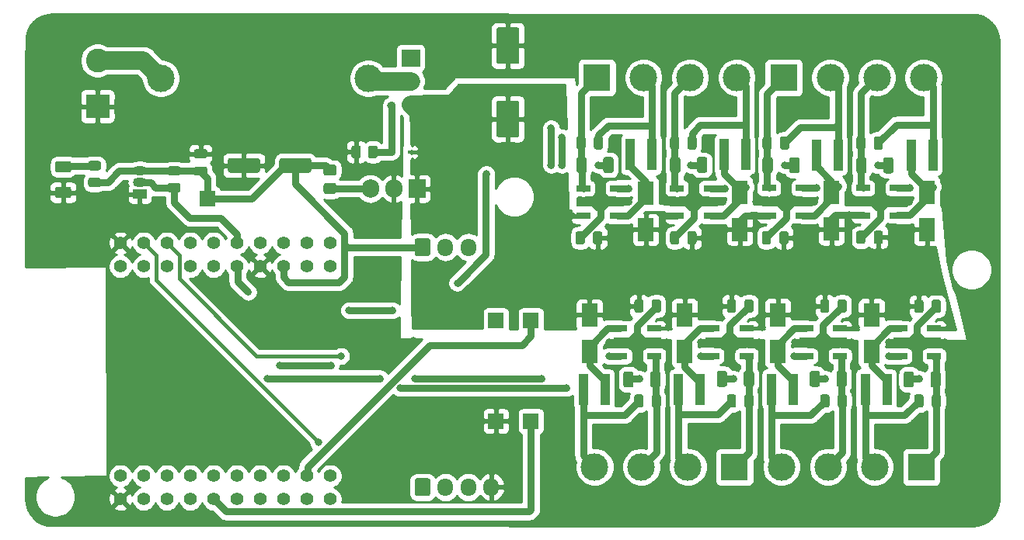
<source format=gtl>
G04 #@! TF.GenerationSoftware,KiCad,Pcbnew,5.1.11-e4df9d881f~92~ubuntu20.04.1*
G04 #@! TF.CreationDate,2021-11-03T00:14:50+01:00*
G04 #@! TF.ProjectId,CC dimmer low voltage,43432064-696d-46d6-9572-206c6f772076,0.97*
G04 #@! TF.SameCoordinates,Original*
G04 #@! TF.FileFunction,Copper,L1,Top*
G04 #@! TF.FilePolarity,Positive*
%FSLAX46Y46*%
G04 Gerber Fmt 4.6, Leading zero omitted, Abs format (unit mm)*
G04 Created by KiCad (PCBNEW 5.1.11-e4df9d881f~92~ubuntu20.04.1) date 2021-11-03 00:14:50*
%MOMM*%
%LPD*%
G01*
G04 APERTURE LIST*
G04 #@! TA.AperFunction,SMDPad,CuDef*
%ADD10R,0.980000X3.400000*%
G04 #@! TD*
G04 #@! TA.AperFunction,ComponentPad*
%ADD11C,3.000000*%
G04 #@! TD*
G04 #@! TA.AperFunction,ComponentPad*
%ADD12R,1.700000X1.700000*%
G04 #@! TD*
G04 #@! TA.AperFunction,SMDPad,CuDef*
%ADD13R,1.800000X2.500000*%
G04 #@! TD*
G04 #@! TA.AperFunction,SMDPad,CuDef*
%ADD14R,0.600000X0.450000*%
G04 #@! TD*
G04 #@! TA.AperFunction,ComponentPad*
%ADD15O,1.700000X1.950000*%
G04 #@! TD*
G04 #@! TA.AperFunction,ComponentPad*
%ADD16O,2.000000X1.905000*%
G04 #@! TD*
G04 #@! TA.AperFunction,ComponentPad*
%ADD17R,2.000000X1.905000*%
G04 #@! TD*
G04 #@! TA.AperFunction,ComponentPad*
%ADD18O,1.500000X1.050000*%
G04 #@! TD*
G04 #@! TA.AperFunction,ComponentPad*
%ADD19R,1.500000X1.050000*%
G04 #@! TD*
G04 #@! TA.AperFunction,ComponentPad*
%ADD20R,1.905000X2.000000*%
G04 #@! TD*
G04 #@! TA.AperFunction,ComponentPad*
%ADD21O,1.905000X2.000000*%
G04 #@! TD*
G04 #@! TA.AperFunction,ComponentPad*
%ADD22R,2.600000X2.600000*%
G04 #@! TD*
G04 #@! TA.AperFunction,ComponentPad*
%ADD23C,2.600000*%
G04 #@! TD*
G04 #@! TA.AperFunction,ComponentPad*
%ADD24R,3.000000X3.000000*%
G04 #@! TD*
G04 #@! TA.AperFunction,SMDPad,CuDef*
%ADD25R,1.500000X0.700000*%
G04 #@! TD*
G04 #@! TA.AperFunction,SMDPad,CuDef*
%ADD26C,0.150000*%
G04 #@! TD*
G04 #@! TA.AperFunction,ComponentPad*
%ADD27C,1.400000*%
G04 #@! TD*
G04 #@! TA.AperFunction,ViaPad*
%ADD28C,0.800000*%
G04 #@! TD*
G04 #@! TA.AperFunction,Conductor*
%ADD29C,0.800000*%
G04 #@! TD*
G04 #@! TA.AperFunction,Conductor*
%ADD30C,2.000000*%
G04 #@! TD*
G04 #@! TA.AperFunction,Conductor*
%ADD31C,0.400000*%
G04 #@! TD*
G04 #@! TA.AperFunction,Conductor*
%ADD32C,0.254000*%
G04 #@! TD*
G04 #@! TA.AperFunction,Conductor*
%ADD33C,0.150000*%
G04 #@! TD*
G04 APERTURE END LIST*
G04 #@! TA.AperFunction,SMDPad,CuDef*
G36*
G01*
X167785200Y-76116200D02*
X167785200Y-75166200D01*
G75*
G02*
X168035200Y-74916200I250000J0D01*
G01*
X168535200Y-74916200D01*
G75*
G02*
X168785200Y-75166200I0J-250000D01*
G01*
X168785200Y-76116200D01*
G75*
G02*
X168535200Y-76366200I-250000J0D01*
G01*
X168035200Y-76366200D01*
G75*
G02*
X167785200Y-76116200I0J250000D01*
G01*
G37*
G04 #@! TD.AperFunction*
G04 #@! TA.AperFunction,SMDPad,CuDef*
G36*
G01*
X165885200Y-76116200D02*
X165885200Y-75166200D01*
G75*
G02*
X166135200Y-74916200I250000J0D01*
G01*
X166635200Y-74916200D01*
G75*
G02*
X166885200Y-75166200I0J-250000D01*
G01*
X166885200Y-76116200D01*
G75*
G02*
X166635200Y-76366200I-250000J0D01*
G01*
X166135200Y-76366200D01*
G75*
G02*
X165885200Y-76116200I0J250000D01*
G01*
G37*
G04 #@! TD.AperFunction*
D10*
X166709000Y-92176600D03*
X169079000Y-92176600D03*
X177097600Y-92176600D03*
X179467600Y-92176600D03*
X187215600Y-92176600D03*
X189585600Y-92176600D03*
X197443000Y-92176600D03*
X199813000Y-92176600D03*
X204816800Y-66598800D03*
X202446800Y-66598800D03*
X194479000Y-66598800D03*
X192109000Y-66598800D03*
X184395200Y-66548000D03*
X182025200Y-66548000D03*
X174209800Y-66573400D03*
X171839800Y-66573400D03*
D11*
X143281400Y-58242200D03*
X120681400Y-58242200D03*
D12*
X161023300Y-95645000D03*
X161023300Y-84645000D03*
D13*
X198120000Y-84029800D03*
X198120000Y-88029800D03*
X177774600Y-88029800D03*
X177774600Y-84029800D03*
G04 #@! TA.AperFunction,SMDPad,CuDef*
G36*
G01*
X168861400Y-64803000D02*
X168861400Y-65753000D01*
G75*
G02*
X168611400Y-66003000I-250000J0D01*
G01*
X168111400Y-66003000D01*
G75*
G02*
X167861400Y-65753000I0J250000D01*
G01*
X167861400Y-64803000D01*
G75*
G02*
X168111400Y-64553000I250000J0D01*
G01*
X168611400Y-64553000D01*
G75*
G02*
X168861400Y-64803000I0J-250000D01*
G01*
G37*
G04 #@! TD.AperFunction*
G04 #@! TA.AperFunction,SMDPad,CuDef*
G36*
G01*
X166961400Y-64803000D02*
X166961400Y-65753000D01*
G75*
G02*
X166711400Y-66003000I-250000J0D01*
G01*
X166211400Y-66003000D01*
G75*
G02*
X165961400Y-65753000I0J250000D01*
G01*
X165961400Y-64803000D01*
G75*
G02*
X166211400Y-64553000I250000J0D01*
G01*
X166711400Y-64553000D01*
G75*
G02*
X166961400Y-64803000I0J-250000D01*
G01*
G37*
G04 #@! TD.AperFunction*
G04 #@! TA.AperFunction,SMDPad,CuDef*
G36*
G01*
X176172200Y-76116200D02*
X176172200Y-75166200D01*
G75*
G02*
X176422200Y-74916200I250000J0D01*
G01*
X176922200Y-74916200D01*
G75*
G02*
X177172200Y-75166200I0J-250000D01*
G01*
X177172200Y-76116200D01*
G75*
G02*
X176922200Y-76366200I-250000J0D01*
G01*
X176422200Y-76366200D01*
G75*
G02*
X176172200Y-76116200I0J250000D01*
G01*
G37*
G04 #@! TD.AperFunction*
G04 #@! TA.AperFunction,SMDPad,CuDef*
G36*
G01*
X178072200Y-76116200D02*
X178072200Y-75166200D01*
G75*
G02*
X178322200Y-74916200I250000J0D01*
G01*
X178822200Y-74916200D01*
G75*
G02*
X179072200Y-75166200I0J-250000D01*
G01*
X179072200Y-76116200D01*
G75*
G02*
X178822200Y-76366200I-250000J0D01*
G01*
X178322200Y-76366200D01*
G75*
G02*
X178072200Y-76116200I0J250000D01*
G01*
G37*
G04 #@! TD.AperFunction*
G04 #@! TA.AperFunction,SMDPad,CuDef*
G36*
G01*
X176172200Y-65778400D02*
X176172200Y-64828400D01*
G75*
G02*
X176422200Y-64578400I250000J0D01*
G01*
X176922200Y-64578400D01*
G75*
G02*
X177172200Y-64828400I0J-250000D01*
G01*
X177172200Y-65778400D01*
G75*
G02*
X176922200Y-66028400I-250000J0D01*
G01*
X176422200Y-66028400D01*
G75*
G02*
X176172200Y-65778400I0J250000D01*
G01*
G37*
G04 #@! TD.AperFunction*
G04 #@! TA.AperFunction,SMDPad,CuDef*
G36*
G01*
X178072200Y-65778400D02*
X178072200Y-64828400D01*
G75*
G02*
X178322200Y-64578400I250000J0D01*
G01*
X178822200Y-64578400D01*
G75*
G02*
X179072200Y-64828400I0J-250000D01*
G01*
X179072200Y-65778400D01*
G75*
G02*
X178822200Y-66028400I-250000J0D01*
G01*
X178322200Y-66028400D01*
G75*
G02*
X178072200Y-65778400I0J250000D01*
G01*
G37*
G04 #@! TD.AperFunction*
G04 #@! TA.AperFunction,SMDPad,CuDef*
G36*
G01*
X186179800Y-76116200D02*
X186179800Y-75166200D01*
G75*
G02*
X186429800Y-74916200I250000J0D01*
G01*
X186929800Y-74916200D01*
G75*
G02*
X187179800Y-75166200I0J-250000D01*
G01*
X187179800Y-76116200D01*
G75*
G02*
X186929800Y-76366200I-250000J0D01*
G01*
X186429800Y-76366200D01*
G75*
G02*
X186179800Y-76116200I0J250000D01*
G01*
G37*
G04 #@! TD.AperFunction*
G04 #@! TA.AperFunction,SMDPad,CuDef*
G36*
G01*
X188079800Y-76116200D02*
X188079800Y-75166200D01*
G75*
G02*
X188329800Y-74916200I250000J0D01*
G01*
X188829800Y-74916200D01*
G75*
G02*
X189079800Y-75166200I0J-250000D01*
G01*
X189079800Y-76116200D01*
G75*
G02*
X188829800Y-76366200I-250000J0D01*
G01*
X188329800Y-76366200D01*
G75*
G02*
X188079800Y-76116200I0J250000D01*
G01*
G37*
G04 #@! TD.AperFunction*
G04 #@! TA.AperFunction,SMDPad,CuDef*
G36*
G01*
X188156000Y-65778400D02*
X188156000Y-64828400D01*
G75*
G02*
X188406000Y-64578400I250000J0D01*
G01*
X188906000Y-64578400D01*
G75*
G02*
X189156000Y-64828400I0J-250000D01*
G01*
X189156000Y-65778400D01*
G75*
G02*
X188906000Y-66028400I-250000J0D01*
G01*
X188406000Y-66028400D01*
G75*
G02*
X188156000Y-65778400I0J250000D01*
G01*
G37*
G04 #@! TD.AperFunction*
G04 #@! TA.AperFunction,SMDPad,CuDef*
G36*
G01*
X186256000Y-65778400D02*
X186256000Y-64828400D01*
G75*
G02*
X186506000Y-64578400I250000J0D01*
G01*
X187006000Y-64578400D01*
G75*
G02*
X187256000Y-64828400I0J-250000D01*
G01*
X187256000Y-65778400D01*
G75*
G02*
X187006000Y-66028400I-250000J0D01*
G01*
X186506000Y-66028400D01*
G75*
G02*
X186256000Y-65778400I0J250000D01*
G01*
G37*
G04 #@! TD.AperFunction*
G04 #@! TA.AperFunction,SMDPad,CuDef*
G36*
G01*
X198366800Y-76065400D02*
X198366800Y-75115400D01*
G75*
G02*
X198616800Y-74865400I250000J0D01*
G01*
X199116800Y-74865400D01*
G75*
G02*
X199366800Y-75115400I0J-250000D01*
G01*
X199366800Y-76065400D01*
G75*
G02*
X199116800Y-76315400I-250000J0D01*
G01*
X198616800Y-76315400D01*
G75*
G02*
X198366800Y-76065400I0J250000D01*
G01*
G37*
G04 #@! TD.AperFunction*
G04 #@! TA.AperFunction,SMDPad,CuDef*
G36*
G01*
X196466800Y-76065400D02*
X196466800Y-75115400D01*
G75*
G02*
X196716800Y-74865400I250000J0D01*
G01*
X197216800Y-74865400D01*
G75*
G02*
X197466800Y-75115400I0J-250000D01*
G01*
X197466800Y-76065400D01*
G75*
G02*
X197216800Y-76315400I-250000J0D01*
G01*
X196716800Y-76315400D01*
G75*
G02*
X196466800Y-76065400I0J250000D01*
G01*
G37*
G04 #@! TD.AperFunction*
G04 #@! TA.AperFunction,SMDPad,CuDef*
G36*
G01*
X196466800Y-65778400D02*
X196466800Y-64828400D01*
G75*
G02*
X196716800Y-64578400I250000J0D01*
G01*
X197216800Y-64578400D01*
G75*
G02*
X197466800Y-64828400I0J-250000D01*
G01*
X197466800Y-65778400D01*
G75*
G02*
X197216800Y-66028400I-250000J0D01*
G01*
X196716800Y-66028400D01*
G75*
G02*
X196466800Y-65778400I0J250000D01*
G01*
G37*
G04 #@! TD.AperFunction*
G04 #@! TA.AperFunction,SMDPad,CuDef*
G36*
G01*
X198366800Y-65778400D02*
X198366800Y-64828400D01*
G75*
G02*
X198616800Y-64578400I250000J0D01*
G01*
X199116800Y-64578400D01*
G75*
G02*
X199366800Y-64828400I0J-250000D01*
G01*
X199366800Y-65778400D01*
G75*
G02*
X199116800Y-66028400I-250000J0D01*
G01*
X198616800Y-66028400D01*
G75*
G02*
X198366800Y-65778400I0J250000D01*
G01*
G37*
G04 #@! TD.AperFunction*
G04 #@! TA.AperFunction,SMDPad,CuDef*
G36*
G01*
X203791400Y-82633800D02*
X203791400Y-83583800D01*
G75*
G02*
X203541400Y-83833800I-250000J0D01*
G01*
X203041400Y-83833800D01*
G75*
G02*
X202791400Y-83583800I0J250000D01*
G01*
X202791400Y-82633800D01*
G75*
G02*
X203041400Y-82383800I250000J0D01*
G01*
X203541400Y-82383800D01*
G75*
G02*
X203791400Y-82633800I0J-250000D01*
G01*
G37*
G04 #@! TD.AperFunction*
G04 #@! TA.AperFunction,SMDPad,CuDef*
G36*
G01*
X205691400Y-82633800D02*
X205691400Y-83583800D01*
G75*
G02*
X205441400Y-83833800I-250000J0D01*
G01*
X204941400Y-83833800D01*
G75*
G02*
X204691400Y-83583800I0J250000D01*
G01*
X204691400Y-82633800D01*
G75*
G02*
X204941400Y-82383800I250000J0D01*
G01*
X205441400Y-82383800D01*
G75*
G02*
X205691400Y-82633800I0J-250000D01*
G01*
G37*
G04 #@! TD.AperFunction*
G04 #@! TA.AperFunction,SMDPad,CuDef*
G36*
G01*
X202791400Y-93921600D02*
X202791400Y-92971600D01*
G75*
G02*
X203041400Y-92721600I250000J0D01*
G01*
X203541400Y-92721600D01*
G75*
G02*
X203791400Y-92971600I0J-250000D01*
G01*
X203791400Y-93921600D01*
G75*
G02*
X203541400Y-94171600I-250000J0D01*
G01*
X203041400Y-94171600D01*
G75*
G02*
X202791400Y-93921600I0J250000D01*
G01*
G37*
G04 #@! TD.AperFunction*
G04 #@! TA.AperFunction,SMDPad,CuDef*
G36*
G01*
X204691400Y-93921600D02*
X204691400Y-92971600D01*
G75*
G02*
X204941400Y-92721600I250000J0D01*
G01*
X205441400Y-92721600D01*
G75*
G02*
X205691400Y-92971600I0J-250000D01*
G01*
X205691400Y-93921600D01*
G75*
G02*
X205441400Y-94171600I-250000J0D01*
G01*
X204941400Y-94171600D01*
G75*
G02*
X204691400Y-93921600I0J250000D01*
G01*
G37*
G04 #@! TD.AperFunction*
G04 #@! TA.AperFunction,SMDPad,CuDef*
G36*
G01*
X193529800Y-82608400D02*
X193529800Y-83558400D01*
G75*
G02*
X193279800Y-83808400I-250000J0D01*
G01*
X192779800Y-83808400D01*
G75*
G02*
X192529800Y-83558400I0J250000D01*
G01*
X192529800Y-82608400D01*
G75*
G02*
X192779800Y-82358400I250000J0D01*
G01*
X193279800Y-82358400D01*
G75*
G02*
X193529800Y-82608400I0J-250000D01*
G01*
G37*
G04 #@! TD.AperFunction*
G04 #@! TA.AperFunction,SMDPad,CuDef*
G36*
G01*
X195429800Y-82608400D02*
X195429800Y-83558400D01*
G75*
G02*
X195179800Y-83808400I-250000J0D01*
G01*
X194679800Y-83808400D01*
G75*
G02*
X194429800Y-83558400I0J250000D01*
G01*
X194429800Y-82608400D01*
G75*
G02*
X194679800Y-82358400I250000J0D01*
G01*
X195179800Y-82358400D01*
G75*
G02*
X195429800Y-82608400I0J-250000D01*
G01*
G37*
G04 #@! TD.AperFunction*
G04 #@! TA.AperFunction,SMDPad,CuDef*
G36*
G01*
X193545000Y-92971600D02*
X193545000Y-93921600D01*
G75*
G02*
X193295000Y-94171600I-250000J0D01*
G01*
X192795000Y-94171600D01*
G75*
G02*
X192545000Y-93921600I0J250000D01*
G01*
X192545000Y-92971600D01*
G75*
G02*
X192795000Y-92721600I250000J0D01*
G01*
X193295000Y-92721600D01*
G75*
G02*
X193545000Y-92971600I0J-250000D01*
G01*
G37*
G04 #@! TD.AperFunction*
G04 #@! TA.AperFunction,SMDPad,CuDef*
G36*
G01*
X195445000Y-92971600D02*
X195445000Y-93921600D01*
G75*
G02*
X195195000Y-94171600I-250000J0D01*
G01*
X194695000Y-94171600D01*
G75*
G02*
X194445000Y-93921600I0J250000D01*
G01*
X194445000Y-92971600D01*
G75*
G02*
X194695000Y-92721600I250000J0D01*
G01*
X195195000Y-92721600D01*
G75*
G02*
X195445000Y-92971600I0J-250000D01*
G01*
G37*
G04 #@! TD.AperFunction*
G04 #@! TA.AperFunction,SMDPad,CuDef*
G36*
G01*
X185269800Y-82608400D02*
X185269800Y-83558400D01*
G75*
G02*
X185019800Y-83808400I-250000J0D01*
G01*
X184519800Y-83808400D01*
G75*
G02*
X184269800Y-83558400I0J250000D01*
G01*
X184269800Y-82608400D01*
G75*
G02*
X184519800Y-82358400I250000J0D01*
G01*
X185019800Y-82358400D01*
G75*
G02*
X185269800Y-82608400I0J-250000D01*
G01*
G37*
G04 #@! TD.AperFunction*
G04 #@! TA.AperFunction,SMDPad,CuDef*
G36*
G01*
X183369800Y-82608400D02*
X183369800Y-83558400D01*
G75*
G02*
X183119800Y-83808400I-250000J0D01*
G01*
X182619800Y-83808400D01*
G75*
G02*
X182369800Y-83558400I0J250000D01*
G01*
X182369800Y-82608400D01*
G75*
G02*
X182619800Y-82358400I250000J0D01*
G01*
X183119800Y-82358400D01*
G75*
G02*
X183369800Y-82608400I0J-250000D01*
G01*
G37*
G04 #@! TD.AperFunction*
G04 #@! TA.AperFunction,SMDPad,CuDef*
G36*
G01*
X184269800Y-93921600D02*
X184269800Y-92971600D01*
G75*
G02*
X184519800Y-92721600I250000J0D01*
G01*
X185019800Y-92721600D01*
G75*
G02*
X185269800Y-92971600I0J-250000D01*
G01*
X185269800Y-93921600D01*
G75*
G02*
X185019800Y-94171600I-250000J0D01*
G01*
X184519800Y-94171600D01*
G75*
G02*
X184269800Y-93921600I0J250000D01*
G01*
G37*
G04 #@! TD.AperFunction*
G04 #@! TA.AperFunction,SMDPad,CuDef*
G36*
G01*
X182369800Y-93921600D02*
X182369800Y-92971600D01*
G75*
G02*
X182619800Y-92721600I250000J0D01*
G01*
X183119800Y-92721600D01*
G75*
G02*
X183369800Y-92971600I0J-250000D01*
G01*
X183369800Y-93921600D01*
G75*
G02*
X183119800Y-94171600I-250000J0D01*
G01*
X182619800Y-94171600D01*
G75*
G02*
X182369800Y-93921600I0J250000D01*
G01*
G37*
G04 #@! TD.AperFunction*
G04 #@! TA.AperFunction,SMDPad,CuDef*
G36*
G01*
X173286000Y-82608400D02*
X173286000Y-83558400D01*
G75*
G02*
X173036000Y-83808400I-250000J0D01*
G01*
X172536000Y-83808400D01*
G75*
G02*
X172286000Y-83558400I0J250000D01*
G01*
X172286000Y-82608400D01*
G75*
G02*
X172536000Y-82358400I250000J0D01*
G01*
X173036000Y-82358400D01*
G75*
G02*
X173286000Y-82608400I0J-250000D01*
G01*
G37*
G04 #@! TD.AperFunction*
G04 #@! TA.AperFunction,SMDPad,CuDef*
G36*
G01*
X175186000Y-82608400D02*
X175186000Y-83558400D01*
G75*
G02*
X174936000Y-83808400I-250000J0D01*
G01*
X174436000Y-83808400D01*
G75*
G02*
X174186000Y-83558400I0J250000D01*
G01*
X174186000Y-82608400D01*
G75*
G02*
X174436000Y-82358400I250000J0D01*
G01*
X174936000Y-82358400D01*
G75*
G02*
X175186000Y-82608400I0J-250000D01*
G01*
G37*
G04 #@! TD.AperFunction*
G04 #@! TA.AperFunction,SMDPad,CuDef*
G36*
G01*
X175175800Y-92971600D02*
X175175800Y-93921600D01*
G75*
G02*
X174925800Y-94171600I-250000J0D01*
G01*
X174425800Y-94171600D01*
G75*
G02*
X174175800Y-93921600I0J250000D01*
G01*
X174175800Y-92971600D01*
G75*
G02*
X174425800Y-92721600I250000J0D01*
G01*
X174925800Y-92721600D01*
G75*
G02*
X175175800Y-92971600I0J-250000D01*
G01*
G37*
G04 #@! TD.AperFunction*
G04 #@! TA.AperFunction,SMDPad,CuDef*
G36*
G01*
X173275800Y-92971600D02*
X173275800Y-93921600D01*
G75*
G02*
X173025800Y-94171600I-250000J0D01*
G01*
X172525800Y-94171600D01*
G75*
G02*
X172275800Y-93921600I0J250000D01*
G01*
X172275800Y-92971600D01*
G75*
G02*
X172525800Y-92721600I250000J0D01*
G01*
X173025800Y-92721600D01*
G75*
G02*
X173275800Y-92971600I0J-250000D01*
G01*
G37*
G04 #@! TD.AperFunction*
G04 #@! TA.AperFunction,SMDPad,CuDef*
G36*
G01*
X159496000Y-64674000D02*
X157496000Y-64674000D01*
G75*
G02*
X157246000Y-64424000I0J250000D01*
G01*
X157246000Y-60924000D01*
G75*
G02*
X157496000Y-60674000I250000J0D01*
G01*
X159496000Y-60674000D01*
G75*
G02*
X159746000Y-60924000I0J-250000D01*
G01*
X159746000Y-64424000D01*
G75*
G02*
X159496000Y-64674000I-250000J0D01*
G01*
G37*
G04 #@! TD.AperFunction*
G04 #@! TA.AperFunction,SMDPad,CuDef*
G36*
G01*
X159496000Y-56674000D02*
X157496000Y-56674000D01*
G75*
G02*
X157246000Y-56424000I0J250000D01*
G01*
X157246000Y-52924000D01*
G75*
G02*
X157496000Y-52674000I250000J0D01*
G01*
X159496000Y-52674000D01*
G75*
G02*
X159746000Y-52924000I0J-250000D01*
G01*
X159746000Y-56424000D01*
G75*
G02*
X159496000Y-56674000I-250000J0D01*
G01*
G37*
G04 #@! TD.AperFunction*
G04 #@! TA.AperFunction,SMDPad,CuDef*
G36*
G01*
X137087200Y-67191800D02*
X137087200Y-68291800D01*
G75*
G02*
X136837200Y-68541800I-250000J0D01*
G01*
X133837200Y-68541800D01*
G75*
G02*
X133587200Y-68291800I0J250000D01*
G01*
X133587200Y-67191800D01*
G75*
G02*
X133837200Y-66941800I250000J0D01*
G01*
X136837200Y-66941800D01*
G75*
G02*
X137087200Y-67191800I0J-250000D01*
G01*
G37*
G04 #@! TD.AperFunction*
G04 #@! TA.AperFunction,SMDPad,CuDef*
G36*
G01*
X131487200Y-67191800D02*
X131487200Y-68291800D01*
G75*
G02*
X131237200Y-68541800I-250000J0D01*
G01*
X128237200Y-68541800D01*
G75*
G02*
X127987200Y-68291800I0J250000D01*
G01*
X127987200Y-67191800D01*
G75*
G02*
X128237200Y-66941800I250000J0D01*
G01*
X131237200Y-66941800D01*
G75*
G02*
X131487200Y-67191800I0J-250000D01*
G01*
G37*
G04 #@! TD.AperFunction*
G04 #@! TA.AperFunction,SMDPad,CuDef*
G36*
G01*
X125493800Y-68861600D02*
X124543800Y-68861600D01*
G75*
G02*
X124293800Y-68611600I0J250000D01*
G01*
X124293800Y-68111600D01*
G75*
G02*
X124543800Y-67861600I250000J0D01*
G01*
X125493800Y-67861600D01*
G75*
G02*
X125743800Y-68111600I0J-250000D01*
G01*
X125743800Y-68611600D01*
G75*
G02*
X125493800Y-68861600I-250000J0D01*
G01*
G37*
G04 #@! TD.AperFunction*
G04 #@! TA.AperFunction,SMDPad,CuDef*
G36*
G01*
X125493800Y-66961600D02*
X124543800Y-66961600D01*
G75*
G02*
X124293800Y-66711600I0J250000D01*
G01*
X124293800Y-66211600D01*
G75*
G02*
X124543800Y-65961600I250000J0D01*
G01*
X125493800Y-65961600D01*
G75*
G02*
X125743800Y-66211600I0J-250000D01*
G01*
X125743800Y-66711600D01*
G75*
G02*
X125493800Y-66961600I-250000J0D01*
G01*
G37*
G04 #@! TD.AperFunction*
X173532800Y-74745600D03*
X173532800Y-70745600D03*
X183769000Y-74720200D03*
X183769000Y-70720200D03*
X193776600Y-74694800D03*
X193776600Y-70694800D03*
X204165200Y-70720200D03*
X204165200Y-74720200D03*
X187909200Y-88029800D03*
X187909200Y-84029800D03*
X167386000Y-88055200D03*
X167386000Y-84055200D03*
D14*
X147887400Y-66268600D03*
X145787400Y-66268600D03*
G04 #@! TA.AperFunction,SMDPad,CuDef*
G36*
G01*
X110657800Y-71316200D02*
X109407800Y-71316200D01*
G75*
G02*
X109157800Y-71066200I0J250000D01*
G01*
X109157800Y-70316200D01*
G75*
G02*
X109407800Y-70066200I250000J0D01*
G01*
X110657800Y-70066200D01*
G75*
G02*
X110907800Y-70316200I0J-250000D01*
G01*
X110907800Y-71066200D01*
G75*
G02*
X110657800Y-71316200I-250000J0D01*
G01*
G37*
G04 #@! TD.AperFunction*
G04 #@! TA.AperFunction,SMDPad,CuDef*
G36*
G01*
X110657800Y-68516200D02*
X109407800Y-68516200D01*
G75*
G02*
X109157800Y-68266200I0J250000D01*
G01*
X109157800Y-67516200D01*
G75*
G02*
X109407800Y-67266200I250000J0D01*
G01*
X110657800Y-67266200D01*
G75*
G02*
X110907800Y-67516200I0J-250000D01*
G01*
X110907800Y-68266200D01*
G75*
G02*
X110657800Y-68516200I-250000J0D01*
G01*
G37*
G04 #@! TD.AperFunction*
G04 #@! TA.AperFunction,SMDPad,CuDef*
G36*
G01*
X138665799Y-67656400D02*
X139565801Y-67656400D01*
G75*
G02*
X139815800Y-67906399I0J-249999D01*
G01*
X139815800Y-68606401D01*
G75*
G02*
X139565801Y-68856400I-249999J0D01*
G01*
X138665799Y-68856400D01*
G75*
G02*
X138415800Y-68606401I0J249999D01*
G01*
X138415800Y-67906399D01*
G75*
G02*
X138665799Y-67656400I249999J0D01*
G01*
G37*
G04 #@! TD.AperFunction*
G04 #@! TA.AperFunction,SMDPad,CuDef*
G36*
G01*
X138665799Y-69656400D02*
X139565801Y-69656400D01*
G75*
G02*
X139815800Y-69906399I0J-249999D01*
G01*
X139815800Y-70606401D01*
G75*
G02*
X139565801Y-70856400I-249999J0D01*
G01*
X138665799Y-70856400D01*
G75*
G02*
X138415800Y-70606401I0J249999D01*
G01*
X138415800Y-69906399D01*
G75*
G02*
X138665799Y-69656400I249999J0D01*
G01*
G37*
G04 #@! TD.AperFunction*
G04 #@! TA.AperFunction,ComponentPad*
G36*
G01*
X148352000Y-77382200D02*
X148352000Y-75932200D01*
G75*
G02*
X148602000Y-75682200I250000J0D01*
G01*
X149802000Y-75682200D01*
G75*
G02*
X150052000Y-75932200I0J-250000D01*
G01*
X150052000Y-77382200D01*
G75*
G02*
X149802000Y-77632200I-250000J0D01*
G01*
X148602000Y-77632200D01*
G75*
G02*
X148352000Y-77382200I0J250000D01*
G01*
G37*
G04 #@! TD.AperFunction*
D15*
X151702000Y-76657200D03*
X154202000Y-76657200D03*
G04 #@! TA.AperFunction,ComponentPad*
G36*
G01*
X148352000Y-103569600D02*
X148352000Y-102119600D01*
G75*
G02*
X148602000Y-101869600I250000J0D01*
G01*
X149802000Y-101869600D01*
G75*
G02*
X150052000Y-102119600I0J-250000D01*
G01*
X150052000Y-103569600D01*
G75*
G02*
X149802000Y-103819600I-250000J0D01*
G01*
X148602000Y-103819600D01*
G75*
G02*
X148352000Y-103569600I0J250000D01*
G01*
G37*
G04 #@! TD.AperFunction*
X151702000Y-102844600D03*
X154202000Y-102844600D03*
X156702000Y-102844600D03*
D12*
X157202000Y-84645000D03*
X157202000Y-95645000D03*
X125780800Y-71374000D03*
D16*
X147904200Y-61087000D03*
X147904200Y-58547000D03*
D17*
X147904200Y-56007000D03*
G04 #@! TA.AperFunction,SMDPad,CuDef*
G36*
G01*
X165970600Y-68316003D02*
X165970600Y-67065997D01*
G75*
G02*
X166220597Y-66816000I249997J0D01*
G01*
X166845603Y-66816000D01*
G75*
G02*
X167095600Y-67065997I0J-249997D01*
G01*
X167095600Y-68316003D01*
G75*
G02*
X166845603Y-68566000I-249997J0D01*
G01*
X166220597Y-68566000D01*
G75*
G02*
X165970600Y-68316003I0J249997D01*
G01*
G37*
G04 #@! TD.AperFunction*
G04 #@! TA.AperFunction,SMDPad,CuDef*
G36*
G01*
X168895600Y-68316003D02*
X168895600Y-67065997D01*
G75*
G02*
X169145597Y-66816000I249997J0D01*
G01*
X169770603Y-66816000D01*
G75*
G02*
X170020600Y-67065997I0J-249997D01*
G01*
X170020600Y-68316003D01*
G75*
G02*
X169770603Y-68566000I-249997J0D01*
G01*
X169145597Y-68566000D01*
G75*
G02*
X168895600Y-68316003I0J249997D01*
G01*
G37*
G04 #@! TD.AperFunction*
G04 #@! TA.AperFunction,SMDPad,CuDef*
G36*
G01*
X179106400Y-68316003D02*
X179106400Y-67065997D01*
G75*
G02*
X179356397Y-66816000I249997J0D01*
G01*
X179981403Y-66816000D01*
G75*
G02*
X180231400Y-67065997I0J-249997D01*
G01*
X180231400Y-68316003D01*
G75*
G02*
X179981403Y-68566000I-249997J0D01*
G01*
X179356397Y-68566000D01*
G75*
G02*
X179106400Y-68316003I0J249997D01*
G01*
G37*
G04 #@! TD.AperFunction*
G04 #@! TA.AperFunction,SMDPad,CuDef*
G36*
G01*
X176181400Y-68316003D02*
X176181400Y-67065997D01*
G75*
G02*
X176431397Y-66816000I249997J0D01*
G01*
X177056403Y-66816000D01*
G75*
G02*
X177306400Y-67065997I0J-249997D01*
G01*
X177306400Y-68316003D01*
G75*
G02*
X177056403Y-68566000I-249997J0D01*
G01*
X176431397Y-68566000D01*
G75*
G02*
X176181400Y-68316003I0J249997D01*
G01*
G37*
G04 #@! TD.AperFunction*
G04 #@! TA.AperFunction,SMDPad,CuDef*
G36*
G01*
X189164800Y-68341403D02*
X189164800Y-67091397D01*
G75*
G02*
X189414797Y-66841400I249997J0D01*
G01*
X190039803Y-66841400D01*
G75*
G02*
X190289800Y-67091397I0J-249997D01*
G01*
X190289800Y-68341403D01*
G75*
G02*
X190039803Y-68591400I-249997J0D01*
G01*
X189414797Y-68591400D01*
G75*
G02*
X189164800Y-68341403I0J249997D01*
G01*
G37*
G04 #@! TD.AperFunction*
G04 #@! TA.AperFunction,SMDPad,CuDef*
G36*
G01*
X186239800Y-68341403D02*
X186239800Y-67091397D01*
G75*
G02*
X186489797Y-66841400I249997J0D01*
G01*
X187114803Y-66841400D01*
G75*
G02*
X187364800Y-67091397I0J-249997D01*
G01*
X187364800Y-68341403D01*
G75*
G02*
X187114803Y-68591400I-249997J0D01*
G01*
X186489797Y-68591400D01*
G75*
G02*
X186239800Y-68341403I0J249997D01*
G01*
G37*
G04 #@! TD.AperFunction*
G04 #@! TA.AperFunction,SMDPad,CuDef*
G36*
G01*
X196476000Y-68366803D02*
X196476000Y-67116797D01*
G75*
G02*
X196725997Y-66866800I249997J0D01*
G01*
X197351003Y-66866800D01*
G75*
G02*
X197601000Y-67116797I0J-249997D01*
G01*
X197601000Y-68366803D01*
G75*
G02*
X197351003Y-68616800I-249997J0D01*
G01*
X196725997Y-68616800D01*
G75*
G02*
X196476000Y-68366803I0J249997D01*
G01*
G37*
G04 #@! TD.AperFunction*
G04 #@! TA.AperFunction,SMDPad,CuDef*
G36*
G01*
X199401000Y-68366803D02*
X199401000Y-67116797D01*
G75*
G02*
X199650997Y-66866800I249997J0D01*
G01*
X200276003Y-66866800D01*
G75*
G02*
X200526000Y-67116797I0J-249997D01*
G01*
X200526000Y-68366803D01*
G75*
G02*
X200276003Y-68616800I-249997J0D01*
G01*
X199650997Y-68616800D01*
G75*
G02*
X199401000Y-68366803I0J249997D01*
G01*
G37*
G04 #@! TD.AperFunction*
G04 #@! TA.AperFunction,SMDPad,CuDef*
G36*
G01*
X202752000Y-90469997D02*
X202752000Y-91720003D01*
G75*
G02*
X202502003Y-91970000I-249997J0D01*
G01*
X201876997Y-91970000D01*
G75*
G02*
X201627000Y-91720003I0J249997D01*
G01*
X201627000Y-90469997D01*
G75*
G02*
X201876997Y-90220000I249997J0D01*
G01*
X202502003Y-90220000D01*
G75*
G02*
X202752000Y-90469997I0J-249997D01*
G01*
G37*
G04 #@! TD.AperFunction*
G04 #@! TA.AperFunction,SMDPad,CuDef*
G36*
G01*
X205677000Y-90469997D02*
X205677000Y-91720003D01*
G75*
G02*
X205427003Y-91970000I-249997J0D01*
G01*
X204801997Y-91970000D01*
G75*
G02*
X204552000Y-91720003I0J249997D01*
G01*
X204552000Y-90469997D01*
G75*
G02*
X204801997Y-90220000I249997J0D01*
G01*
X205427003Y-90220000D01*
G75*
G02*
X205677000Y-90469997I0J-249997D01*
G01*
G37*
G04 #@! TD.AperFunction*
G04 #@! TA.AperFunction,SMDPad,CuDef*
G36*
G01*
X195431300Y-90408597D02*
X195431300Y-91658603D01*
G75*
G02*
X195181303Y-91908600I-249997J0D01*
G01*
X194556297Y-91908600D01*
G75*
G02*
X194306300Y-91658603I0J249997D01*
G01*
X194306300Y-90408597D01*
G75*
G02*
X194556297Y-90158600I249997J0D01*
G01*
X195181303Y-90158600D01*
G75*
G02*
X195431300Y-90408597I0J-249997D01*
G01*
G37*
G04 #@! TD.AperFunction*
G04 #@! TA.AperFunction,SMDPad,CuDef*
G36*
G01*
X192506300Y-90408597D02*
X192506300Y-91658603D01*
G75*
G02*
X192256303Y-91908600I-249997J0D01*
G01*
X191631297Y-91908600D01*
G75*
G02*
X191381300Y-91658603I0J249997D01*
G01*
X191381300Y-90408597D01*
G75*
G02*
X191631297Y-90158600I249997J0D01*
G01*
X192256303Y-90158600D01*
G75*
G02*
X192506300Y-90408597I0J-249997D01*
G01*
G37*
G04 #@! TD.AperFunction*
G04 #@! TA.AperFunction,SMDPad,CuDef*
G36*
G01*
X182402000Y-90408597D02*
X182402000Y-91658603D01*
G75*
G02*
X182152003Y-91908600I-249997J0D01*
G01*
X181526997Y-91908600D01*
G75*
G02*
X181277000Y-91658603I0J249997D01*
G01*
X181277000Y-90408597D01*
G75*
G02*
X181526997Y-90158600I249997J0D01*
G01*
X182152003Y-90158600D01*
G75*
G02*
X182402000Y-90408597I0J-249997D01*
G01*
G37*
G04 #@! TD.AperFunction*
G04 #@! TA.AperFunction,SMDPad,CuDef*
G36*
G01*
X185327000Y-90408597D02*
X185327000Y-91658603D01*
G75*
G02*
X185077003Y-91908600I-249997J0D01*
G01*
X184451997Y-91908600D01*
G75*
G02*
X184202000Y-91658603I0J249997D01*
G01*
X184202000Y-90408597D01*
G75*
G02*
X184451997Y-90158600I249997J0D01*
G01*
X185077003Y-90158600D01*
G75*
G02*
X185327000Y-90408597I0J-249997D01*
G01*
G37*
G04 #@! TD.AperFunction*
G04 #@! TA.AperFunction,SMDPad,CuDef*
G36*
G01*
X175127000Y-90469997D02*
X175127000Y-91720003D01*
G75*
G02*
X174877003Y-91970000I-249997J0D01*
G01*
X174251997Y-91970000D01*
G75*
G02*
X174002000Y-91720003I0J249997D01*
G01*
X174002000Y-90469997D01*
G75*
G02*
X174251997Y-90220000I249997J0D01*
G01*
X174877003Y-90220000D01*
G75*
G02*
X175127000Y-90469997I0J-249997D01*
G01*
G37*
G04 #@! TD.AperFunction*
G04 #@! TA.AperFunction,SMDPad,CuDef*
G36*
G01*
X172202000Y-90469997D02*
X172202000Y-91720003D01*
G75*
G02*
X171952003Y-91970000I-249997J0D01*
G01*
X171326997Y-91970000D01*
G75*
G02*
X171077000Y-91720003I0J249997D01*
G01*
X171077000Y-90469997D01*
G75*
G02*
X171326997Y-90220000I249997J0D01*
G01*
X171952003Y-90220000D01*
G75*
G02*
X172202000Y-90469997I0J-249997D01*
G01*
G37*
G04 #@! TD.AperFunction*
G04 #@! TA.AperFunction,SMDPad,CuDef*
G36*
G01*
X121673198Y-67840800D02*
X122573202Y-67840800D01*
G75*
G02*
X122823200Y-68090798I0J-249998D01*
G01*
X122823200Y-68615802D01*
G75*
G02*
X122573202Y-68865800I-249998J0D01*
G01*
X121673198Y-68865800D01*
G75*
G02*
X121423200Y-68615802I0J249998D01*
G01*
X121423200Y-68090798D01*
G75*
G02*
X121673198Y-67840800I249998J0D01*
G01*
G37*
G04 #@! TD.AperFunction*
G04 #@! TA.AperFunction,SMDPad,CuDef*
G36*
G01*
X121673198Y-69665800D02*
X122573202Y-69665800D01*
G75*
G02*
X122823200Y-69915798I0J-249998D01*
G01*
X122823200Y-70440802D01*
G75*
G02*
X122573202Y-70690800I-249998J0D01*
G01*
X121673198Y-70690800D01*
G75*
G02*
X121423200Y-70440802I0J249998D01*
G01*
X121423200Y-69915798D01*
G75*
G02*
X121673198Y-69665800I249998J0D01*
G01*
G37*
G04 #@! TD.AperFunction*
G04 #@! TA.AperFunction,SMDPad,CuDef*
G36*
G01*
X142475000Y-65818598D02*
X142475000Y-66718602D01*
G75*
G02*
X142225002Y-66968600I-249998J0D01*
G01*
X141699998Y-66968600D01*
G75*
G02*
X141450000Y-66718602I0J249998D01*
G01*
X141450000Y-65818598D01*
G75*
G02*
X141699998Y-65568600I249998J0D01*
G01*
X142225002Y-65568600D01*
G75*
G02*
X142475000Y-65818598I0J-249998D01*
G01*
G37*
G04 #@! TD.AperFunction*
G04 #@! TA.AperFunction,SMDPad,CuDef*
G36*
G01*
X144300000Y-65818598D02*
X144300000Y-66718602D01*
G75*
G02*
X144050002Y-66968600I-249998J0D01*
G01*
X143524998Y-66968600D01*
G75*
G02*
X143275000Y-66718602I0J249998D01*
G01*
X143275000Y-65818598D01*
G75*
G02*
X143524998Y-65568600I249998J0D01*
G01*
X144050002Y-65568600D01*
G75*
G02*
X144300000Y-65818598I0J-249998D01*
G01*
G37*
G04 #@! TD.AperFunction*
G04 #@! TA.AperFunction,SMDPad,CuDef*
G36*
G01*
X113911802Y-70106600D02*
X113011798Y-70106600D01*
G75*
G02*
X112761800Y-69856602I0J249998D01*
G01*
X112761800Y-69331598D01*
G75*
G02*
X113011798Y-69081600I249998J0D01*
G01*
X113911802Y-69081600D01*
G75*
G02*
X114161800Y-69331598I0J-249998D01*
G01*
X114161800Y-69856602D01*
G75*
G02*
X113911802Y-70106600I-249998J0D01*
G01*
G37*
G04 #@! TD.AperFunction*
G04 #@! TA.AperFunction,SMDPad,CuDef*
G36*
G01*
X113911802Y-68281600D02*
X113011798Y-68281600D01*
G75*
G02*
X112761800Y-68031602I0J249998D01*
G01*
X112761800Y-67506598D01*
G75*
G02*
X113011798Y-67256600I249998J0D01*
G01*
X113911802Y-67256600D01*
G75*
G02*
X114161800Y-67506598I0J-249998D01*
G01*
X114161800Y-68031602D01*
G75*
G02*
X113911802Y-68281600I-249998J0D01*
G01*
G37*
G04 #@! TD.AperFunction*
D18*
X118389400Y-69596000D03*
X118389400Y-68326000D03*
D19*
X118389400Y-70866000D03*
D20*
X148590000Y-70281800D03*
D21*
X146050000Y-70281800D03*
X143510000Y-70281800D03*
D22*
X113792000Y-61290200D03*
D23*
X113792000Y-56290200D03*
D11*
X183442000Y-58145000D03*
D24*
X168202000Y-58145000D03*
D11*
X178362000Y-58145000D03*
X173282000Y-58145000D03*
X193632000Y-58145000D03*
X198712000Y-58145000D03*
D24*
X188552000Y-58145000D03*
D11*
X203792000Y-58145000D03*
X188312000Y-100645000D03*
D24*
X203552000Y-100645000D03*
D11*
X193392000Y-100645000D03*
X198472000Y-100645000D03*
X178122000Y-100645000D03*
X173042000Y-100645000D03*
D24*
X183202000Y-100645000D03*
D11*
X167962000Y-100645000D03*
D25*
X166702000Y-73245000D03*
X166702000Y-70245000D03*
X170402000Y-73245000D03*
X170402000Y-70245000D03*
G04 #@! TA.AperFunction,SMDPad,CuDef*
D26*
G36*
X167652000Y-72245000D02*
G01*
X165952000Y-72245000D01*
X165952000Y-71245000D01*
X167652000Y-71245000D01*
X168152000Y-70745000D01*
X168952000Y-70745000D01*
X169452000Y-71245000D01*
X171152000Y-71245000D01*
X171152000Y-72245000D01*
X169452000Y-72245000D01*
X168952000Y-72745000D01*
X168152000Y-72745000D01*
X167652000Y-72245000D01*
G37*
G04 #@! TD.AperFunction*
D25*
X176902000Y-73245000D03*
X176902000Y-70245000D03*
X180602000Y-73245000D03*
X180602000Y-70245000D03*
G04 #@! TA.AperFunction,SMDPad,CuDef*
D26*
G36*
X177852000Y-72245000D02*
G01*
X176152000Y-72245000D01*
X176152000Y-71245000D01*
X177852000Y-71245000D01*
X178352000Y-70745000D01*
X179152000Y-70745000D01*
X179652000Y-71245000D01*
X181352000Y-71245000D01*
X181352000Y-72245000D01*
X179652000Y-72245000D01*
X179152000Y-72745000D01*
X178352000Y-72745000D01*
X177852000Y-72245000D01*
G37*
G04 #@! TD.AperFunction*
G04 #@! TA.AperFunction,SMDPad,CuDef*
G36*
X187902000Y-72195000D02*
G01*
X186202000Y-72195000D01*
X186202000Y-71195000D01*
X187902000Y-71195000D01*
X188402000Y-70695000D01*
X189202000Y-70695000D01*
X189702000Y-71195000D01*
X191402000Y-71195000D01*
X191402000Y-72195000D01*
X189702000Y-72195000D01*
X189202000Y-72695000D01*
X188402000Y-72695000D01*
X187902000Y-72195000D01*
G37*
G04 #@! TD.AperFunction*
D25*
X190652000Y-70195000D03*
X190652000Y-73195000D03*
X186952000Y-70195000D03*
X186952000Y-73195000D03*
G04 #@! TA.AperFunction,SMDPad,CuDef*
D26*
G36*
X198152000Y-72195000D02*
G01*
X196452000Y-72195000D01*
X196452000Y-71195000D01*
X198152000Y-71195000D01*
X198652000Y-70695000D01*
X199452000Y-70695000D01*
X199952000Y-71195000D01*
X201652000Y-71195000D01*
X201652000Y-72195000D01*
X199952000Y-72195000D01*
X199452000Y-72695000D01*
X198652000Y-72695000D01*
X198152000Y-72195000D01*
G37*
G04 #@! TD.AperFunction*
D25*
X200902000Y-70195000D03*
X200902000Y-73195000D03*
X197202000Y-70195000D03*
X197202000Y-73195000D03*
G04 #@! TA.AperFunction,SMDPad,CuDef*
D26*
G36*
X204002000Y-86545000D02*
G01*
X205702000Y-86545000D01*
X205702000Y-87545000D01*
X204002000Y-87545000D01*
X203502000Y-88045000D01*
X202702000Y-88045000D01*
X202202000Y-87545000D01*
X200502000Y-87545000D01*
X200502000Y-86545000D01*
X202202000Y-86545000D01*
X202702000Y-86045000D01*
X203502000Y-86045000D01*
X204002000Y-86545000D01*
G37*
G04 #@! TD.AperFunction*
D25*
X201252000Y-88545000D03*
X201252000Y-85545000D03*
X204952000Y-88545000D03*
X204952000Y-85545000D03*
G04 #@! TA.AperFunction,SMDPad,CuDef*
D26*
G36*
X193752000Y-86545000D02*
G01*
X195452000Y-86545000D01*
X195452000Y-87545000D01*
X193752000Y-87545000D01*
X193252000Y-88045000D01*
X192452000Y-88045000D01*
X191952000Y-87545000D01*
X190252000Y-87545000D01*
X190252000Y-86545000D01*
X191952000Y-86545000D01*
X192452000Y-86045000D01*
X193252000Y-86045000D01*
X193752000Y-86545000D01*
G37*
G04 #@! TD.AperFunction*
D25*
X191002000Y-88545000D03*
X191002000Y-85545000D03*
X194702000Y-88545000D03*
X194702000Y-85545000D03*
X184502000Y-85545000D03*
X184502000Y-88545000D03*
X180802000Y-85545000D03*
X180802000Y-88545000D03*
G04 #@! TA.AperFunction,SMDPad,CuDef*
D26*
G36*
X183552000Y-86545000D02*
G01*
X185252000Y-86545000D01*
X185252000Y-87545000D01*
X183552000Y-87545000D01*
X183052000Y-88045000D01*
X182252000Y-88045000D01*
X181752000Y-87545000D01*
X180052000Y-87545000D01*
X180052000Y-86545000D01*
X181752000Y-86545000D01*
X182252000Y-86045000D01*
X183052000Y-86045000D01*
X183552000Y-86545000D01*
G37*
G04 #@! TD.AperFunction*
D25*
X174452000Y-85545000D03*
X174452000Y-88545000D03*
X170752000Y-85545000D03*
X170752000Y-88545000D03*
G04 #@! TA.AperFunction,SMDPad,CuDef*
D26*
G36*
X173502000Y-86545000D02*
G01*
X175202000Y-86545000D01*
X175202000Y-87545000D01*
X173502000Y-87545000D01*
X173002000Y-88045000D01*
X172202000Y-88045000D01*
X171702000Y-87545000D01*
X170002000Y-87545000D01*
X170002000Y-86545000D01*
X171702000Y-86545000D01*
X172202000Y-86045000D01*
X173002000Y-86045000D01*
X173502000Y-86545000D01*
G37*
G04 #@! TD.AperFunction*
D27*
X116272000Y-101625000D03*
X116272000Y-104165000D03*
X118812000Y-104165000D03*
X118812000Y-101625000D03*
X121352000Y-104165000D03*
X121352000Y-101625000D03*
X123892000Y-104165000D03*
X123892000Y-101625000D03*
X126432000Y-104165000D03*
X126432000Y-101625000D03*
X128972000Y-104165000D03*
X128972000Y-101625000D03*
X131512000Y-104165000D03*
X131512000Y-101625000D03*
X134052000Y-104165000D03*
X134052000Y-101625000D03*
X136592000Y-104165000D03*
X136592000Y-101625000D03*
X139132000Y-104165000D03*
X139132000Y-101625000D03*
X116272000Y-78765000D03*
X116272000Y-76225000D03*
X118812000Y-78765000D03*
X118812000Y-76225000D03*
X121352000Y-78765000D03*
X121352000Y-76225000D03*
X123892000Y-78765000D03*
X123892000Y-76225000D03*
X126432000Y-78765000D03*
X126432000Y-76225000D03*
X128972000Y-78765000D03*
X128972000Y-76225000D03*
X131512000Y-78765000D03*
X131512000Y-76225000D03*
X134052000Y-78765000D03*
X134052000Y-76225000D03*
X136592000Y-78765000D03*
X136592000Y-76225000D03*
X139132000Y-78765000D03*
X139132000Y-76225000D03*
D28*
X175539400Y-71729600D03*
X181914800Y-71742300D03*
X185534300Y-71704200D03*
X195732400Y-71678800D03*
X206133700Y-87045800D03*
X195948300Y-87020400D03*
X185851800Y-87020400D03*
X175768000Y-87045800D03*
X200050400Y-87045800D03*
X189738000Y-87020400D03*
X169506900Y-87045800D03*
X179539900Y-87020400D03*
X171635974Y-71729600D03*
X191871600Y-71704200D03*
X202222100Y-71678800D03*
X143702000Y-86395000D03*
X107950000Y-74053700D03*
X120929400Y-73406000D03*
X153022300Y-54648100D03*
X163195000Y-53632100D03*
X175802000Y-55345000D03*
X185502000Y-55395000D03*
X196002000Y-55345000D03*
X208762600Y-54178200D03*
X209016600Y-73101200D03*
X208826100Y-63919100D03*
X209626200Y-84899500D03*
X209664300Y-104228900D03*
X209626200Y-94513400D03*
X197091300Y-105016300D03*
X187007500Y-105105200D03*
X176796700Y-105067100D03*
X164985700Y-105067100D03*
X164960300Y-96621600D03*
X145796000Y-94996000D03*
X134366000Y-98171000D03*
X126702000Y-90645000D03*
X118702000Y-98895000D03*
X118630700Y-82334100D03*
X138734800Y-64427100D03*
X139255500Y-54584600D03*
X125310900Y-54495700D03*
X131838700Y-59918600D03*
X107772200Y-53225700D03*
X148202000Y-86895000D03*
X121452000Y-106395000D03*
X140452000Y-72145000D03*
X127702000Y-64395000D03*
X107702000Y-63895000D03*
X145783300Y-61163200D03*
X168363900Y-67691000D03*
X165452000Y-73229600D03*
X175536600Y-73229600D03*
X198798800Y-67741800D03*
X188630600Y-67716400D03*
X185392800Y-73204200D03*
X195668200Y-73178800D03*
X175952000Y-85395000D03*
X186202000Y-85395000D03*
X196452000Y-85395000D03*
X206952000Y-85395000D03*
X203340600Y-91033600D03*
X193090600Y-91033600D03*
X183063400Y-91033600D03*
X172813400Y-91033600D03*
X178406000Y-67691000D03*
X137858500Y-97929700D03*
X171640500Y-70231000D03*
X130200400Y-81556110D03*
X182130700Y-70256400D03*
X156157610Y-68678388D03*
X152984323Y-80556100D03*
X141188730Y-83556130D03*
X192102000Y-70195000D03*
X164394920Y-64687680D03*
X164388800Y-67691000D03*
X145935700Y-83556130D03*
X202284200Y-70178800D03*
X163217570Y-63687670D03*
X163217570Y-67691000D03*
X200013700Y-88545800D03*
X133667500Y-89547700D03*
X139195290Y-89531710D03*
X189714000Y-88520400D03*
X132257800Y-90982800D03*
X162187613Y-90974187D03*
X144589500Y-90982800D03*
X148352787Y-90974187D03*
X179541300Y-88520400D03*
X164912792Y-92033608D03*
X146726392Y-92033608D03*
X169505500Y-88545800D03*
X140309600Y-88531700D03*
D29*
X178765200Y-71729600D02*
X175539400Y-71729600D01*
X188798200Y-71704200D02*
X185534300Y-71704200D01*
X199059800Y-71678800D02*
X195732400Y-71678800D01*
X203098400Y-87045800D02*
X206133700Y-87045800D01*
X192836800Y-87020400D02*
X195948300Y-87020400D01*
X182676800Y-87020400D02*
X185851800Y-87020400D01*
X172593000Y-87045800D02*
X175768000Y-87045800D01*
X172593000Y-87045800D02*
X169506900Y-87045800D01*
X182676800Y-87020400D02*
X179539900Y-87020400D01*
X192836800Y-87020400D02*
X189738000Y-87020400D01*
X203098400Y-87045800D02*
X200050400Y-87045800D01*
X168579800Y-71729600D02*
X171635974Y-71729600D01*
X188798200Y-71704200D02*
X191871600Y-71704200D01*
X199059800Y-71678800D02*
X202222100Y-71678800D01*
X181902100Y-71729600D02*
X181914800Y-71742300D01*
X178765200Y-71729600D02*
X181902100Y-71729600D01*
X196966800Y-75563302D02*
X196966800Y-75590400D01*
X199059800Y-73470302D02*
X196966800Y-75563302D01*
X199059800Y-71678800D02*
X199059800Y-73470302D01*
X186679800Y-75614102D02*
X186679800Y-75641200D01*
X188798200Y-73495702D02*
X186679800Y-75614102D01*
X188798200Y-71704200D02*
X188798200Y-73495702D01*
X176672200Y-75614102D02*
X176672200Y-75641200D01*
X178765200Y-73521102D02*
X176672200Y-75614102D01*
X166385200Y-75614102D02*
X166385200Y-75641200D01*
X168579800Y-73419502D02*
X166385200Y-75614102D01*
X168579800Y-71729600D02*
X168579800Y-73419502D01*
X174686000Y-83122798D02*
X174686000Y-83083400D01*
X172593000Y-85215798D02*
X174686000Y-83122798D01*
X172593000Y-87045800D02*
X172593000Y-85215798D01*
X184769800Y-83110498D02*
X184769800Y-83083400D01*
X182676800Y-85203498D02*
X184769800Y-83110498D01*
X182676800Y-87020400D02*
X182676800Y-85203498D01*
X194929800Y-83110498D02*
X194929800Y-83083400D01*
X192836800Y-85203498D02*
X194929800Y-83110498D01*
X192836800Y-87020400D02*
X192836800Y-85203498D01*
X205191400Y-83135898D02*
X205191400Y-83108800D01*
X203098400Y-85228898D02*
X205191400Y-83135898D01*
X203098400Y-87045800D02*
X203098400Y-85228898D01*
X178765200Y-71758200D02*
X178752000Y-71745000D01*
X178765200Y-73521102D02*
X178765200Y-71758200D01*
X173282000Y-58145000D02*
X173282000Y-59225000D01*
X174209800Y-59072800D02*
X173282000Y-58145000D01*
X168361400Y-65278000D02*
X168361400Y-64435600D01*
X169409800Y-63387200D02*
X174209800Y-63387200D01*
X168361400Y-64435600D02*
X169409800Y-63387200D01*
X174209800Y-63387200D02*
X174209800Y-59072800D01*
X174209800Y-66573400D02*
X174209800Y-63387200D01*
X166533100Y-70032900D02*
X166729800Y-70229600D01*
X166533100Y-67691000D02*
X166533100Y-70032900D01*
X166461400Y-67619300D02*
X166533100Y-67691000D01*
X166461400Y-65278000D02*
X166461400Y-67619300D01*
X166461400Y-59885600D02*
X168202000Y-58145000D01*
X166461400Y-65278000D02*
X166461400Y-59885600D01*
X176672200Y-69986600D02*
X176915200Y-70229600D01*
X176672200Y-65303400D02*
X176672200Y-69986600D01*
X176672200Y-59834800D02*
X178362000Y-58145000D01*
X176672200Y-65303400D02*
X176672200Y-59834800D01*
X184395200Y-59098200D02*
X183442000Y-58145000D01*
X179445200Y-63351800D02*
X184395200Y-63351800D01*
X178572200Y-64224800D02*
X179445200Y-63351800D01*
X184395200Y-63351800D02*
X184395200Y-59098200D01*
X184395200Y-66548000D02*
X184395200Y-63351800D01*
X178572200Y-65303400D02*
X178572200Y-64224800D01*
X194479000Y-58992000D02*
X193632000Y-58145000D01*
X188656000Y-65303400D02*
X190402000Y-63557400D01*
X194193600Y-63557400D02*
X194479000Y-63272000D01*
X190402000Y-63557400D02*
X194193600Y-63557400D01*
X194479000Y-63272000D02*
X194479000Y-58992000D01*
X194479000Y-66598800D02*
X194479000Y-63272000D01*
X186756000Y-70012000D02*
X186948200Y-70204200D01*
X186756000Y-65303400D02*
X186756000Y-70012000D01*
X186756000Y-59941000D02*
X188552000Y-58145000D01*
X186756000Y-65303400D02*
X186756000Y-59941000D01*
X196966800Y-69935800D02*
X197209800Y-70178800D01*
X196966800Y-65303400D02*
X196966800Y-69935800D01*
X196966800Y-59890200D02*
X198712000Y-58145000D01*
X196966800Y-65303400D02*
X196966800Y-59890200D01*
X204816800Y-59169800D02*
X203792000Y-58145000D01*
X198866800Y-65303400D02*
X200875200Y-63295000D01*
X204552000Y-63295000D02*
X204816800Y-63559800D01*
X200875200Y-63295000D02*
X204552000Y-63295000D01*
X204816800Y-63559800D02*
X204816800Y-59169800D01*
X204816800Y-66598800D02*
X204816800Y-63559800D01*
X197443000Y-99616000D02*
X198472000Y-100645000D01*
X203291400Y-93446600D02*
X201743000Y-94995000D01*
X197502000Y-94995000D02*
X197443000Y-95054000D01*
X201743000Y-94995000D02*
X197502000Y-94995000D01*
X197443000Y-95054000D02*
X197443000Y-99616000D01*
X197443000Y-92176600D02*
X197443000Y-95054000D01*
X205119700Y-88717100D02*
X204948400Y-88545800D01*
X205191400Y-88788800D02*
X204948400Y-88545800D01*
X205191400Y-93446600D02*
X205191400Y-88788800D01*
X205191400Y-99005600D02*
X203552000Y-100645000D01*
X205191400Y-93446600D02*
X205191400Y-99005600D01*
X187215600Y-99548600D02*
X188312000Y-100645000D01*
X193045000Y-93446600D02*
X191496600Y-94995000D01*
X187279200Y-94995000D02*
X187215600Y-95058600D01*
X191496600Y-94995000D02*
X187279200Y-94995000D01*
X187215600Y-95058600D02*
X187215600Y-99548600D01*
X187215600Y-92176600D02*
X187215600Y-95058600D01*
X194868800Y-88702400D02*
X194686800Y-88520400D01*
X194868800Y-91033600D02*
X194868800Y-88702400D01*
X194868800Y-93370400D02*
X194945000Y-93446600D01*
X194868800Y-91033600D02*
X194868800Y-93370400D01*
X194945000Y-99092000D02*
X193392000Y-100645000D01*
X194945000Y-93446600D02*
X194945000Y-99092000D01*
X184769800Y-88763400D02*
X184526800Y-88520400D01*
X184769800Y-93446600D02*
X184769800Y-88763400D01*
X184769800Y-99077200D02*
X183202000Y-100645000D01*
X184769800Y-93446600D02*
X184769800Y-99077200D01*
X177097600Y-99620600D02*
X178122000Y-100645000D01*
X182869800Y-93446600D02*
X181421400Y-94895000D01*
X177152000Y-94895000D02*
X177097600Y-94840600D01*
X181421400Y-94895000D02*
X177152000Y-94895000D01*
X177097600Y-94840600D02*
X177097600Y-99620600D01*
X177097600Y-92176600D02*
X177097600Y-94840600D01*
X174588900Y-88691700D02*
X174443000Y-88545800D01*
X174588900Y-91033600D02*
X174588900Y-88691700D01*
X174588900Y-93359700D02*
X174675800Y-93446600D01*
X174588900Y-91033600D02*
X174588900Y-93359700D01*
X174675800Y-99011200D02*
X173042000Y-100645000D01*
X174675800Y-93446600D02*
X174675800Y-99011200D01*
X166709000Y-99392000D02*
X167962000Y-100645000D01*
X172775800Y-93446600D02*
X171234400Y-94988000D01*
X166709000Y-94988000D02*
X166709000Y-99392000D01*
X171234400Y-94988000D02*
X166709000Y-94988000D01*
X166709000Y-92176600D02*
X166709000Y-94988000D01*
X170429800Y-73229600D02*
X171550200Y-73229600D01*
X173532800Y-71247000D02*
X173532800Y-70745600D01*
X171550200Y-73229600D02*
X173532800Y-71247000D01*
X171839800Y-67783400D02*
X171839800Y-66573400D01*
X173532800Y-69476400D02*
X171839800Y-67783400D01*
X173532800Y-70745600D02*
X173532800Y-69476400D01*
X180615200Y-73229600D02*
X181259600Y-73229600D01*
X180615200Y-73229600D02*
X181992400Y-73229600D01*
X183769000Y-71453000D02*
X183769000Y-70720200D01*
X181992400Y-73229600D02*
X183769000Y-71453000D01*
X184395200Y-70094000D02*
X183769000Y-70720200D01*
X182025200Y-68626400D02*
X182025200Y-66548000D01*
X183769000Y-70370200D02*
X182025200Y-68626400D01*
X183769000Y-70720200D02*
X183769000Y-70370200D01*
X194479000Y-69992400D02*
X193776600Y-70694800D01*
X190648200Y-73204200D02*
X191860300Y-73204200D01*
X193776600Y-71287900D02*
X193776600Y-70694800D01*
X191860300Y-73204200D02*
X193776600Y-71287900D01*
X192109000Y-67808800D02*
X192109000Y-66598800D01*
X193776600Y-69476400D02*
X192109000Y-67808800D01*
X193776600Y-70694800D02*
X193776600Y-69476400D01*
X204816800Y-70068600D02*
X204165200Y-70720200D01*
X200909800Y-73178800D02*
X202271500Y-73178800D01*
X204165200Y-71285100D02*
X204165200Y-70720200D01*
X202271500Y-73178800D02*
X204165200Y-71285100D01*
X204165200Y-70370200D02*
X202446800Y-68651800D01*
X202446800Y-68651800D02*
X202446800Y-66598800D01*
X204165200Y-70720200D02*
X204165200Y-70370200D01*
X201248400Y-85545800D02*
X200089900Y-85545800D01*
X198120000Y-87515700D02*
X198120000Y-88029800D01*
X200089900Y-85545800D02*
X198120000Y-87515700D01*
X198120000Y-88029800D02*
X198120000Y-89563000D01*
X199813000Y-91256000D02*
X199813000Y-92176600D01*
X198120000Y-89563000D02*
X199813000Y-91256000D01*
X190986800Y-85520400D02*
X189714000Y-85520400D01*
X189714000Y-85520400D02*
X187909200Y-87325200D01*
X187909200Y-88029800D02*
X187909200Y-89602200D01*
X189585600Y-91276598D02*
X189585600Y-92176600D01*
X187911202Y-89602200D02*
X189585600Y-91276598D01*
X187909200Y-89602200D02*
X187911202Y-89602200D01*
X180826800Y-85520400D02*
X179414300Y-85520400D01*
X179414300Y-85520400D02*
X177774600Y-87160100D01*
X177774600Y-88029800D02*
X177774600Y-89717600D01*
X179467600Y-91410600D02*
X179467600Y-92176600D01*
X177774600Y-89717600D02*
X179467600Y-91410600D01*
X170743000Y-85545800D02*
X169343200Y-85545800D01*
X167386000Y-87503000D02*
X167386000Y-88055200D01*
X169343200Y-85545800D02*
X167386000Y-87503000D01*
X167386000Y-88055200D02*
X167386000Y-89579000D01*
X169079000Y-91272000D02*
X169079000Y-92176600D01*
X167386000Y-89579000D02*
X169079000Y-91272000D01*
X145787400Y-66268600D02*
X145787400Y-61159100D01*
X143787500Y-66268600D02*
X145787400Y-66268600D01*
X110154900Y-67769100D02*
X110032800Y-67891200D01*
X113461800Y-67769100D02*
X110154900Y-67769100D01*
D30*
X143586200Y-58547000D02*
X143281400Y-58242200D01*
X147904200Y-58547000D02*
X143586200Y-58547000D01*
X118729400Y-56290200D02*
X120681400Y-58242200D01*
X113792000Y-56290200D02*
X118729400Y-56290200D01*
D29*
X139141200Y-70281800D02*
X139115800Y-70256400D01*
X143510000Y-70281800D02*
X139141200Y-70281800D01*
X118389400Y-69596000D02*
X119545100Y-69596000D01*
X120127400Y-70178300D02*
X122123200Y-70178300D01*
X119545100Y-69596000D02*
X120127400Y-70178300D01*
X128972000Y-76225000D02*
X128972000Y-75265000D01*
X128972000Y-75265000D02*
X127202000Y-73495000D01*
X127202000Y-73495000D02*
X123852000Y-73495000D01*
X122123200Y-71766200D02*
X122123200Y-70178300D01*
X123852000Y-73495000D02*
X122123200Y-71766200D01*
X169458100Y-67691000D02*
X168363900Y-67691000D01*
D30*
X147904200Y-61087000D02*
X149352000Y-61087000D01*
X149352000Y-61087000D02*
X150368000Y-62103000D01*
X147904200Y-61087000D02*
X147955000Y-61087000D01*
X147955000Y-61087000D02*
X149606000Y-62738000D01*
D29*
X176915200Y-73229600D02*
X175536600Y-73229600D01*
X199963500Y-67741800D02*
X198798800Y-67741800D01*
X189727300Y-67716400D02*
X188630600Y-67716400D01*
X186948200Y-73204200D02*
X185392800Y-73204200D01*
X183769000Y-73828000D02*
X183769000Y-74720200D01*
X184392800Y-73204200D02*
X183769000Y-73828000D01*
X185392800Y-73204200D02*
X184392800Y-73204200D01*
X197209800Y-73178800D02*
X195668200Y-73178800D01*
X193776600Y-73570400D02*
X193776600Y-74694800D01*
X194168200Y-73178800D02*
X193776600Y-73570400D01*
X195668200Y-73178800D02*
X194168200Y-73178800D01*
X202194700Y-91033600D02*
X203340600Y-91033600D01*
X191943800Y-91033600D02*
X193090600Y-91033600D01*
X181773100Y-91033600D02*
X183063400Y-91033600D01*
X171663900Y-91033600D02*
X172813400Y-91033600D01*
X179668900Y-67691000D02*
X178406000Y-67691000D01*
X125780800Y-69123600D02*
X125018800Y-68361600D01*
X125780800Y-71374000D02*
X125780800Y-69123600D01*
X125010500Y-68353300D02*
X125018800Y-68361600D01*
X122123200Y-68353300D02*
X125010500Y-68353300D01*
X113461800Y-69594100D02*
X114911500Y-69594100D01*
X116152300Y-68353300D02*
X122123200Y-68353300D01*
X114911500Y-69594100D02*
X116152300Y-68353300D01*
X138601200Y-67741800D02*
X139115800Y-68256400D01*
X135337200Y-67741800D02*
X138601200Y-67741800D01*
X135337200Y-67741800D02*
X134239000Y-67741800D01*
X130606800Y-71374000D02*
X125780800Y-71374000D01*
X134239000Y-67741800D02*
X130606800Y-71374000D01*
X135337200Y-69780200D02*
X140702000Y-75145000D01*
X135337200Y-67741800D02*
X135337200Y-69780200D01*
X149202000Y-76657200D02*
X140964200Y-76657200D01*
X140964200Y-76657200D02*
X140702000Y-76395000D01*
X140702000Y-75145000D02*
X140702000Y-76395000D01*
X140702000Y-79895000D02*
X140702000Y-76395000D01*
X134594600Y-80492600D02*
X140104400Y-80492600D01*
X134052000Y-79950000D02*
X134594600Y-80492600D01*
X140104400Y-80492600D02*
X140702000Y-79895000D01*
X134052000Y-78765000D02*
X134052000Y-79950000D01*
D31*
X137852150Y-97923350D02*
X137858500Y-97929700D01*
X120142000Y-80213200D02*
X120142000Y-79971900D01*
X137852150Y-97923350D02*
X120142000Y-80213200D01*
X120142000Y-79971900D02*
X120142000Y-80238600D01*
X120142000Y-77546200D02*
X120142000Y-79971900D01*
X120133200Y-77546200D02*
X120142000Y-77546200D01*
X118812000Y-76225000D02*
X120133200Y-77546200D01*
D29*
X160021800Y-87325200D02*
X161023300Y-86323700D01*
X149948900Y-87325200D02*
X160021800Y-87325200D01*
X136652000Y-100622100D02*
X149948900Y-87325200D01*
X161023300Y-86323700D02*
X161023300Y-85775800D01*
X136652000Y-101676200D02*
X136652000Y-100622100D01*
X161023300Y-84645000D02*
X161023300Y-86323700D01*
X160830799Y-105516201D02*
X161023300Y-105323700D01*
X161023300Y-105323700D02*
X161023300Y-95645000D01*
X127783201Y-105516201D02*
X160830799Y-105516201D01*
X126432000Y-104165000D02*
X127783201Y-105516201D01*
X171639100Y-70229600D02*
X171640500Y-70231000D01*
X170429800Y-70229600D02*
X171639100Y-70229600D01*
X129032000Y-80387710D02*
X130200400Y-81556110D01*
X129032000Y-78816200D02*
X129032000Y-80387710D01*
X182103900Y-70229600D02*
X182130700Y-70256400D01*
X152984323Y-80556100D02*
X156102000Y-77438423D01*
X156102000Y-68733998D02*
X156157610Y-68678388D01*
X156102000Y-77438423D02*
X156102000Y-68733998D01*
X182119300Y-70245000D02*
X182130700Y-70256400D01*
X180602000Y-70245000D02*
X182119300Y-70245000D01*
X192092800Y-70204200D02*
X192102000Y-70195000D01*
X190648200Y-70204200D02*
X192092800Y-70204200D01*
X164394920Y-67684880D02*
X164388800Y-67691000D01*
X164394920Y-64687680D02*
X164394920Y-67684880D01*
X145935700Y-83556130D02*
X141188730Y-83556130D01*
X200909800Y-70178800D02*
X202284200Y-70178800D01*
X163217570Y-63687670D02*
X163217570Y-67691000D01*
X201248400Y-88545800D02*
X200013700Y-88545800D01*
X139179300Y-89547700D02*
X139195290Y-89531710D01*
X133667500Y-89547700D02*
X139179300Y-89547700D01*
X190986800Y-88520400D02*
X189714000Y-88520400D01*
X132257800Y-90982800D02*
X144589500Y-90982800D01*
X162187613Y-90974187D02*
X148352787Y-90974187D01*
X180826800Y-88520400D02*
X179541300Y-88520400D01*
X164912792Y-92033608D02*
X146726392Y-92033608D01*
X170743000Y-88545800D02*
X169505500Y-88545800D01*
D31*
X131089400Y-88531700D02*
X122682000Y-80124300D01*
X140309600Y-88531700D02*
X131089400Y-88531700D01*
X122682000Y-77555000D02*
X122682000Y-77865000D01*
X121352000Y-76225000D02*
X122682000Y-77555000D01*
X122682000Y-77865000D02*
X122682000Y-77546200D01*
X122682000Y-80124300D02*
X122682000Y-77865000D01*
D32*
X209109913Y-51281782D02*
X209700609Y-51339700D01*
X210236402Y-51501466D01*
X210730569Y-51764219D01*
X211164290Y-52117953D01*
X211521043Y-52549193D01*
X211787242Y-53041519D01*
X211952743Y-53576165D01*
X212014600Y-54164705D01*
X212014601Y-80019083D01*
X211994216Y-80018187D01*
X211969608Y-80021966D01*
X211946211Y-80030474D01*
X211921347Y-80046164D01*
X211901129Y-80062479D01*
X212014601Y-80061125D01*
X212014601Y-104182686D01*
X211956700Y-104773209D01*
X211794935Y-105309000D01*
X211532180Y-105803172D01*
X211178447Y-106236890D01*
X210747206Y-106593644D01*
X210254881Y-106859842D01*
X209720238Y-107025342D01*
X209131744Y-107087195D01*
X108847287Y-107036418D01*
X108256591Y-106978500D01*
X107720800Y-106816735D01*
X107226628Y-106553980D01*
X106792910Y-106200247D01*
X106436156Y-105769006D01*
X106169958Y-105276681D01*
X106004458Y-104742038D01*
X105942612Y-104153607D01*
X105944981Y-101818681D01*
X108407022Y-101782559D01*
X108110531Y-101905369D01*
X107744471Y-102149962D01*
X107433162Y-102461271D01*
X107188569Y-102827331D01*
X107020090Y-103234075D01*
X106934200Y-103665872D01*
X106934200Y-104106128D01*
X107020090Y-104537925D01*
X107188569Y-104944669D01*
X107433162Y-105310729D01*
X107744471Y-105622038D01*
X108110531Y-105866631D01*
X108517275Y-106035110D01*
X108949072Y-106121000D01*
X109389328Y-106121000D01*
X109821125Y-106035110D01*
X110227869Y-105866631D01*
X110593929Y-105622038D01*
X110905238Y-105310729D01*
X111055217Y-105086269D01*
X115530336Y-105086269D01*
X115589797Y-105320037D01*
X115828242Y-105430934D01*
X116083740Y-105493183D01*
X116346473Y-105504390D01*
X116606344Y-105464125D01*
X116853366Y-105373935D01*
X116954203Y-105320037D01*
X117013664Y-105086269D01*
X116272000Y-104344605D01*
X115530336Y-105086269D01*
X111055217Y-105086269D01*
X111149831Y-104944669D01*
X111318310Y-104537925D01*
X111377675Y-104239473D01*
X114932610Y-104239473D01*
X114972875Y-104499344D01*
X115063065Y-104746366D01*
X115116963Y-104847203D01*
X115350731Y-104906664D01*
X116092395Y-104165000D01*
X115350731Y-103423336D01*
X115116963Y-103482797D01*
X115006066Y-103721242D01*
X114943817Y-103976740D01*
X114932610Y-104239473D01*
X111377675Y-104239473D01*
X111404200Y-104106128D01*
X111404200Y-103665872D01*
X111318310Y-103234075D01*
X111149831Y-102827331D01*
X110905238Y-102461271D01*
X110593929Y-102149962D01*
X110227869Y-101905369D01*
X109879232Y-101760959D01*
X114722913Y-101689893D01*
X114746279Y-101687376D01*
X114770077Y-101680062D01*
X114791991Y-101668247D01*
X114811178Y-101652383D01*
X114826902Y-101633080D01*
X114838559Y-101611081D01*
X114845699Y-101587231D01*
X114848049Y-101562446D01*
X114765574Y-78863246D01*
X114762990Y-78838214D01*
X114755626Y-78814432D01*
X114743764Y-78792543D01*
X114727859Y-78773389D01*
X114708523Y-78757706D01*
X114686500Y-78746096D01*
X114662634Y-78739007D01*
X114637844Y-78736709D01*
X105968352Y-78786612D01*
X105970875Y-76299473D01*
X114932610Y-76299473D01*
X114972875Y-76559344D01*
X115063065Y-76806366D01*
X115116963Y-76907203D01*
X115350731Y-76966664D01*
X116092395Y-76225000D01*
X115350731Y-75483336D01*
X115116963Y-75542797D01*
X115006066Y-75781242D01*
X114943817Y-76036740D01*
X114932610Y-76299473D01*
X105970875Y-76299473D01*
X105971885Y-75303731D01*
X115530336Y-75303731D01*
X116272000Y-76045395D01*
X117013664Y-75303731D01*
X116954203Y-75069963D01*
X116715758Y-74959066D01*
X116460260Y-74896817D01*
X116197527Y-74885610D01*
X115937656Y-74925875D01*
X115690634Y-75016065D01*
X115589797Y-75069963D01*
X115530336Y-75303731D01*
X105971885Y-75303731D01*
X105975932Y-71316200D01*
X108519728Y-71316200D01*
X108531988Y-71440682D01*
X108568298Y-71560380D01*
X108627263Y-71670694D01*
X108706615Y-71767385D01*
X108803306Y-71846737D01*
X108913620Y-71905702D01*
X109033318Y-71942012D01*
X109157800Y-71954272D01*
X109747050Y-71951200D01*
X109905800Y-71792450D01*
X109905800Y-70818200D01*
X110159800Y-70818200D01*
X110159800Y-71792450D01*
X110318550Y-71951200D01*
X110907800Y-71954272D01*
X111032282Y-71942012D01*
X111151980Y-71905702D01*
X111262294Y-71846737D01*
X111358985Y-71767385D01*
X111438337Y-71670694D01*
X111497302Y-71560380D01*
X111533612Y-71440682D01*
X111538505Y-71391000D01*
X117001328Y-71391000D01*
X117013588Y-71515482D01*
X117049898Y-71635180D01*
X117108863Y-71745494D01*
X117188215Y-71842185D01*
X117284906Y-71921537D01*
X117395220Y-71980502D01*
X117514918Y-72016812D01*
X117639400Y-72029072D01*
X118103650Y-72026000D01*
X118262400Y-71867250D01*
X118262400Y-70993000D01*
X117163150Y-70993000D01*
X117004400Y-71151750D01*
X117001328Y-71391000D01*
X111538505Y-71391000D01*
X111545872Y-71316200D01*
X111542800Y-70976950D01*
X111384050Y-70818200D01*
X110159800Y-70818200D01*
X109905800Y-70818200D01*
X108681550Y-70818200D01*
X108522800Y-70976950D01*
X108519728Y-71316200D01*
X105975932Y-71316200D01*
X105977200Y-70066200D01*
X108519728Y-70066200D01*
X108522800Y-70405450D01*
X108681550Y-70564200D01*
X109905800Y-70564200D01*
X109905800Y-69589950D01*
X110159800Y-69589950D01*
X110159800Y-70564200D01*
X111384050Y-70564200D01*
X111542800Y-70405450D01*
X111545872Y-70066200D01*
X111533612Y-69941718D01*
X111497302Y-69822020D01*
X111438337Y-69711706D01*
X111358985Y-69615015D01*
X111262294Y-69535663D01*
X111151980Y-69476698D01*
X111032282Y-69440388D01*
X110907800Y-69428128D01*
X110318550Y-69431200D01*
X110159800Y-69589950D01*
X109905800Y-69589950D01*
X109747050Y-69431200D01*
X109157800Y-69428128D01*
X109033318Y-69440388D01*
X108913620Y-69476698D01*
X108803306Y-69535663D01*
X108706615Y-69615015D01*
X108627263Y-69711706D01*
X108568298Y-69822020D01*
X108531988Y-69941718D01*
X108519728Y-70066200D01*
X105977200Y-70066200D01*
X105979788Y-67516200D01*
X108519728Y-67516200D01*
X108519728Y-68266200D01*
X108536792Y-68439454D01*
X108587328Y-68606050D01*
X108669395Y-68759586D01*
X108779838Y-68894162D01*
X108914414Y-69004605D01*
X109067950Y-69086672D01*
X109234546Y-69137208D01*
X109407800Y-69154272D01*
X110657800Y-69154272D01*
X110831054Y-69137208D01*
X110997650Y-69086672D01*
X111151186Y-69004605D01*
X111285762Y-68894162D01*
X111359674Y-68804100D01*
X112301391Y-68804100D01*
X112273395Y-68838213D01*
X112191328Y-68991748D01*
X112140792Y-69158344D01*
X112123728Y-69331598D01*
X112123728Y-69856602D01*
X112140792Y-70029856D01*
X112191328Y-70196452D01*
X112273395Y-70349987D01*
X112383838Y-70484562D01*
X112518413Y-70595005D01*
X112671948Y-70677072D01*
X112838544Y-70727608D01*
X113011798Y-70744672D01*
X113911802Y-70744672D01*
X114085056Y-70727608D01*
X114251652Y-70677072D01*
X114341400Y-70629100D01*
X114860672Y-70629100D01*
X114911500Y-70634106D01*
X114962328Y-70629100D01*
X114962338Y-70629100D01*
X115114395Y-70614124D01*
X115309493Y-70554941D01*
X115489297Y-70458834D01*
X115646896Y-70329496D01*
X115679307Y-70290003D01*
X116581011Y-69388300D01*
X117019245Y-69388300D01*
X116998788Y-69596000D01*
X117021185Y-69823400D01*
X117084493Y-70032098D01*
X117049898Y-70096820D01*
X117013588Y-70216518D01*
X117001328Y-70341000D01*
X117004400Y-70580250D01*
X117163150Y-70739000D01*
X117936291Y-70739000D01*
X117937000Y-70739215D01*
X118107421Y-70756000D01*
X118536400Y-70756000D01*
X118536400Y-70993000D01*
X118516400Y-70993000D01*
X118516400Y-71867250D01*
X118675150Y-72026000D01*
X119139400Y-72029072D01*
X119263882Y-72016812D01*
X119383580Y-71980502D01*
X119493894Y-71921537D01*
X119590585Y-71842185D01*
X119669937Y-71745494D01*
X119728902Y-71635180D01*
X119765212Y-71515482D01*
X119777472Y-71391000D01*
X119774413Y-71152794D01*
X119924505Y-71198324D01*
X120076562Y-71213300D01*
X120076565Y-71213300D01*
X120127400Y-71218307D01*
X120178235Y-71213300D01*
X121088200Y-71213300D01*
X121088200Y-71715372D01*
X121083194Y-71766200D01*
X121088200Y-71817028D01*
X121088200Y-71817037D01*
X121103176Y-71969094D01*
X121162359Y-72164192D01*
X121258466Y-72343997D01*
X121387804Y-72501596D01*
X121427297Y-72534007D01*
X123084196Y-74190907D01*
X123116604Y-74230396D01*
X123156092Y-74262803D01*
X123274202Y-74359734D01*
X123350033Y-74400266D01*
X123454007Y-74455841D01*
X123649105Y-74515024D01*
X123801162Y-74530000D01*
X123801171Y-74530000D01*
X123851999Y-74535006D01*
X123902827Y-74530000D01*
X126773290Y-74530000D01*
X127807761Y-75564472D01*
X127788939Y-75592641D01*
X127702000Y-75802530D01*
X127615061Y-75592641D01*
X127468962Y-75373987D01*
X127283013Y-75188038D01*
X127064359Y-75041939D01*
X126821405Y-74941304D01*
X126563486Y-74890000D01*
X126300514Y-74890000D01*
X126042595Y-74941304D01*
X125799641Y-75041939D01*
X125580987Y-75188038D01*
X125395038Y-75373987D01*
X125248939Y-75592641D01*
X125162000Y-75802530D01*
X125075061Y-75592641D01*
X124928962Y-75373987D01*
X124743013Y-75188038D01*
X124524359Y-75041939D01*
X124281405Y-74941304D01*
X124023486Y-74890000D01*
X123760514Y-74890000D01*
X123502595Y-74941304D01*
X123259641Y-75041939D01*
X123040987Y-75188038D01*
X122855038Y-75373987D01*
X122708939Y-75592641D01*
X122622000Y-75802530D01*
X122535061Y-75592641D01*
X122388962Y-75373987D01*
X122203013Y-75188038D01*
X121984359Y-75041939D01*
X121741405Y-74941304D01*
X121483486Y-74890000D01*
X121220514Y-74890000D01*
X120962595Y-74941304D01*
X120719641Y-75041939D01*
X120500987Y-75188038D01*
X120315038Y-75373987D01*
X120168939Y-75592641D01*
X120082000Y-75802530D01*
X119995061Y-75592641D01*
X119848962Y-75373987D01*
X119663013Y-75188038D01*
X119444359Y-75041939D01*
X119201405Y-74941304D01*
X118943486Y-74890000D01*
X118680514Y-74890000D01*
X118422595Y-74941304D01*
X118179641Y-75041939D01*
X117960987Y-75188038D01*
X117775038Y-75373987D01*
X117628939Y-75592641D01*
X117540379Y-75806444D01*
X117480935Y-75643634D01*
X117427037Y-75542797D01*
X117193269Y-75483336D01*
X116451605Y-76225000D01*
X117193269Y-76966664D01*
X117427037Y-76907203D01*
X117537934Y-76668758D01*
X117542706Y-76649173D01*
X117628939Y-76857359D01*
X117775038Y-77076013D01*
X117960987Y-77261962D01*
X118179641Y-77408061D01*
X118389530Y-77495000D01*
X118179641Y-77581939D01*
X117960987Y-77728038D01*
X117775038Y-77913987D01*
X117628939Y-78132641D01*
X117542000Y-78342530D01*
X117455061Y-78132641D01*
X117308962Y-77913987D01*
X117123013Y-77728038D01*
X116904359Y-77581939D01*
X116690556Y-77493379D01*
X116853366Y-77433935D01*
X116954203Y-77380037D01*
X117013664Y-77146269D01*
X116272000Y-76404605D01*
X115530336Y-77146269D01*
X115589797Y-77380037D01*
X115828242Y-77490934D01*
X115847827Y-77495706D01*
X115639641Y-77581939D01*
X115420987Y-77728038D01*
X115235038Y-77913987D01*
X115088939Y-78132641D01*
X114988304Y-78375595D01*
X114937000Y-78633514D01*
X114937000Y-78896486D01*
X114988304Y-79154405D01*
X115088939Y-79397359D01*
X115235038Y-79616013D01*
X115420987Y-79801962D01*
X115639641Y-79948061D01*
X115882595Y-80048696D01*
X116140514Y-80100000D01*
X116403486Y-80100000D01*
X116661405Y-80048696D01*
X116904359Y-79948061D01*
X117123013Y-79801962D01*
X117308962Y-79616013D01*
X117455061Y-79397359D01*
X117542000Y-79187470D01*
X117628939Y-79397359D01*
X117775038Y-79616013D01*
X117960987Y-79801962D01*
X118179641Y-79948061D01*
X118422595Y-80048696D01*
X118680514Y-80100000D01*
X118943486Y-80100000D01*
X119201405Y-80048696D01*
X119307000Y-80004957D01*
X119307000Y-80172182D01*
X119302960Y-80213200D01*
X119307000Y-80254218D01*
X119307000Y-80279619D01*
X119319082Y-80402289D01*
X119366828Y-80559687D01*
X119444364Y-80704746D01*
X119548709Y-80831891D01*
X119675855Y-80936236D01*
X119693716Y-80945783D01*
X136834408Y-98086476D01*
X136863274Y-98231598D01*
X136941295Y-98419956D01*
X137054563Y-98589474D01*
X137137739Y-98672650D01*
X135956093Y-99854297D01*
X135916605Y-99886704D01*
X135884198Y-99926192D01*
X135884197Y-99926193D01*
X135787266Y-100044303D01*
X135691160Y-100224107D01*
X135631977Y-100419205D01*
X135611994Y-100622100D01*
X135617001Y-100672937D01*
X135617001Y-100712024D01*
X135555038Y-100773987D01*
X135408939Y-100992641D01*
X135322000Y-101202530D01*
X135235061Y-100992641D01*
X135088962Y-100773987D01*
X134903013Y-100588038D01*
X134684359Y-100441939D01*
X134441405Y-100341304D01*
X134183486Y-100290000D01*
X133920514Y-100290000D01*
X133662595Y-100341304D01*
X133419641Y-100441939D01*
X133200987Y-100588038D01*
X133015038Y-100773987D01*
X132868939Y-100992641D01*
X132782000Y-101202530D01*
X132695061Y-100992641D01*
X132548962Y-100773987D01*
X132363013Y-100588038D01*
X132144359Y-100441939D01*
X131901405Y-100341304D01*
X131643486Y-100290000D01*
X131380514Y-100290000D01*
X131122595Y-100341304D01*
X130879641Y-100441939D01*
X130660987Y-100588038D01*
X130475038Y-100773987D01*
X130328939Y-100992641D01*
X130242000Y-101202530D01*
X130155061Y-100992641D01*
X130008962Y-100773987D01*
X129823013Y-100588038D01*
X129604359Y-100441939D01*
X129361405Y-100341304D01*
X129103486Y-100290000D01*
X128840514Y-100290000D01*
X128582595Y-100341304D01*
X128339641Y-100441939D01*
X128120987Y-100588038D01*
X127935038Y-100773987D01*
X127788939Y-100992641D01*
X127702000Y-101202530D01*
X127615061Y-100992641D01*
X127468962Y-100773987D01*
X127283013Y-100588038D01*
X127064359Y-100441939D01*
X126821405Y-100341304D01*
X126563486Y-100290000D01*
X126300514Y-100290000D01*
X126042595Y-100341304D01*
X125799641Y-100441939D01*
X125580987Y-100588038D01*
X125395038Y-100773987D01*
X125248939Y-100992641D01*
X125162000Y-101202530D01*
X125075061Y-100992641D01*
X124928962Y-100773987D01*
X124743013Y-100588038D01*
X124524359Y-100441939D01*
X124281405Y-100341304D01*
X124023486Y-100290000D01*
X123760514Y-100290000D01*
X123502595Y-100341304D01*
X123259641Y-100441939D01*
X123040987Y-100588038D01*
X122855038Y-100773987D01*
X122708939Y-100992641D01*
X122622000Y-101202530D01*
X122535061Y-100992641D01*
X122388962Y-100773987D01*
X122203013Y-100588038D01*
X121984359Y-100441939D01*
X121741405Y-100341304D01*
X121483486Y-100290000D01*
X121220514Y-100290000D01*
X120962595Y-100341304D01*
X120719641Y-100441939D01*
X120500987Y-100588038D01*
X120315038Y-100773987D01*
X120168939Y-100992641D01*
X120082000Y-101202530D01*
X119995061Y-100992641D01*
X119848962Y-100773987D01*
X119663013Y-100588038D01*
X119444359Y-100441939D01*
X119201405Y-100341304D01*
X118943486Y-100290000D01*
X118680514Y-100290000D01*
X118422595Y-100341304D01*
X118179641Y-100441939D01*
X117960987Y-100588038D01*
X117775038Y-100773987D01*
X117628939Y-100992641D01*
X117542000Y-101202530D01*
X117455061Y-100992641D01*
X117308962Y-100773987D01*
X117123013Y-100588038D01*
X116904359Y-100441939D01*
X116661405Y-100341304D01*
X116403486Y-100290000D01*
X116140514Y-100290000D01*
X115882595Y-100341304D01*
X115639641Y-100441939D01*
X115420987Y-100588038D01*
X115235038Y-100773987D01*
X115088939Y-100992641D01*
X114988304Y-101235595D01*
X114937000Y-101493514D01*
X114937000Y-101756486D01*
X114988304Y-102014405D01*
X115088939Y-102257359D01*
X115235038Y-102476013D01*
X115420987Y-102661962D01*
X115639641Y-102808061D01*
X115853444Y-102896621D01*
X115690634Y-102956065D01*
X115589797Y-103009963D01*
X115530336Y-103243731D01*
X116272000Y-103985395D01*
X117013664Y-103243731D01*
X116954203Y-103009963D01*
X116715758Y-102899066D01*
X116696173Y-102894294D01*
X116904359Y-102808061D01*
X117123013Y-102661962D01*
X117308962Y-102476013D01*
X117455061Y-102257359D01*
X117542000Y-102047470D01*
X117628939Y-102257359D01*
X117775038Y-102476013D01*
X117960987Y-102661962D01*
X118179641Y-102808061D01*
X118389530Y-102895000D01*
X118179641Y-102981939D01*
X117960987Y-103128038D01*
X117775038Y-103313987D01*
X117628939Y-103532641D01*
X117540379Y-103746444D01*
X117480935Y-103583634D01*
X117427037Y-103482797D01*
X117193269Y-103423336D01*
X116451605Y-104165000D01*
X117193269Y-104906664D01*
X117427037Y-104847203D01*
X117537934Y-104608758D01*
X117542706Y-104589173D01*
X117628939Y-104797359D01*
X117775038Y-105016013D01*
X117960987Y-105201962D01*
X118179641Y-105348061D01*
X118422595Y-105448696D01*
X118680514Y-105500000D01*
X118943486Y-105500000D01*
X119201405Y-105448696D01*
X119444359Y-105348061D01*
X119663013Y-105201962D01*
X119848962Y-105016013D01*
X119995061Y-104797359D01*
X120082000Y-104587470D01*
X120168939Y-104797359D01*
X120315038Y-105016013D01*
X120500987Y-105201962D01*
X120719641Y-105348061D01*
X120962595Y-105448696D01*
X121220514Y-105500000D01*
X121483486Y-105500000D01*
X121741405Y-105448696D01*
X121984359Y-105348061D01*
X122203013Y-105201962D01*
X122388962Y-105016013D01*
X122535061Y-104797359D01*
X122622000Y-104587470D01*
X122708939Y-104797359D01*
X122855038Y-105016013D01*
X123040987Y-105201962D01*
X123259641Y-105348061D01*
X123502595Y-105448696D01*
X123760514Y-105500000D01*
X124023486Y-105500000D01*
X124281405Y-105448696D01*
X124524359Y-105348061D01*
X124743013Y-105201962D01*
X124928962Y-105016013D01*
X125075061Y-104797359D01*
X125162000Y-104587470D01*
X125248939Y-104797359D01*
X125395038Y-105016013D01*
X125580987Y-105201962D01*
X125799641Y-105348061D01*
X126042595Y-105448696D01*
X126300514Y-105500000D01*
X126303290Y-105500000D01*
X127015398Y-106212109D01*
X127047805Y-106251597D01*
X127087293Y-106284004D01*
X127205403Y-106380935D01*
X127241618Y-106400292D01*
X127385208Y-106477042D01*
X127580306Y-106536225D01*
X127732363Y-106551201D01*
X127732366Y-106551201D01*
X127783201Y-106556208D01*
X127834036Y-106551201D01*
X160779971Y-106551201D01*
X160830799Y-106556207D01*
X160881627Y-106551201D01*
X160881637Y-106551201D01*
X161033694Y-106536225D01*
X161228792Y-106477042D01*
X161408596Y-106380935D01*
X161566195Y-106251597D01*
X161598606Y-106212104D01*
X161719203Y-106091507D01*
X161758696Y-106059096D01*
X161888034Y-105901497D01*
X161984141Y-105721693D01*
X162043324Y-105526595D01*
X162058300Y-105374538D01*
X162058300Y-105374535D01*
X162063307Y-105323700D01*
X162058300Y-105272865D01*
X162058300Y-97102454D01*
X162117480Y-97084502D01*
X162227794Y-97025537D01*
X162324485Y-96946185D01*
X162403837Y-96849494D01*
X162462802Y-96739180D01*
X162499112Y-96619482D01*
X162511372Y-96495000D01*
X162511372Y-94795000D01*
X162499112Y-94670518D01*
X162462802Y-94550820D01*
X162403837Y-94440506D01*
X162324485Y-94343815D01*
X162227794Y-94264463D01*
X162117480Y-94205498D01*
X161997782Y-94169188D01*
X161873300Y-94156928D01*
X160173300Y-94156928D01*
X160048818Y-94169188D01*
X159929120Y-94205498D01*
X159818806Y-94264463D01*
X159722115Y-94343815D01*
X159642763Y-94440506D01*
X159583798Y-94550820D01*
X159547488Y-94670518D01*
X159535228Y-94795000D01*
X159535228Y-96495000D01*
X159547488Y-96619482D01*
X159583798Y-96739180D01*
X159642763Y-96849494D01*
X159722115Y-96946185D01*
X159818806Y-97025537D01*
X159929120Y-97084502D01*
X159988301Y-97102454D01*
X159988300Y-104481201D01*
X140430257Y-104481201D01*
X140467000Y-104296486D01*
X140467000Y-104033514D01*
X140415696Y-103775595D01*
X140315061Y-103532641D01*
X140168962Y-103313987D01*
X139983013Y-103128038D01*
X139764359Y-102981939D01*
X139554470Y-102895000D01*
X139764359Y-102808061D01*
X139983013Y-102661962D01*
X140168962Y-102476013D01*
X140315061Y-102257359D01*
X140372122Y-102119600D01*
X147713928Y-102119600D01*
X147713928Y-103569600D01*
X147730992Y-103742854D01*
X147781528Y-103909450D01*
X147863595Y-104062986D01*
X147974038Y-104197562D01*
X148108614Y-104308005D01*
X148262150Y-104390072D01*
X148428746Y-104440608D01*
X148602000Y-104457672D01*
X149802000Y-104457672D01*
X149975254Y-104440608D01*
X150141850Y-104390072D01*
X150295386Y-104308005D01*
X150429962Y-104197562D01*
X150540405Y-104062986D01*
X150594777Y-103961263D01*
X150646866Y-104024734D01*
X150872987Y-104210306D01*
X151130967Y-104348199D01*
X151410890Y-104433113D01*
X151702000Y-104461785D01*
X151993111Y-104433113D01*
X152273034Y-104348199D01*
X152531014Y-104210306D01*
X152757134Y-104024734D01*
X152942706Y-103798614D01*
X152952000Y-103781226D01*
X152961294Y-103798614D01*
X153146866Y-104024734D01*
X153372987Y-104210306D01*
X153630967Y-104348199D01*
X153910890Y-104433113D01*
X154202000Y-104461785D01*
X154493111Y-104433113D01*
X154773034Y-104348199D01*
X155031014Y-104210306D01*
X155257134Y-104024734D01*
X155442706Y-103798614D01*
X155456462Y-103772878D01*
X155612951Y-103979029D01*
X155830807Y-104172096D01*
X156082142Y-104318952D01*
X156345110Y-104411076D01*
X156575000Y-104289755D01*
X156575000Y-102971600D01*
X156829000Y-102971600D01*
X156829000Y-104289755D01*
X157058890Y-104411076D01*
X157321858Y-104318952D01*
X157573193Y-104172096D01*
X157791049Y-103979029D01*
X157967053Y-103747170D01*
X158094442Y-103485430D01*
X158168320Y-103203867D01*
X158028165Y-102971600D01*
X156829000Y-102971600D01*
X156575000Y-102971600D01*
X156555000Y-102971600D01*
X156555000Y-102717600D01*
X156575000Y-102717600D01*
X156575000Y-101399445D01*
X156829000Y-101399445D01*
X156829000Y-102717600D01*
X158028165Y-102717600D01*
X158168320Y-102485333D01*
X158094442Y-102203770D01*
X157967053Y-101942030D01*
X157791049Y-101710171D01*
X157573193Y-101517104D01*
X157321858Y-101370248D01*
X157058890Y-101278124D01*
X156829000Y-101399445D01*
X156575000Y-101399445D01*
X156345110Y-101278124D01*
X156082142Y-101370248D01*
X155830807Y-101517104D01*
X155612951Y-101710171D01*
X155456462Y-101916322D01*
X155442706Y-101890586D01*
X155257134Y-101664466D01*
X155031013Y-101478894D01*
X154773033Y-101341001D01*
X154493110Y-101256087D01*
X154202000Y-101227415D01*
X153910889Y-101256087D01*
X153630966Y-101341001D01*
X153372986Y-101478894D01*
X153146866Y-101664466D01*
X152961294Y-101890587D01*
X152952000Y-101907974D01*
X152942706Y-101890586D01*
X152757134Y-101664466D01*
X152531013Y-101478894D01*
X152273033Y-101341001D01*
X151993110Y-101256087D01*
X151702000Y-101227415D01*
X151410889Y-101256087D01*
X151130966Y-101341001D01*
X150872986Y-101478894D01*
X150646866Y-101664466D01*
X150594777Y-101727937D01*
X150540405Y-101626214D01*
X150429962Y-101491638D01*
X150295386Y-101381195D01*
X150141850Y-101299128D01*
X149975254Y-101248592D01*
X149802000Y-101231528D01*
X148602000Y-101231528D01*
X148428746Y-101248592D01*
X148262150Y-101299128D01*
X148108614Y-101381195D01*
X147974038Y-101491638D01*
X147863595Y-101626214D01*
X147781528Y-101779750D01*
X147730992Y-101946346D01*
X147713928Y-102119600D01*
X140372122Y-102119600D01*
X140415696Y-102014405D01*
X140467000Y-101756486D01*
X140467000Y-101493514D01*
X140415696Y-101235595D01*
X140315061Y-100992641D01*
X140168962Y-100773987D01*
X139983013Y-100588038D01*
X139764359Y-100441939D01*
X139521405Y-100341304D01*
X139263486Y-100290000D01*
X139000514Y-100290000D01*
X138742595Y-100341304D01*
X138499641Y-100441939D01*
X138280987Y-100588038D01*
X138095038Y-100773987D01*
X137948939Y-100992641D01*
X137862000Y-101202530D01*
X137775061Y-100992641D01*
X137763088Y-100974722D01*
X142242810Y-96495000D01*
X155713928Y-96495000D01*
X155726188Y-96619482D01*
X155762498Y-96739180D01*
X155821463Y-96849494D01*
X155900815Y-96946185D01*
X155997506Y-97025537D01*
X156107820Y-97084502D01*
X156227518Y-97120812D01*
X156352000Y-97133072D01*
X156916250Y-97130000D01*
X157075000Y-96971250D01*
X157075000Y-95772000D01*
X157329000Y-95772000D01*
X157329000Y-96971250D01*
X157487750Y-97130000D01*
X158052000Y-97133072D01*
X158176482Y-97120812D01*
X158296180Y-97084502D01*
X158406494Y-97025537D01*
X158503185Y-96946185D01*
X158582537Y-96849494D01*
X158641502Y-96739180D01*
X158677812Y-96619482D01*
X158690072Y-96495000D01*
X158687000Y-95930750D01*
X158528250Y-95772000D01*
X157329000Y-95772000D01*
X157075000Y-95772000D01*
X155875750Y-95772000D01*
X155717000Y-95930750D01*
X155713928Y-96495000D01*
X142242810Y-96495000D01*
X143942810Y-94795000D01*
X155713928Y-94795000D01*
X155717000Y-95359250D01*
X155875750Y-95518000D01*
X157075000Y-95518000D01*
X157075000Y-94318750D01*
X157329000Y-94318750D01*
X157329000Y-95518000D01*
X158528250Y-95518000D01*
X158687000Y-95359250D01*
X158690072Y-94795000D01*
X158677812Y-94670518D01*
X158641502Y-94550820D01*
X158582537Y-94440506D01*
X158503185Y-94343815D01*
X158406494Y-94264463D01*
X158296180Y-94205498D01*
X158176482Y-94169188D01*
X158052000Y-94156928D01*
X157487750Y-94160000D01*
X157329000Y-94318750D01*
X157075000Y-94318750D01*
X156916250Y-94160000D01*
X156352000Y-94156928D01*
X156227518Y-94169188D01*
X156107820Y-94205498D01*
X155997506Y-94264463D01*
X155900815Y-94343815D01*
X155821463Y-94440506D01*
X155762498Y-94550820D01*
X155726188Y-94670518D01*
X155713928Y-94795000D01*
X143942810Y-94795000D01*
X145980994Y-92756817D01*
X145990996Y-92769004D01*
X146030484Y-92801411D01*
X146066618Y-92837545D01*
X146109108Y-92865936D01*
X146148595Y-92898342D01*
X146193646Y-92922422D01*
X146236136Y-92950813D01*
X146283350Y-92970370D01*
X146328399Y-92994449D01*
X146377279Y-93009277D01*
X146424494Y-93028834D01*
X146474615Y-93038804D01*
X146523497Y-93053632D01*
X146574335Y-93058639D01*
X146624453Y-93068608D01*
X165014731Y-93068608D01*
X165064849Y-93058639D01*
X165115687Y-93053632D01*
X165164569Y-93038804D01*
X165214690Y-93028834D01*
X165261905Y-93009277D01*
X165310785Y-92994449D01*
X165355834Y-92970370D01*
X165403048Y-92950813D01*
X165445538Y-92922422D01*
X165490589Y-92898342D01*
X165530076Y-92865936D01*
X165572566Y-92837545D01*
X165580928Y-92829183D01*
X165580928Y-93876600D01*
X165593188Y-94001082D01*
X165629498Y-94120780D01*
X165674001Y-94204037D01*
X165674001Y-94937152D01*
X165668993Y-94988000D01*
X165674000Y-95038838D01*
X165674001Y-99341162D01*
X165668994Y-99392000D01*
X165688977Y-99594895D01*
X165748160Y-99789993D01*
X165844266Y-99969797D01*
X165904806Y-100043565D01*
X165827000Y-100434721D01*
X165827000Y-100855279D01*
X165909047Y-101267756D01*
X166069988Y-101656302D01*
X166303637Y-102005983D01*
X166601017Y-102303363D01*
X166950698Y-102537012D01*
X167339244Y-102697953D01*
X167751721Y-102780000D01*
X168172279Y-102780000D01*
X168584756Y-102697953D01*
X168973302Y-102537012D01*
X169322983Y-102303363D01*
X169620363Y-102005983D01*
X169854012Y-101656302D01*
X170014953Y-101267756D01*
X170097000Y-100855279D01*
X170097000Y-100434721D01*
X170014953Y-100022244D01*
X169854012Y-99633698D01*
X169620363Y-99284017D01*
X169322983Y-98986637D01*
X168973302Y-98752988D01*
X168584756Y-98592047D01*
X168172279Y-98510000D01*
X167751721Y-98510000D01*
X167744000Y-98511536D01*
X167744000Y-96023000D01*
X171183572Y-96023000D01*
X171234400Y-96028006D01*
X171285228Y-96023000D01*
X171285238Y-96023000D01*
X171437295Y-96008024D01*
X171632393Y-95948841D01*
X171812197Y-95852734D01*
X171969796Y-95723396D01*
X172002207Y-95683903D01*
X172876439Y-94809672D01*
X173025800Y-94809672D01*
X173199054Y-94792608D01*
X173365650Y-94742072D01*
X173519186Y-94660005D01*
X173640800Y-94560199D01*
X173640801Y-98582488D01*
X173636803Y-98586487D01*
X173252279Y-98510000D01*
X172831721Y-98510000D01*
X172419244Y-98592047D01*
X172030698Y-98752988D01*
X171681017Y-98986637D01*
X171383637Y-99284017D01*
X171149988Y-99633698D01*
X170989047Y-100022244D01*
X170907000Y-100434721D01*
X170907000Y-100855279D01*
X170989047Y-101267756D01*
X171149988Y-101656302D01*
X171383637Y-102005983D01*
X171681017Y-102303363D01*
X172030698Y-102537012D01*
X172419244Y-102697953D01*
X172831721Y-102780000D01*
X173252279Y-102780000D01*
X173664756Y-102697953D01*
X174053302Y-102537012D01*
X174402983Y-102303363D01*
X174700363Y-102005983D01*
X174934012Y-101656302D01*
X175094953Y-101267756D01*
X175177000Y-100855279D01*
X175177000Y-100434721D01*
X175100513Y-100050197D01*
X175371708Y-99779003D01*
X175411196Y-99746596D01*
X175472877Y-99671438D01*
X175540534Y-99588998D01*
X175636640Y-99409194D01*
X175636641Y-99409193D01*
X175695824Y-99214095D01*
X175710800Y-99062038D01*
X175710800Y-99062029D01*
X175715806Y-99011201D01*
X175710800Y-98960373D01*
X175710800Y-94327813D01*
X175746272Y-94261450D01*
X175796808Y-94094854D01*
X175813872Y-93921600D01*
X175813872Y-92971600D01*
X175796808Y-92798346D01*
X175746272Y-92631750D01*
X175664205Y-92478214D01*
X175623900Y-92429102D01*
X175623900Y-92197495D01*
X175697472Y-92059852D01*
X175748008Y-91893257D01*
X175765072Y-91720003D01*
X175765072Y-90469997D01*
X175748008Y-90296743D01*
X175697472Y-90130148D01*
X175623900Y-89992505D01*
X175623900Y-89370219D01*
X175653185Y-89346185D01*
X175732537Y-89249494D01*
X175791502Y-89139180D01*
X175827812Y-89019482D01*
X175840072Y-88895000D01*
X175840072Y-88195000D01*
X175827812Y-88070518D01*
X175791502Y-87950820D01*
X175732537Y-87840506D01*
X175653185Y-87743815D01*
X175556494Y-87664463D01*
X175446180Y-87605498D01*
X175326482Y-87569188D01*
X175202000Y-87556928D01*
X174748585Y-87556928D01*
X174645895Y-87525777D01*
X174443000Y-87505794D01*
X174240105Y-87525777D01*
X174137415Y-87556928D01*
X173702000Y-87556928D01*
X173577518Y-87569188D01*
X173457820Y-87605498D01*
X173347506Y-87664463D01*
X173250815Y-87743815D01*
X173171463Y-87840506D01*
X173112498Y-87950820D01*
X173076188Y-88070518D01*
X173063928Y-88195000D01*
X173063928Y-88895000D01*
X173076188Y-89019482D01*
X173112498Y-89139180D01*
X173171463Y-89249494D01*
X173250815Y-89346185D01*
X173347506Y-89425537D01*
X173457820Y-89484502D01*
X173553901Y-89513648D01*
X173553900Y-89927499D01*
X173513595Y-89976612D01*
X173431528Y-90130148D01*
X173414085Y-90187650D01*
X173391197Y-90168866D01*
X173346146Y-90144786D01*
X173303656Y-90116395D01*
X173256442Y-90096838D01*
X173211393Y-90072759D01*
X173162513Y-90057931D01*
X173115298Y-90038374D01*
X173065177Y-90028404D01*
X173016295Y-90013576D01*
X172965457Y-90008569D01*
X172915339Y-89998600D01*
X172702158Y-89998600D01*
X172690405Y-89976612D01*
X172579963Y-89842037D01*
X172445388Y-89731595D01*
X172291852Y-89649528D01*
X172125257Y-89598992D01*
X171952003Y-89581928D01*
X171326997Y-89581928D01*
X171153743Y-89598992D01*
X170987148Y-89649528D01*
X170833612Y-89731595D01*
X170699037Y-89842037D01*
X170588595Y-89976612D01*
X170506528Y-90130148D01*
X170455992Y-90296743D01*
X170438928Y-90469997D01*
X170438928Y-91720003D01*
X170455992Y-91893257D01*
X170506528Y-92059852D01*
X170588595Y-92213388D01*
X170699037Y-92347963D01*
X170833612Y-92458405D01*
X170987148Y-92540472D01*
X171153743Y-92591008D01*
X171326997Y-92608072D01*
X171717984Y-92608072D01*
X171705328Y-92631750D01*
X171654792Y-92798346D01*
X171637728Y-92971600D01*
X171637728Y-93120961D01*
X170805690Y-93953000D01*
X170199548Y-93953000D01*
X170207072Y-93876600D01*
X170207072Y-90476600D01*
X170194812Y-90352118D01*
X170158502Y-90232420D01*
X170099537Y-90122106D01*
X170020185Y-90025415D01*
X169923494Y-89946063D01*
X169813180Y-89887098D01*
X169693482Y-89850788D01*
X169569000Y-89838528D01*
X169109239Y-89838528D01*
X168856200Y-89585490D01*
X168875502Y-89549380D01*
X168911812Y-89429682D01*
X168914745Y-89399900D01*
X168927703Y-89410534D01*
X168972754Y-89434614D01*
X169015244Y-89463005D01*
X169062458Y-89482562D01*
X169107507Y-89506641D01*
X169156387Y-89521469D01*
X169203602Y-89541026D01*
X169253723Y-89550996D01*
X169302605Y-89565824D01*
X169353443Y-89570831D01*
X169403561Y-89580800D01*
X170793838Y-89580800D01*
X170945895Y-89565824D01*
X171053863Y-89533072D01*
X171502000Y-89533072D01*
X171626482Y-89520812D01*
X171746180Y-89484502D01*
X171856494Y-89425537D01*
X171953185Y-89346185D01*
X172032537Y-89249494D01*
X172091502Y-89139180D01*
X172127812Y-89019482D01*
X172140072Y-88895000D01*
X172140072Y-88195000D01*
X172127812Y-88070518D01*
X172091502Y-87950820D01*
X172032537Y-87840506D01*
X171953185Y-87743815D01*
X171856494Y-87664463D01*
X171746180Y-87605498D01*
X171626482Y-87569188D01*
X171502000Y-87556928D01*
X171048588Y-87556928D01*
X170945895Y-87525776D01*
X170793838Y-87510800D01*
X169403561Y-87510800D01*
X169353443Y-87520769D01*
X169302605Y-87525776D01*
X169253723Y-87540604D01*
X169203602Y-87550574D01*
X169156387Y-87570131D01*
X169107507Y-87584959D01*
X169062458Y-87609038D01*
X169015244Y-87628595D01*
X168972754Y-87656986D01*
X168927703Y-87681066D01*
X168924072Y-87684046D01*
X168924072Y-87428638D01*
X169613103Y-86739608D01*
X176237842Y-86766454D01*
X176236528Y-86779800D01*
X176236528Y-89279800D01*
X176248788Y-89404282D01*
X176285098Y-89523980D01*
X176344063Y-89634294D01*
X176423415Y-89730985D01*
X176520106Y-89810337D01*
X176578254Y-89841418D01*
X176483118Y-89850788D01*
X176363420Y-89887098D01*
X176253106Y-89946063D01*
X176156415Y-90025415D01*
X176077063Y-90122106D01*
X176018098Y-90232420D01*
X175981788Y-90352118D01*
X175969528Y-90476600D01*
X175969528Y-93876600D01*
X175981788Y-94001082D01*
X176018098Y-94120780D01*
X176062601Y-94204037D01*
X176062601Y-94789753D01*
X176062600Y-94789763D01*
X176062600Y-94789772D01*
X176057594Y-94840600D01*
X176062600Y-94891428D01*
X176062601Y-99569762D01*
X176057594Y-99620600D01*
X176077577Y-99823495D01*
X176108774Y-99926335D01*
X176069047Y-100022244D01*
X175987000Y-100434721D01*
X175987000Y-100855279D01*
X176069047Y-101267756D01*
X176229988Y-101656302D01*
X176463637Y-102005983D01*
X176761017Y-102303363D01*
X177110698Y-102537012D01*
X177499244Y-102697953D01*
X177911721Y-102780000D01*
X178332279Y-102780000D01*
X178744756Y-102697953D01*
X179133302Y-102537012D01*
X179482983Y-102303363D01*
X179780363Y-102005983D01*
X180014012Y-101656302D01*
X180174953Y-101267756D01*
X180257000Y-100855279D01*
X180257000Y-100434721D01*
X180174953Y-100022244D01*
X180014012Y-99633698D01*
X179780363Y-99284017D01*
X179482983Y-98986637D01*
X179133302Y-98752988D01*
X178744756Y-98592047D01*
X178332279Y-98510000D01*
X178132600Y-98510000D01*
X178132600Y-95930000D01*
X181370572Y-95930000D01*
X181421400Y-95935006D01*
X181472228Y-95930000D01*
X181472238Y-95930000D01*
X181624295Y-95915024D01*
X181819393Y-95855841D01*
X181999197Y-95759734D01*
X182156796Y-95630396D01*
X182189207Y-95590903D01*
X182970439Y-94809672D01*
X183119800Y-94809672D01*
X183293054Y-94792608D01*
X183459650Y-94742072D01*
X183613186Y-94660005D01*
X183734800Y-94560199D01*
X183734801Y-98506928D01*
X181702000Y-98506928D01*
X181577518Y-98519188D01*
X181457820Y-98555498D01*
X181347506Y-98614463D01*
X181250815Y-98693815D01*
X181171463Y-98790506D01*
X181112498Y-98900820D01*
X181076188Y-99020518D01*
X181063928Y-99145000D01*
X181063928Y-102145000D01*
X181076188Y-102269482D01*
X181112498Y-102389180D01*
X181171463Y-102499494D01*
X181250815Y-102596185D01*
X181347506Y-102675537D01*
X181457820Y-102734502D01*
X181577518Y-102770812D01*
X181702000Y-102783072D01*
X184702000Y-102783072D01*
X184826482Y-102770812D01*
X184946180Y-102734502D01*
X185056494Y-102675537D01*
X185153185Y-102596185D01*
X185232537Y-102499494D01*
X185291502Y-102389180D01*
X185327812Y-102269482D01*
X185340072Y-102145000D01*
X185340072Y-99970639D01*
X185465708Y-99845003D01*
X185505196Y-99812596D01*
X185591768Y-99707108D01*
X185634534Y-99654998D01*
X185691404Y-99548600D01*
X185730641Y-99475193D01*
X185789824Y-99280095D01*
X185804800Y-99128038D01*
X185804800Y-99128029D01*
X185809806Y-99077201D01*
X185804800Y-99026373D01*
X185804800Y-94327813D01*
X185840272Y-94261450D01*
X185890808Y-94094854D01*
X185907872Y-93921600D01*
X185907872Y-92971600D01*
X185890808Y-92798346D01*
X185840272Y-92631750D01*
X185804800Y-92565387D01*
X185804800Y-92164910D01*
X185815405Y-92151988D01*
X185897472Y-91998452D01*
X185948008Y-91831857D01*
X185965072Y-91658603D01*
X185965072Y-90408597D01*
X185948008Y-90235343D01*
X185897472Y-90068748D01*
X185815405Y-89915212D01*
X185804800Y-89902290D01*
X185804800Y-89207844D01*
X185841502Y-89139180D01*
X185877812Y-89019482D01*
X185890072Y-88895000D01*
X185890072Y-88195000D01*
X185877812Y-88070518D01*
X185841502Y-87950820D01*
X185782537Y-87840506D01*
X185703185Y-87743815D01*
X185606494Y-87664463D01*
X185496180Y-87605498D01*
X185376482Y-87569188D01*
X185252000Y-87556928D01*
X184916117Y-87556928D01*
X184729695Y-87500377D01*
X184526800Y-87480394D01*
X184323905Y-87500377D01*
X184137483Y-87556928D01*
X183752000Y-87556928D01*
X183627518Y-87569188D01*
X183507820Y-87605498D01*
X183397506Y-87664463D01*
X183300815Y-87743815D01*
X183221463Y-87840506D01*
X183162498Y-87950820D01*
X183126188Y-88070518D01*
X183113928Y-88195000D01*
X183113928Y-88895000D01*
X183126188Y-89019482D01*
X183162498Y-89139180D01*
X183221463Y-89249494D01*
X183300815Y-89346185D01*
X183397506Y-89425537D01*
X183507820Y-89484502D01*
X183627518Y-89520812D01*
X183734801Y-89531378D01*
X183734801Y-89889373D01*
X183713595Y-89915212D01*
X183631528Y-90068748D01*
X183606744Y-90150450D01*
X183596146Y-90144786D01*
X183553656Y-90116395D01*
X183506442Y-90096838D01*
X183461393Y-90072759D01*
X183412513Y-90057931D01*
X183365298Y-90038374D01*
X183315177Y-90028404D01*
X183266295Y-90013576D01*
X183215457Y-90008569D01*
X183165339Y-89998600D01*
X182934977Y-89998600D01*
X182890405Y-89915212D01*
X182779963Y-89780637D01*
X182645388Y-89670195D01*
X182491852Y-89588128D01*
X182325257Y-89537592D01*
X182152003Y-89520528D01*
X181677418Y-89520528D01*
X181796180Y-89484502D01*
X181906494Y-89425537D01*
X182003185Y-89346185D01*
X182082537Y-89249494D01*
X182141502Y-89139180D01*
X182177812Y-89019482D01*
X182190072Y-88895000D01*
X182190072Y-88195000D01*
X182177812Y-88070518D01*
X182141502Y-87950820D01*
X182082537Y-87840506D01*
X182003185Y-87743815D01*
X181906494Y-87664463D01*
X181796180Y-87605498D01*
X181676482Y-87569188D01*
X181552000Y-87556928D01*
X181216120Y-87556928D01*
X181029695Y-87500376D01*
X180877638Y-87485400D01*
X179439361Y-87485400D01*
X179389243Y-87495369D01*
X179338405Y-87500376D01*
X179312672Y-87508182D01*
X179312672Y-87085738D01*
X179618257Y-86780153D01*
X186371128Y-86807519D01*
X186371128Y-89279800D01*
X186383388Y-89404282D01*
X186419698Y-89523980D01*
X186478663Y-89634294D01*
X186558015Y-89730985D01*
X186654706Y-89810337D01*
X186710271Y-89840038D01*
X186601118Y-89850788D01*
X186481420Y-89887098D01*
X186371106Y-89946063D01*
X186274415Y-90025415D01*
X186195063Y-90122106D01*
X186136098Y-90232420D01*
X186099788Y-90352118D01*
X186087528Y-90476600D01*
X186087528Y-93876600D01*
X186099788Y-94001082D01*
X186136098Y-94120780D01*
X186180601Y-94204037D01*
X186180601Y-95007753D01*
X186180600Y-95007763D01*
X186180600Y-95007772D01*
X186175594Y-95058600D01*
X186180600Y-95109428D01*
X186180601Y-99497762D01*
X186175594Y-99548600D01*
X186195577Y-99751495D01*
X186254760Y-99946593D01*
X186274830Y-99984141D01*
X186259047Y-100022244D01*
X186177000Y-100434721D01*
X186177000Y-100855279D01*
X186259047Y-101267756D01*
X186419988Y-101656302D01*
X186653637Y-102005983D01*
X186951017Y-102303363D01*
X187300698Y-102537012D01*
X187689244Y-102697953D01*
X188101721Y-102780000D01*
X188522279Y-102780000D01*
X188934756Y-102697953D01*
X189323302Y-102537012D01*
X189672983Y-102303363D01*
X189970363Y-102005983D01*
X190204012Y-101656302D01*
X190364953Y-101267756D01*
X190447000Y-100855279D01*
X190447000Y-100434721D01*
X190364953Y-100022244D01*
X190204012Y-99633698D01*
X189970363Y-99284017D01*
X189672983Y-98986637D01*
X189323302Y-98752988D01*
X188934756Y-98592047D01*
X188522279Y-98510000D01*
X188250600Y-98510000D01*
X188250600Y-96030000D01*
X191445772Y-96030000D01*
X191496600Y-96035006D01*
X191547428Y-96030000D01*
X191547438Y-96030000D01*
X191699495Y-96015024D01*
X191894593Y-95955841D01*
X192074397Y-95859734D01*
X192231996Y-95730396D01*
X192264407Y-95690903D01*
X193145639Y-94809672D01*
X193295000Y-94809672D01*
X193468254Y-94792608D01*
X193634850Y-94742072D01*
X193788386Y-94660005D01*
X193910000Y-94560199D01*
X193910001Y-98571210D01*
X193602279Y-98510000D01*
X193181721Y-98510000D01*
X192769244Y-98592047D01*
X192380698Y-98752988D01*
X192031017Y-98986637D01*
X191733637Y-99284017D01*
X191499988Y-99633698D01*
X191339047Y-100022244D01*
X191257000Y-100434721D01*
X191257000Y-100855279D01*
X191339047Y-101267756D01*
X191499988Y-101656302D01*
X191733637Y-102005983D01*
X192031017Y-102303363D01*
X192380698Y-102537012D01*
X192769244Y-102697953D01*
X193181721Y-102780000D01*
X193602279Y-102780000D01*
X194014756Y-102697953D01*
X194403302Y-102537012D01*
X194752983Y-102303363D01*
X195050363Y-102005983D01*
X195284012Y-101656302D01*
X195444953Y-101267756D01*
X195527000Y-100855279D01*
X195527000Y-100434721D01*
X195450513Y-100050198D01*
X195640908Y-99859803D01*
X195680396Y-99827396D01*
X195737868Y-99757366D01*
X195809734Y-99669798D01*
X195905840Y-99489994D01*
X195905841Y-99489993D01*
X195965024Y-99294895D01*
X195980000Y-99142838D01*
X195980000Y-99142835D01*
X195985007Y-99092000D01*
X195980000Y-99041165D01*
X195980000Y-94327813D01*
X196015472Y-94261450D01*
X196066008Y-94094854D01*
X196083072Y-93921600D01*
X196083072Y-92971600D01*
X196066008Y-92798346D01*
X196015472Y-92631750D01*
X195933405Y-92478214D01*
X195903800Y-92442140D01*
X195903800Y-92171368D01*
X195919705Y-92151988D01*
X196001772Y-91998452D01*
X196052308Y-91831857D01*
X196069372Y-91658603D01*
X196069372Y-90408597D01*
X196052308Y-90235343D01*
X196001772Y-90068748D01*
X195919705Y-89915212D01*
X195903800Y-89895832D01*
X195903800Y-89345436D01*
X195982537Y-89249494D01*
X196041502Y-89139180D01*
X196077812Y-89019482D01*
X196090072Y-88895000D01*
X196090072Y-88195000D01*
X196077812Y-88070518D01*
X196041502Y-87950820D01*
X195982537Y-87840506D01*
X195903185Y-87743815D01*
X195806494Y-87664463D01*
X195696180Y-87605498D01*
X195576482Y-87569188D01*
X195452000Y-87556928D01*
X195076117Y-87556928D01*
X194889695Y-87500377D01*
X194686800Y-87480394D01*
X194483905Y-87500377D01*
X194297483Y-87556928D01*
X193952000Y-87556928D01*
X193827518Y-87569188D01*
X193707820Y-87605498D01*
X193597506Y-87664463D01*
X193500815Y-87743815D01*
X193421463Y-87840506D01*
X193362498Y-87950820D01*
X193326188Y-88070518D01*
X193313928Y-88195000D01*
X193313928Y-88895000D01*
X193326188Y-89019482D01*
X193362498Y-89139180D01*
X193421463Y-89249494D01*
X193500815Y-89346185D01*
X193597506Y-89425537D01*
X193707820Y-89484502D01*
X193827518Y-89520812D01*
X193833801Y-89521431D01*
X193833800Y-89895831D01*
X193817895Y-89915212D01*
X193735828Y-90068748D01*
X193698070Y-90193218D01*
X193668397Y-90168866D01*
X193623346Y-90144786D01*
X193580856Y-90116395D01*
X193533642Y-90096838D01*
X193488593Y-90072759D01*
X193439713Y-90057931D01*
X193392498Y-90038374D01*
X193342377Y-90028404D01*
X193293495Y-90013576D01*
X193242657Y-90008569D01*
X193192539Y-89998600D01*
X193039277Y-89998600D01*
X192994705Y-89915212D01*
X192884263Y-89780637D01*
X192749688Y-89670195D01*
X192596152Y-89588128D01*
X192429557Y-89537592D01*
X192256303Y-89520528D01*
X191877418Y-89520528D01*
X191996180Y-89484502D01*
X192106494Y-89425537D01*
X192203185Y-89346185D01*
X192282537Y-89249494D01*
X192341502Y-89139180D01*
X192377812Y-89019482D01*
X192390072Y-88895000D01*
X192390072Y-88195000D01*
X192377812Y-88070518D01*
X192341502Y-87950820D01*
X192282537Y-87840506D01*
X192203185Y-87743815D01*
X192106494Y-87664463D01*
X191996180Y-87605498D01*
X191876482Y-87569188D01*
X191752000Y-87556928D01*
X191376120Y-87556928D01*
X191189695Y-87500376D01*
X191037638Y-87485400D01*
X189612061Y-87485400D01*
X189561943Y-87495369D01*
X189511105Y-87500376D01*
X189462223Y-87515204D01*
X189447272Y-87518178D01*
X189447272Y-87250838D01*
X189876387Y-86821724D01*
X196581928Y-86848898D01*
X196581928Y-89279800D01*
X196594188Y-89404282D01*
X196630498Y-89523980D01*
X196689463Y-89634294D01*
X196768815Y-89730985D01*
X196865506Y-89810337D01*
X196923654Y-89841418D01*
X196828518Y-89850788D01*
X196708820Y-89887098D01*
X196598506Y-89946063D01*
X196501815Y-90025415D01*
X196422463Y-90122106D01*
X196363498Y-90232420D01*
X196327188Y-90352118D01*
X196314928Y-90476600D01*
X196314928Y-93876600D01*
X196327188Y-94001082D01*
X196363498Y-94120780D01*
X196408001Y-94204037D01*
X196408001Y-95003153D01*
X196408000Y-95003163D01*
X196408000Y-95003172D01*
X196402994Y-95054000D01*
X196408000Y-95104828D01*
X196408001Y-99565162D01*
X196402994Y-99616000D01*
X196422977Y-99818895D01*
X196456924Y-99930801D01*
X196419047Y-100022244D01*
X196337000Y-100434721D01*
X196337000Y-100855279D01*
X196419047Y-101267756D01*
X196579988Y-101656302D01*
X196813637Y-102005983D01*
X197111017Y-102303363D01*
X197460698Y-102537012D01*
X197849244Y-102697953D01*
X198261721Y-102780000D01*
X198682279Y-102780000D01*
X199094756Y-102697953D01*
X199483302Y-102537012D01*
X199832983Y-102303363D01*
X200130363Y-102005983D01*
X200364012Y-101656302D01*
X200524953Y-101267756D01*
X200607000Y-100855279D01*
X200607000Y-100434721D01*
X200524953Y-100022244D01*
X200364012Y-99633698D01*
X200130363Y-99284017D01*
X199832983Y-98986637D01*
X199483302Y-98752988D01*
X199094756Y-98592047D01*
X198682279Y-98510000D01*
X198478000Y-98510000D01*
X198478000Y-96030000D01*
X201692172Y-96030000D01*
X201743000Y-96035006D01*
X201793828Y-96030000D01*
X201793838Y-96030000D01*
X201945895Y-96015024D01*
X202140993Y-95955841D01*
X202320797Y-95859734D01*
X202478396Y-95730396D01*
X202510807Y-95690903D01*
X203392039Y-94809672D01*
X203541400Y-94809672D01*
X203714654Y-94792608D01*
X203881250Y-94742072D01*
X204034786Y-94660005D01*
X204156400Y-94560199D01*
X204156401Y-98506928D01*
X202052000Y-98506928D01*
X201927518Y-98519188D01*
X201807820Y-98555498D01*
X201697506Y-98614463D01*
X201600815Y-98693815D01*
X201521463Y-98790506D01*
X201462498Y-98900820D01*
X201426188Y-99020518D01*
X201413928Y-99145000D01*
X201413928Y-102145000D01*
X201426188Y-102269482D01*
X201462498Y-102389180D01*
X201521463Y-102499494D01*
X201600815Y-102596185D01*
X201697506Y-102675537D01*
X201807820Y-102734502D01*
X201927518Y-102770812D01*
X202052000Y-102783072D01*
X205052000Y-102783072D01*
X205176482Y-102770812D01*
X205296180Y-102734502D01*
X205406494Y-102675537D01*
X205503185Y-102596185D01*
X205582537Y-102499494D01*
X205641502Y-102389180D01*
X205677812Y-102269482D01*
X205690072Y-102145000D01*
X205690072Y-99970639D01*
X205887308Y-99773403D01*
X205926796Y-99740996D01*
X205985227Y-99669798D01*
X206056134Y-99583398D01*
X206107504Y-99487291D01*
X206152241Y-99403593D01*
X206211424Y-99208495D01*
X206226400Y-99056438D01*
X206226400Y-99056435D01*
X206231407Y-99005600D01*
X206226400Y-98954765D01*
X206226400Y-94327813D01*
X206261872Y-94261450D01*
X206312408Y-94094854D01*
X206329472Y-93921600D01*
X206329472Y-92971600D01*
X206312408Y-92798346D01*
X206261872Y-92631750D01*
X206226400Y-92565387D01*
X206226400Y-92099275D01*
X206247472Y-92059852D01*
X206298008Y-91893257D01*
X206315072Y-91720003D01*
X206315072Y-90469997D01*
X206298008Y-90296743D01*
X206247472Y-90130148D01*
X206226400Y-90090725D01*
X206226400Y-89256972D01*
X206232537Y-89249494D01*
X206291502Y-89139180D01*
X206327812Y-89019482D01*
X206340072Y-88895000D01*
X206340072Y-88195000D01*
X206327812Y-88070518D01*
X206291502Y-87950820D01*
X206232537Y-87840506D01*
X206153185Y-87743815D01*
X206056494Y-87664463D01*
X205946180Y-87605498D01*
X205826482Y-87569188D01*
X205702000Y-87556928D01*
X205253985Y-87556928D01*
X205151295Y-87525777D01*
X204948400Y-87505794D01*
X204745505Y-87525777D01*
X204642815Y-87556928D01*
X204202000Y-87556928D01*
X204077518Y-87569188D01*
X203957820Y-87605498D01*
X203847506Y-87664463D01*
X203750815Y-87743815D01*
X203671463Y-87840506D01*
X203612498Y-87950820D01*
X203576188Y-88070518D01*
X203563928Y-88195000D01*
X203563928Y-88895000D01*
X203576188Y-89019482D01*
X203612498Y-89139180D01*
X203671463Y-89249494D01*
X203750815Y-89346185D01*
X203847506Y-89425537D01*
X203957820Y-89484502D01*
X204077518Y-89520812D01*
X204156401Y-89528581D01*
X204156401Y-89863527D01*
X204063595Y-89976612D01*
X203981528Y-90130148D01*
X203959604Y-90202421D01*
X203957884Y-90201272D01*
X203918397Y-90168866D01*
X203873346Y-90144786D01*
X203830856Y-90116395D01*
X203783642Y-90096838D01*
X203738593Y-90072759D01*
X203689713Y-90057931D01*
X203642498Y-90038374D01*
X203592377Y-90028404D01*
X203543495Y-90013576D01*
X203492657Y-90008569D01*
X203442539Y-89998600D01*
X203252158Y-89998600D01*
X203240405Y-89976612D01*
X203129963Y-89842037D01*
X202995388Y-89731595D01*
X202841852Y-89649528D01*
X202675257Y-89598992D01*
X202502003Y-89581928D01*
X201876997Y-89581928D01*
X201703743Y-89598992D01*
X201537148Y-89649528D01*
X201383612Y-89731595D01*
X201249037Y-89842037D01*
X201138595Y-89976612D01*
X201056528Y-90130148D01*
X201005992Y-90296743D01*
X200988928Y-90469997D01*
X200988928Y-91720003D01*
X201005992Y-91893257D01*
X201056528Y-92059852D01*
X201138595Y-92213388D01*
X201249037Y-92347963D01*
X201383612Y-92458405D01*
X201537148Y-92540472D01*
X201703743Y-92591008D01*
X201876997Y-92608072D01*
X202233584Y-92608072D01*
X202220928Y-92631750D01*
X202170392Y-92798346D01*
X202153328Y-92971600D01*
X202153328Y-93120961D01*
X201314290Y-93960000D01*
X200932858Y-93960000D01*
X200941072Y-93876600D01*
X200941072Y-90476600D01*
X200928812Y-90352118D01*
X200892502Y-90232420D01*
X200833537Y-90122106D01*
X200754185Y-90025415D01*
X200657494Y-89946063D01*
X200547180Y-89887098D01*
X200427482Y-89850788D01*
X200303000Y-89838528D01*
X199859239Y-89838528D01*
X199586926Y-89566216D01*
X199609502Y-89523980D01*
X199614894Y-89506206D01*
X199615707Y-89506641D01*
X199664587Y-89521469D01*
X199711802Y-89541026D01*
X199761923Y-89550996D01*
X199810805Y-89565824D01*
X199861643Y-89570831D01*
X199911761Y-89580800D01*
X201299238Y-89580800D01*
X201451295Y-89565824D01*
X201559263Y-89533072D01*
X202002000Y-89533072D01*
X202126482Y-89520812D01*
X202246180Y-89484502D01*
X202356494Y-89425537D01*
X202453185Y-89346185D01*
X202532537Y-89249494D01*
X202591502Y-89139180D01*
X202627812Y-89019482D01*
X202640072Y-88895000D01*
X202640072Y-88195000D01*
X202627812Y-88070518D01*
X202591502Y-87950820D01*
X202532537Y-87840506D01*
X202453185Y-87743815D01*
X202356494Y-87664463D01*
X202246180Y-87605498D01*
X202126482Y-87569188D01*
X202002000Y-87556928D01*
X201553988Y-87556928D01*
X201451295Y-87525776D01*
X201299238Y-87510800D01*
X199911761Y-87510800D01*
X199861643Y-87520769D01*
X199810805Y-87525776D01*
X199761923Y-87540604D01*
X199711802Y-87550574D01*
X199664587Y-87570131D01*
X199658072Y-87572108D01*
X199658072Y-87441338D01*
X200235706Y-86863705D01*
X208451485Y-86896999D01*
X208476271Y-86894659D01*
X208500125Y-86887529D01*
X208522129Y-86875882D01*
X208541438Y-86860166D01*
X208557310Y-86840985D01*
X208569135Y-86819076D01*
X208576458Y-86795281D01*
X208578999Y-86770515D01*
X208575383Y-86739907D01*
X207610408Y-82783507D01*
X207641186Y-82783507D01*
X207702000Y-82895000D01*
X207818731Y-82844972D01*
X207763740Y-82716659D01*
X207641186Y-82783507D01*
X207610408Y-82783507D01*
X207370055Y-81798060D01*
X207351872Y-81755635D01*
X207359494Y-81754760D01*
X207325383Y-81614907D01*
X207294761Y-81622376D01*
X207216483Y-81439727D01*
X210104782Y-81439727D01*
X210266479Y-81421172D01*
X210290815Y-81415923D01*
X210313661Y-81406027D01*
X210334136Y-81391864D01*
X210351455Y-81373979D01*
X210359472Y-81362667D01*
X210388591Y-81316419D01*
X210452000Y-81395000D01*
X210399600Y-81298934D01*
X210431395Y-81248436D01*
X210381145Y-81288984D01*
X210104782Y-81439727D01*
X207216483Y-81439727D01*
X207072740Y-81104327D01*
X206521877Y-78900872D01*
X206781600Y-78900872D01*
X206781600Y-79341128D01*
X206867490Y-79772925D01*
X207035969Y-80179669D01*
X207280562Y-80545729D01*
X207591871Y-80857038D01*
X207957931Y-81101631D01*
X208364675Y-81270110D01*
X208796472Y-81356000D01*
X209236728Y-81356000D01*
X209668525Y-81270110D01*
X210075269Y-81101631D01*
X210441329Y-80857038D01*
X210752638Y-80545729D01*
X210997231Y-80179669D01*
X211094434Y-79945000D01*
X211102000Y-79945000D01*
X211103515Y-80071991D01*
X211172639Y-80071167D01*
X211209472Y-80012667D01*
X211102000Y-79945000D01*
X211094434Y-79945000D01*
X211165710Y-79772925D01*
X211251600Y-79341128D01*
X211251600Y-78900872D01*
X211165710Y-78469075D01*
X210997231Y-78062331D01*
X210752638Y-77696271D01*
X210441329Y-77384962D01*
X210075269Y-77140369D01*
X209668525Y-76971890D01*
X209236728Y-76886000D01*
X208796472Y-76886000D01*
X208364675Y-76971890D01*
X207957931Y-77140369D01*
X207591871Y-77384962D01*
X207280562Y-77696271D01*
X207035969Y-78062331D01*
X206867490Y-78469075D01*
X206781600Y-78900872D01*
X206521877Y-78900872D01*
X206327641Y-78123931D01*
X205815716Y-72277322D01*
X205811124Y-72252853D01*
X205801846Y-72229750D01*
X205788240Y-72208901D01*
X205770827Y-72191107D01*
X205750278Y-72177051D01*
X205727381Y-72167275D01*
X205703017Y-72162154D01*
X205690460Y-72161406D01*
X205670831Y-72161211D01*
X205691012Y-72094682D01*
X205703272Y-71970200D01*
X205703272Y-70605729D01*
X205777641Y-70466594D01*
X205836823Y-70271495D01*
X205856807Y-70068600D01*
X205836823Y-69865705D01*
X205777641Y-69670607D01*
X205703272Y-69531472D01*
X205703272Y-69470200D01*
X205691012Y-69345718D01*
X205654702Y-69226020D01*
X205595737Y-69115706D01*
X205516385Y-69019015D01*
X205419694Y-68939663D01*
X205397720Y-68927917D01*
X205431282Y-68924612D01*
X205550980Y-68888302D01*
X205661294Y-68829337D01*
X205757985Y-68749985D01*
X205837337Y-68653294D01*
X205896302Y-68542980D01*
X205932612Y-68423282D01*
X205944872Y-68298800D01*
X205944872Y-64898800D01*
X205932612Y-64774318D01*
X205896302Y-64654620D01*
X205851800Y-64571364D01*
X205851800Y-63610635D01*
X205856807Y-63559800D01*
X205851800Y-63508962D01*
X205851800Y-59220627D01*
X205856806Y-59169799D01*
X205851800Y-59118971D01*
X205851800Y-59118962D01*
X205836824Y-58966905D01*
X205805388Y-58863275D01*
X205844953Y-58767756D01*
X205927000Y-58355279D01*
X205927000Y-57934721D01*
X205844953Y-57522244D01*
X205684012Y-57133698D01*
X205450363Y-56784017D01*
X205152983Y-56486637D01*
X204803302Y-56252988D01*
X204414756Y-56092047D01*
X204002279Y-56010000D01*
X203581721Y-56010000D01*
X203169244Y-56092047D01*
X202780698Y-56252988D01*
X202431017Y-56486637D01*
X202133637Y-56784017D01*
X201899988Y-57133698D01*
X201739047Y-57522244D01*
X201657000Y-57934721D01*
X201657000Y-58355279D01*
X201739047Y-58767756D01*
X201899988Y-59156302D01*
X202133637Y-59505983D01*
X202431017Y-59803363D01*
X202780698Y-60037012D01*
X203169244Y-60197953D01*
X203581721Y-60280000D01*
X203781801Y-60280000D01*
X203781800Y-62260000D01*
X200926035Y-62260000D01*
X200875200Y-62254993D01*
X200824365Y-62260000D01*
X200824362Y-62260000D01*
X200672305Y-62274976D01*
X200522615Y-62320385D01*
X200477206Y-62334159D01*
X200297402Y-62430266D01*
X200179292Y-62527197D01*
X200139804Y-62559604D01*
X200107397Y-62599092D01*
X198766162Y-63940328D01*
X198616800Y-63940328D01*
X198443546Y-63957392D01*
X198276950Y-64007928D01*
X198123414Y-64089995D01*
X198001800Y-64189800D01*
X198001800Y-60318910D01*
X198117197Y-60203513D01*
X198501721Y-60280000D01*
X198922279Y-60280000D01*
X199334756Y-60197953D01*
X199723302Y-60037012D01*
X200072983Y-59803363D01*
X200370363Y-59505983D01*
X200604012Y-59156302D01*
X200764953Y-58767756D01*
X200847000Y-58355279D01*
X200847000Y-57934721D01*
X200764953Y-57522244D01*
X200604012Y-57133698D01*
X200370363Y-56784017D01*
X200072983Y-56486637D01*
X199723302Y-56252988D01*
X199334756Y-56092047D01*
X198922279Y-56010000D01*
X198501721Y-56010000D01*
X198089244Y-56092047D01*
X197700698Y-56252988D01*
X197351017Y-56486637D01*
X197053637Y-56784017D01*
X196819988Y-57133698D01*
X196659047Y-57522244D01*
X196577000Y-57934721D01*
X196577000Y-58355279D01*
X196653487Y-58739803D01*
X196270892Y-59122398D01*
X196231405Y-59154804D01*
X196198998Y-59194292D01*
X196198997Y-59194293D01*
X196102066Y-59312403D01*
X196005960Y-59492207D01*
X195946777Y-59687305D01*
X195926794Y-59890200D01*
X195931801Y-59941038D01*
X195931800Y-64422186D01*
X195896328Y-64488550D01*
X195845792Y-64655146D01*
X195828728Y-64828400D01*
X195828728Y-65778400D01*
X195845792Y-65951654D01*
X195896328Y-66118250D01*
X195931800Y-66184614D01*
X195931800Y-66727796D01*
X195905528Y-66776948D01*
X195854992Y-66943543D01*
X195837928Y-67116797D01*
X195837928Y-68366803D01*
X195854992Y-68540057D01*
X195905528Y-68706652D01*
X195931801Y-68755805D01*
X195931801Y-69477909D01*
X195921463Y-69490506D01*
X195862498Y-69600820D01*
X195826188Y-69720518D01*
X195813928Y-69845000D01*
X195813928Y-70545000D01*
X195826188Y-70669482D01*
X195862498Y-70789180D01*
X195921463Y-70899494D01*
X196000815Y-70996185D01*
X196097506Y-71075537D01*
X196207820Y-71134502D01*
X196327518Y-71170812D01*
X196452000Y-71183072D01*
X196954981Y-71183072D01*
X197006904Y-71198823D01*
X197209800Y-71218807D01*
X197412695Y-71198823D01*
X197464619Y-71183072D01*
X197952000Y-71183072D01*
X198076482Y-71170812D01*
X198196180Y-71134502D01*
X198306494Y-71075537D01*
X198403185Y-70996185D01*
X198482537Y-70899494D01*
X198541502Y-70789180D01*
X198577812Y-70669482D01*
X198590072Y-70545000D01*
X198590072Y-69845000D01*
X198577812Y-69720518D01*
X198541502Y-69600820D01*
X198482537Y-69490506D01*
X198403185Y-69393815D01*
X198306494Y-69314463D01*
X198196180Y-69255498D01*
X198076482Y-69219188D01*
X198001800Y-69211833D01*
X198001800Y-68966936D01*
X198089405Y-68860188D01*
X198171472Y-68706652D01*
X198205662Y-68593944D01*
X198221003Y-68606534D01*
X198266054Y-68630614D01*
X198308544Y-68659005D01*
X198355758Y-68678562D01*
X198400807Y-68702641D01*
X198449687Y-68717469D01*
X198496902Y-68737026D01*
X198547023Y-68746996D01*
X198595905Y-68761824D01*
X198646743Y-68766831D01*
X198696861Y-68776800D01*
X198868023Y-68776800D01*
X198912595Y-68860188D01*
X199023037Y-68994763D01*
X199157612Y-69105205D01*
X199311148Y-69187272D01*
X199477743Y-69237808D01*
X199650997Y-69254872D01*
X199909884Y-69254872D01*
X199907820Y-69255498D01*
X199797506Y-69314463D01*
X199700815Y-69393815D01*
X199621463Y-69490506D01*
X199562498Y-69600820D01*
X199526188Y-69720518D01*
X199513928Y-69845000D01*
X199513928Y-70545000D01*
X199526188Y-70669482D01*
X199562498Y-70789180D01*
X199621463Y-70899494D01*
X199700815Y-70996185D01*
X199797506Y-71075537D01*
X199907820Y-71134502D01*
X200027518Y-71170812D01*
X200152000Y-71183072D01*
X200654978Y-71183072D01*
X200706905Y-71198824D01*
X200858962Y-71213800D01*
X202386139Y-71213800D01*
X202436257Y-71203831D01*
X202487095Y-71198824D01*
X202535977Y-71183996D01*
X202586098Y-71174026D01*
X202627128Y-71157031D01*
X202627128Y-71359461D01*
X201863170Y-72123420D01*
X195303492Y-72058315D01*
X195314672Y-71944800D01*
X195314672Y-70605610D01*
X195343734Y-70570198D01*
X195439841Y-70390394D01*
X195499023Y-70195295D01*
X195519007Y-69992400D01*
X195499023Y-69789505D01*
X195439841Y-69594407D01*
X195343734Y-69414603D01*
X195307329Y-69370243D01*
X195302412Y-69320318D01*
X195266102Y-69200620D01*
X195207137Y-69090306D01*
X195127785Y-68993615D01*
X195049038Y-68928989D01*
X195093482Y-68924612D01*
X195213180Y-68888302D01*
X195323494Y-68829337D01*
X195420185Y-68749985D01*
X195499537Y-68653294D01*
X195558502Y-68542980D01*
X195594812Y-68423282D01*
X195607072Y-68298800D01*
X195607072Y-64898800D01*
X195594812Y-64774318D01*
X195558502Y-64654620D01*
X195514000Y-64571364D01*
X195514000Y-63322835D01*
X195519007Y-63272000D01*
X195514000Y-63221162D01*
X195514000Y-59171286D01*
X195524012Y-59156302D01*
X195684953Y-58767756D01*
X195767000Y-58355279D01*
X195767000Y-57934721D01*
X195684953Y-57522244D01*
X195524012Y-57133698D01*
X195290363Y-56784017D01*
X194992983Y-56486637D01*
X194643302Y-56252988D01*
X194254756Y-56092047D01*
X193842279Y-56010000D01*
X193421721Y-56010000D01*
X193009244Y-56092047D01*
X192620698Y-56252988D01*
X192271017Y-56486637D01*
X191973637Y-56784017D01*
X191739988Y-57133698D01*
X191579047Y-57522244D01*
X191497000Y-57934721D01*
X191497000Y-58355279D01*
X191579047Y-58767756D01*
X191739988Y-59156302D01*
X191973637Y-59505983D01*
X192271017Y-59803363D01*
X192620698Y-60037012D01*
X193009244Y-60197953D01*
X193421721Y-60280000D01*
X193444001Y-60280000D01*
X193444000Y-62522400D01*
X190452835Y-62522400D01*
X190402000Y-62517393D01*
X190351164Y-62522400D01*
X190351162Y-62522400D01*
X190199105Y-62537376D01*
X190004007Y-62596559D01*
X189966880Y-62616404D01*
X189824202Y-62692666D01*
X189725093Y-62774003D01*
X189666604Y-62822004D01*
X189634197Y-62861492D01*
X188555362Y-63940328D01*
X188406000Y-63940328D01*
X188232746Y-63957392D01*
X188066150Y-64007928D01*
X187912614Y-64089995D01*
X187791000Y-64189800D01*
X187791000Y-60369710D01*
X187877638Y-60283072D01*
X190052000Y-60283072D01*
X190176482Y-60270812D01*
X190296180Y-60234502D01*
X190406494Y-60175537D01*
X190503185Y-60096185D01*
X190582537Y-59999494D01*
X190641502Y-59889180D01*
X190677812Y-59769482D01*
X190690072Y-59645000D01*
X190690072Y-56645000D01*
X190677812Y-56520518D01*
X190641502Y-56400820D01*
X190582537Y-56290506D01*
X190503185Y-56193815D01*
X190406494Y-56114463D01*
X190296180Y-56055498D01*
X190176482Y-56019188D01*
X190052000Y-56006928D01*
X187052000Y-56006928D01*
X186927518Y-56019188D01*
X186807820Y-56055498D01*
X186697506Y-56114463D01*
X186600815Y-56193815D01*
X186521463Y-56290506D01*
X186462498Y-56400820D01*
X186426188Y-56520518D01*
X186413928Y-56645000D01*
X186413928Y-58819362D01*
X186060092Y-59173198D01*
X186020605Y-59205604D01*
X185988198Y-59245092D01*
X185988197Y-59245093D01*
X185891266Y-59363203D01*
X185795160Y-59543007D01*
X185735977Y-59738105D01*
X185715994Y-59941000D01*
X185721001Y-59991838D01*
X185721000Y-64422186D01*
X185685528Y-64488550D01*
X185634992Y-64655146D01*
X185617928Y-64828400D01*
X185617928Y-65778400D01*
X185634992Y-65951654D01*
X185685528Y-66118250D01*
X185721000Y-66184614D01*
X185721000Y-66654876D01*
X185669328Y-66751548D01*
X185618792Y-66918143D01*
X185601728Y-67091397D01*
X185601728Y-68341403D01*
X185618792Y-68514657D01*
X185669328Y-68681252D01*
X185721001Y-68777925D01*
X185721001Y-69430144D01*
X185671463Y-69490506D01*
X185612498Y-69600820D01*
X185576188Y-69720518D01*
X185563928Y-69845000D01*
X185563928Y-70545000D01*
X185576188Y-70669482D01*
X185612498Y-70789180D01*
X185671463Y-70899494D01*
X185750815Y-70996185D01*
X185847506Y-71075537D01*
X185957820Y-71134502D01*
X186077518Y-71170812D01*
X186202000Y-71183072D01*
X186609650Y-71183072D01*
X186745306Y-71224223D01*
X186948200Y-71244207D01*
X187151095Y-71224223D01*
X187286750Y-71183072D01*
X187702000Y-71183072D01*
X187826482Y-71170812D01*
X187946180Y-71134502D01*
X188056494Y-71075537D01*
X188153185Y-70996185D01*
X188232537Y-70899494D01*
X188291502Y-70789180D01*
X188327812Y-70669482D01*
X188340072Y-70545000D01*
X188340072Y-69845000D01*
X188327812Y-69720518D01*
X188291502Y-69600820D01*
X188232537Y-69490506D01*
X188153185Y-69393815D01*
X188056494Y-69314463D01*
X187946180Y-69255498D01*
X187826482Y-69219188D01*
X187791000Y-69215693D01*
X187791000Y-68910586D01*
X187853205Y-68834788D01*
X187935272Y-68681252D01*
X187981850Y-68527703D01*
X188013316Y-68548728D01*
X188052803Y-68581134D01*
X188097854Y-68605214D01*
X188140344Y-68633605D01*
X188187558Y-68653162D01*
X188232607Y-68677241D01*
X188281487Y-68692069D01*
X188328702Y-68711626D01*
X188378823Y-68721596D01*
X188427705Y-68736424D01*
X188478543Y-68741431D01*
X188528661Y-68751400D01*
X188631823Y-68751400D01*
X188676395Y-68834788D01*
X188786837Y-68969363D01*
X188921412Y-69079805D01*
X189074948Y-69161872D01*
X189241543Y-69212408D01*
X189414797Y-69229472D01*
X189743616Y-69229472D01*
X189657820Y-69255498D01*
X189547506Y-69314463D01*
X189450815Y-69393815D01*
X189371463Y-69490506D01*
X189312498Y-69600820D01*
X189276188Y-69720518D01*
X189263928Y-69845000D01*
X189263928Y-70545000D01*
X189276188Y-70669482D01*
X189312498Y-70789180D01*
X189371463Y-70899494D01*
X189450815Y-70996185D01*
X189547506Y-71075537D01*
X189657820Y-71134502D01*
X189777518Y-71170812D01*
X189902000Y-71183072D01*
X190309647Y-71183072D01*
X190445305Y-71224224D01*
X190597362Y-71239200D01*
X192041972Y-71239200D01*
X192092800Y-71244206D01*
X192143628Y-71239200D01*
X192143638Y-71239200D01*
X192238528Y-71229854D01*
X192238528Y-71362261D01*
X191579436Y-72021354D01*
X185307072Y-71959100D01*
X185307072Y-70583609D01*
X185356041Y-70491994D01*
X185415223Y-70296895D01*
X185435207Y-70094000D01*
X185415223Y-69891105D01*
X185356041Y-69696007D01*
X185307072Y-69604392D01*
X185307072Y-69470200D01*
X185294812Y-69345718D01*
X185258502Y-69226020D01*
X185199537Y-69115706D01*
X185120185Y-69019015D01*
X185023494Y-68939663D01*
X184917316Y-68882909D01*
X185009682Y-68873812D01*
X185129380Y-68837502D01*
X185239694Y-68778537D01*
X185336385Y-68699185D01*
X185415737Y-68602494D01*
X185474702Y-68492180D01*
X185511012Y-68372482D01*
X185523272Y-68248000D01*
X185523272Y-64848000D01*
X185511012Y-64723518D01*
X185474702Y-64603820D01*
X185430200Y-64520564D01*
X185430200Y-63402637D01*
X185435207Y-63351800D01*
X185430200Y-63300962D01*
X185430200Y-59149027D01*
X185435206Y-59098199D01*
X185430200Y-59047371D01*
X185430200Y-59047362D01*
X185420391Y-58947765D01*
X185494953Y-58767756D01*
X185577000Y-58355279D01*
X185577000Y-57934721D01*
X185494953Y-57522244D01*
X185334012Y-57133698D01*
X185100363Y-56784017D01*
X184802983Y-56486637D01*
X184453302Y-56252988D01*
X184064756Y-56092047D01*
X183652279Y-56010000D01*
X183231721Y-56010000D01*
X182819244Y-56092047D01*
X182430698Y-56252988D01*
X182081017Y-56486637D01*
X181783637Y-56784017D01*
X181549988Y-57133698D01*
X181389047Y-57522244D01*
X181307000Y-57934721D01*
X181307000Y-58355279D01*
X181389047Y-58767756D01*
X181549988Y-59156302D01*
X181783637Y-59505983D01*
X182081017Y-59803363D01*
X182430698Y-60037012D01*
X182819244Y-60197953D01*
X183231721Y-60280000D01*
X183360201Y-60280000D01*
X183360200Y-62316800D01*
X179496027Y-62316800D01*
X179445199Y-62311794D01*
X179394371Y-62316800D01*
X179394362Y-62316800D01*
X179242305Y-62331776D01*
X179047207Y-62390959D01*
X179016699Y-62407266D01*
X178867402Y-62487066D01*
X178749292Y-62583997D01*
X178709804Y-62616404D01*
X178677397Y-62655892D01*
X177876292Y-63456998D01*
X177836805Y-63489404D01*
X177804398Y-63528892D01*
X177804397Y-63528893D01*
X177707466Y-63647003D01*
X177707200Y-63647501D01*
X177707200Y-60263510D01*
X177767197Y-60203513D01*
X178151721Y-60280000D01*
X178572279Y-60280000D01*
X178984756Y-60197953D01*
X179373302Y-60037012D01*
X179722983Y-59803363D01*
X180020363Y-59505983D01*
X180254012Y-59156302D01*
X180414953Y-58767756D01*
X180497000Y-58355279D01*
X180497000Y-57934721D01*
X180414953Y-57522244D01*
X180254012Y-57133698D01*
X180020363Y-56784017D01*
X179722983Y-56486637D01*
X179373302Y-56252988D01*
X178984756Y-56092047D01*
X178572279Y-56010000D01*
X178151721Y-56010000D01*
X177739244Y-56092047D01*
X177350698Y-56252988D01*
X177001017Y-56486637D01*
X176703637Y-56784017D01*
X176469988Y-57133698D01*
X176309047Y-57522244D01*
X176227000Y-57934721D01*
X176227000Y-58355279D01*
X176303487Y-58739803D01*
X175976292Y-59066998D01*
X175936805Y-59099404D01*
X175904398Y-59138892D01*
X175904397Y-59138893D01*
X175807466Y-59257003D01*
X175711360Y-59436807D01*
X175652177Y-59631905D01*
X175632194Y-59834800D01*
X175637201Y-59885638D01*
X175637200Y-64422186D01*
X175601728Y-64488550D01*
X175551192Y-64655146D01*
X175534128Y-64828400D01*
X175534128Y-65778400D01*
X175551192Y-65951654D01*
X175601728Y-66118250D01*
X175637200Y-66184614D01*
X175637200Y-66676996D01*
X175610928Y-66726148D01*
X175560392Y-66892743D01*
X175543328Y-67065997D01*
X175543328Y-68316003D01*
X175560392Y-68489257D01*
X175610928Y-68655852D01*
X175637201Y-68705005D01*
X175637201Y-69521329D01*
X175621463Y-69540506D01*
X175562498Y-69650820D01*
X175526188Y-69770518D01*
X175513928Y-69895000D01*
X175513928Y-70595000D01*
X175526188Y-70719482D01*
X175562498Y-70839180D01*
X175621463Y-70949494D01*
X175700815Y-71046185D01*
X175797506Y-71125537D01*
X175907820Y-71184502D01*
X176027518Y-71220812D01*
X176152000Y-71233072D01*
X176657744Y-71233072D01*
X176712304Y-71249623D01*
X176915200Y-71269607D01*
X177118095Y-71249623D01*
X177172656Y-71233072D01*
X177652000Y-71233072D01*
X177776482Y-71220812D01*
X177896180Y-71184502D01*
X178006494Y-71125537D01*
X178103185Y-71046185D01*
X178182537Y-70949494D01*
X178241502Y-70839180D01*
X178277812Y-70719482D01*
X178290072Y-70595000D01*
X178290072Y-69895000D01*
X178277812Y-69770518D01*
X178241502Y-69650820D01*
X178182537Y-69540506D01*
X178103185Y-69443815D01*
X178006494Y-69364463D01*
X177896180Y-69305498D01*
X177776482Y-69269188D01*
X177707200Y-69262365D01*
X177707200Y-68916136D01*
X177794805Y-68809388D01*
X177876872Y-68655852D01*
X177895441Y-68594639D01*
X177915744Y-68608205D01*
X177962958Y-68627762D01*
X178008007Y-68651841D01*
X178056887Y-68666669D01*
X178104102Y-68686226D01*
X178154223Y-68696196D01*
X178203105Y-68711024D01*
X178253943Y-68716031D01*
X178304061Y-68726000D01*
X178573423Y-68726000D01*
X178617995Y-68809388D01*
X178728437Y-68943963D01*
X178863012Y-69054405D01*
X179016548Y-69136472D01*
X179183143Y-69187008D01*
X179356397Y-69204072D01*
X179981403Y-69204072D01*
X180154657Y-69187008D01*
X180321252Y-69136472D01*
X180474788Y-69054405D01*
X180609363Y-68943963D01*
X180719805Y-68809388D01*
X180801872Y-68655852D01*
X180852408Y-68489257D01*
X180869472Y-68316003D01*
X180869472Y-67065997D01*
X180852408Y-66892743D01*
X180801872Y-66726148D01*
X180719805Y-66572612D01*
X180609363Y-66438037D01*
X180474788Y-66327595D01*
X180321252Y-66245528D01*
X180154657Y-66194992D01*
X179981403Y-66177928D01*
X179610773Y-66177928D01*
X179642672Y-66118250D01*
X179693208Y-65951654D01*
X179710272Y-65778400D01*
X179710272Y-64828400D01*
X179693208Y-64655146D01*
X179672810Y-64587901D01*
X179873911Y-64386800D01*
X181096218Y-64386800D01*
X181084015Y-64396815D01*
X181004663Y-64493506D01*
X180945698Y-64603820D01*
X180909388Y-64723518D01*
X180897128Y-64848000D01*
X180897128Y-68248000D01*
X180909388Y-68372482D01*
X180945698Y-68492180D01*
X180990200Y-68575436D01*
X180990200Y-68575572D01*
X180985194Y-68626400D01*
X180990200Y-68677228D01*
X180990200Y-68677237D01*
X181005176Y-68829294D01*
X181064359Y-69024392D01*
X181160466Y-69204197D01*
X181165228Y-69210000D01*
X180551162Y-69210000D01*
X180399105Y-69224976D01*
X180293775Y-69256928D01*
X179852000Y-69256928D01*
X179727518Y-69269188D01*
X179607820Y-69305498D01*
X179497506Y-69364463D01*
X179400815Y-69443815D01*
X179321463Y-69540506D01*
X179262498Y-69650820D01*
X179226188Y-69770518D01*
X179213928Y-69895000D01*
X179213928Y-70595000D01*
X179226188Y-70719482D01*
X179262498Y-70839180D01*
X179321463Y-70949494D01*
X179400815Y-71046185D01*
X179497506Y-71125537D01*
X179607820Y-71184502D01*
X179727518Y-71220812D01*
X179852000Y-71233072D01*
X180293775Y-71233072D01*
X180399105Y-71265024D01*
X180551162Y-71280000D01*
X181964122Y-71280000D01*
X181978636Y-71281430D01*
X182028761Y-71291400D01*
X182079865Y-71291400D01*
X182130700Y-71296407D01*
X182181535Y-71291400D01*
X182230928Y-71291400D01*
X182230928Y-71527361D01*
X181833663Y-71924627D01*
X175070872Y-71857506D01*
X175070872Y-69495600D01*
X175058612Y-69371118D01*
X175022302Y-69251420D01*
X174963337Y-69141106D01*
X174883985Y-69044415D01*
X174787294Y-68965063D01*
X174687034Y-68911472D01*
X174699800Y-68911472D01*
X174824282Y-68899212D01*
X174943980Y-68862902D01*
X175054294Y-68803937D01*
X175150985Y-68724585D01*
X175230337Y-68627894D01*
X175289302Y-68517580D01*
X175325612Y-68397882D01*
X175337872Y-68273400D01*
X175337872Y-64873400D01*
X175325612Y-64748918D01*
X175289302Y-64629220D01*
X175244800Y-64545964D01*
X175244800Y-63438037D01*
X175249807Y-63387200D01*
X175244800Y-63336362D01*
X175244800Y-59123627D01*
X175249806Y-59072799D01*
X175244800Y-59021971D01*
X175244800Y-59021962D01*
X175241891Y-58992427D01*
X175334953Y-58767756D01*
X175417000Y-58355279D01*
X175417000Y-57934721D01*
X175334953Y-57522244D01*
X175174012Y-57133698D01*
X174940363Y-56784017D01*
X174642983Y-56486637D01*
X174293302Y-56252988D01*
X173904756Y-56092047D01*
X173492279Y-56010000D01*
X173071721Y-56010000D01*
X172659244Y-56092047D01*
X172270698Y-56252988D01*
X171921017Y-56486637D01*
X171623637Y-56784017D01*
X171389988Y-57133698D01*
X171229047Y-57522244D01*
X171147000Y-57934721D01*
X171147000Y-58355279D01*
X171229047Y-58767756D01*
X171389988Y-59156302D01*
X171623637Y-59505983D01*
X171921017Y-59803363D01*
X172270698Y-60037012D01*
X172659244Y-60197953D01*
X173071721Y-60280000D01*
X173174801Y-60280000D01*
X173174800Y-62352200D01*
X169460627Y-62352200D01*
X169409799Y-62347194D01*
X169358971Y-62352200D01*
X169358962Y-62352200D01*
X169206905Y-62367176D01*
X169011807Y-62426359D01*
X168832003Y-62522466D01*
X168674404Y-62651804D01*
X168641997Y-62691292D01*
X167665492Y-63667798D01*
X167626005Y-63700204D01*
X167593598Y-63739692D01*
X167593597Y-63739693D01*
X167496666Y-63857803D01*
X167496400Y-63858301D01*
X167496400Y-60314310D01*
X167527638Y-60283072D01*
X169702000Y-60283072D01*
X169826482Y-60270812D01*
X169946180Y-60234502D01*
X170056494Y-60175537D01*
X170153185Y-60096185D01*
X170232537Y-59999494D01*
X170291502Y-59889180D01*
X170327812Y-59769482D01*
X170340072Y-59645000D01*
X170340072Y-56645000D01*
X170327812Y-56520518D01*
X170291502Y-56400820D01*
X170232537Y-56290506D01*
X170153185Y-56193815D01*
X170056494Y-56114463D01*
X169946180Y-56055498D01*
X169826482Y-56019188D01*
X169702000Y-56006928D01*
X166702000Y-56006928D01*
X166577518Y-56019188D01*
X166457820Y-56055498D01*
X166347506Y-56114463D01*
X166250815Y-56193815D01*
X166171463Y-56290506D01*
X166112498Y-56400820D01*
X166076188Y-56520518D01*
X166063928Y-56645000D01*
X166063928Y-58819362D01*
X165939441Y-58943849D01*
X165925478Y-58189051D01*
X165922580Y-58164324D01*
X165914914Y-58140637D01*
X165902774Y-58118902D01*
X165886626Y-58099952D01*
X165867092Y-58084516D01*
X165844922Y-58073188D01*
X165820968Y-58066403D01*
X165798376Y-58064400D01*
X152780876Y-58077100D01*
X152756102Y-58079565D01*
X152732285Y-58086815D01*
X152710340Y-58098572D01*
X152686026Y-58119786D01*
X151619163Y-59321540D01*
X149347527Y-59315141D01*
X149422052Y-59175715D01*
X149515543Y-58867516D01*
X149547111Y-58547000D01*
X149515543Y-58226484D01*
X149422052Y-57918285D01*
X149270231Y-57634248D01*
X149184449Y-57529722D01*
X149258694Y-57490037D01*
X149355385Y-57410685D01*
X149434737Y-57313994D01*
X149493702Y-57203680D01*
X149530012Y-57083982D01*
X149542272Y-56959500D01*
X149542272Y-56674000D01*
X156607928Y-56674000D01*
X156620188Y-56798482D01*
X156656498Y-56918180D01*
X156715463Y-57028494D01*
X156794815Y-57125185D01*
X156891506Y-57204537D01*
X157001820Y-57263502D01*
X157121518Y-57299812D01*
X157246000Y-57312072D01*
X158210250Y-57309000D01*
X158369000Y-57150250D01*
X158369000Y-54801000D01*
X158623000Y-54801000D01*
X158623000Y-57150250D01*
X158781750Y-57309000D01*
X159746000Y-57312072D01*
X159870482Y-57299812D01*
X159990180Y-57263502D01*
X160100494Y-57204537D01*
X160197185Y-57125185D01*
X160276537Y-57028494D01*
X160335502Y-56918180D01*
X160371812Y-56798482D01*
X160384072Y-56674000D01*
X160381000Y-54959750D01*
X160222250Y-54801000D01*
X158623000Y-54801000D01*
X158369000Y-54801000D01*
X156769750Y-54801000D01*
X156611000Y-54959750D01*
X156607928Y-56674000D01*
X149542272Y-56674000D01*
X149542272Y-55054500D01*
X149530012Y-54930018D01*
X149493702Y-54810320D01*
X149434737Y-54700006D01*
X149355385Y-54603315D01*
X149258694Y-54523963D01*
X149148380Y-54464998D01*
X149028682Y-54428688D01*
X148904200Y-54416428D01*
X146904200Y-54416428D01*
X146779718Y-54428688D01*
X146660020Y-54464998D01*
X146549706Y-54523963D01*
X146453015Y-54603315D01*
X146373663Y-54700006D01*
X146314698Y-54810320D01*
X146278388Y-54930018D01*
X146266128Y-55054500D01*
X146266128Y-56912000D01*
X144960332Y-56912000D01*
X144939763Y-56881217D01*
X144642383Y-56583837D01*
X144292702Y-56350188D01*
X143904156Y-56189247D01*
X143491679Y-56107200D01*
X143071121Y-56107200D01*
X142658644Y-56189247D01*
X142270098Y-56350188D01*
X141920417Y-56583837D01*
X141623037Y-56881217D01*
X141389388Y-57230898D01*
X141228447Y-57619444D01*
X141146400Y-58031921D01*
X141146400Y-58452479D01*
X141228447Y-58864956D01*
X141389388Y-59253502D01*
X141623037Y-59603183D01*
X141920417Y-59900563D01*
X142270098Y-60134212D01*
X142658644Y-60295153D01*
X143071121Y-60377200D01*
X143491679Y-60377200D01*
X143904156Y-60295153D01*
X144177332Y-60182000D01*
X145443006Y-60182000D01*
X145389408Y-60198259D01*
X145324397Y-60233008D01*
X145293044Y-60245995D01*
X145264828Y-60264848D01*
X145209604Y-60294366D01*
X145161200Y-60334090D01*
X145123526Y-60359263D01*
X145091487Y-60391302D01*
X145052005Y-60423704D01*
X145019603Y-60463186D01*
X144979363Y-60503426D01*
X144947747Y-60550743D01*
X144922667Y-60581303D01*
X144904031Y-60616169D01*
X144866095Y-60672944D01*
X144839963Y-60736031D01*
X144826560Y-60761107D01*
X144818307Y-60788315D01*
X144788074Y-60861302D01*
X144772663Y-60938781D01*
X144767377Y-60956205D01*
X144765592Y-60974326D01*
X144748300Y-61061261D01*
X144748300Y-61265139D01*
X144752401Y-61285756D01*
X144752400Y-65233600D01*
X144713220Y-65233600D01*
X144677962Y-65190638D01*
X144543387Y-65080195D01*
X144389852Y-64998128D01*
X144223256Y-64947592D01*
X144050002Y-64930528D01*
X143524998Y-64930528D01*
X143351744Y-64947592D01*
X143185148Y-64998128D01*
X143031613Y-65080195D01*
X142950363Y-65146876D01*
X142926185Y-65117415D01*
X142829494Y-65038063D01*
X142719180Y-64979098D01*
X142599482Y-64942788D01*
X142475000Y-64930528D01*
X142248250Y-64933600D01*
X142089500Y-65092350D01*
X142089500Y-66141600D01*
X142109500Y-66141600D01*
X142109500Y-66395600D01*
X142089500Y-66395600D01*
X142089500Y-67444850D01*
X142248250Y-67603600D01*
X142475000Y-67606672D01*
X142599482Y-67594412D01*
X142719180Y-67558102D01*
X142829494Y-67499137D01*
X142926185Y-67419785D01*
X142950363Y-67390324D01*
X143031613Y-67457005D01*
X143185148Y-67539072D01*
X143351744Y-67589608D01*
X143524998Y-67606672D01*
X144050002Y-67606672D01*
X144223256Y-67589608D01*
X144389852Y-67539072D01*
X144543387Y-67457005D01*
X144677962Y-67346562D01*
X144713220Y-67303600D01*
X145736562Y-67303600D01*
X145787400Y-67308607D01*
X145838238Y-67303600D01*
X145990295Y-67288624D01*
X146185393Y-67229441D01*
X146365197Y-67133334D01*
X146522796Y-67003996D01*
X146652134Y-66846397D01*
X146748241Y-66666593D01*
X146807424Y-66471495D01*
X146827407Y-66268600D01*
X146822400Y-66217762D01*
X146822400Y-62314297D01*
X146991448Y-62453031D01*
X146995284Y-62455081D01*
X146898632Y-68896308D01*
X146641094Y-68762229D01*
X146422980Y-68691237D01*
X146177000Y-68811206D01*
X146177000Y-70154800D01*
X146197000Y-70154800D01*
X146197000Y-70408800D01*
X146177000Y-70408800D01*
X146177000Y-71752394D01*
X146422980Y-71872363D01*
X146641094Y-71801371D01*
X146856725Y-71689109D01*
X146797709Y-75622200D01*
X141737000Y-75622200D01*
X141737000Y-75195835D01*
X141742007Y-75145000D01*
X141736661Y-75090724D01*
X141722024Y-74942105D01*
X141662841Y-74747007D01*
X141595607Y-74621220D01*
X141566734Y-74567202D01*
X141469803Y-74449092D01*
X141437396Y-74409604D01*
X141397908Y-74377197D01*
X138498727Y-71478017D01*
X138665799Y-71494472D01*
X139565801Y-71494472D01*
X139739055Y-71477408D01*
X139905651Y-71426872D01*
X140059187Y-71344805D01*
X140093311Y-71316800D01*
X142266762Y-71316800D01*
X142382037Y-71457263D01*
X142623765Y-71655645D01*
X142899551Y-71803055D01*
X143198796Y-71893830D01*
X143510000Y-71924481D01*
X143821203Y-71893830D01*
X144120448Y-71803055D01*
X144396234Y-71655645D01*
X144637963Y-71457263D01*
X144785163Y-71277901D01*
X144940563Y-71463115D01*
X145183077Y-71657769D01*
X145458906Y-71801371D01*
X145677020Y-71872363D01*
X145923000Y-71752394D01*
X145923000Y-70408800D01*
X145903000Y-70408800D01*
X145903000Y-70154800D01*
X145923000Y-70154800D01*
X145923000Y-68811206D01*
X145677020Y-68691237D01*
X145458906Y-68762229D01*
X145183077Y-68905831D01*
X144940563Y-69100485D01*
X144785162Y-69285700D01*
X144637963Y-69106337D01*
X144396235Y-68907955D01*
X144120449Y-68760545D01*
X143821204Y-68669770D01*
X143510000Y-68639119D01*
X143198797Y-68669770D01*
X142899552Y-68760545D01*
X142623766Y-68907955D01*
X142382037Y-69106337D01*
X142266761Y-69246800D01*
X140178606Y-69246800D01*
X140193762Y-69234362D01*
X140304205Y-69099787D01*
X140386272Y-68946251D01*
X140436808Y-68779655D01*
X140453872Y-68606401D01*
X140453872Y-67906399D01*
X140436808Y-67733145D01*
X140386272Y-67566549D01*
X140304205Y-67413013D01*
X140193762Y-67278438D01*
X140059187Y-67167995D01*
X139905651Y-67085928D01*
X139739055Y-67035392D01*
X139565801Y-67018328D01*
X139346382Y-67018328D01*
X139336596Y-67006404D01*
X139290532Y-66968600D01*
X140811928Y-66968600D01*
X140824188Y-67093082D01*
X140860498Y-67212780D01*
X140919463Y-67323094D01*
X140998815Y-67419785D01*
X141095506Y-67499137D01*
X141205820Y-67558102D01*
X141325518Y-67594412D01*
X141450000Y-67606672D01*
X141676750Y-67603600D01*
X141835500Y-67444850D01*
X141835500Y-66395600D01*
X140973750Y-66395600D01*
X140815000Y-66554350D01*
X140811928Y-66968600D01*
X139290532Y-66968600D01*
X139178997Y-66877066D01*
X138999193Y-66780959D01*
X138804095Y-66721776D01*
X138652038Y-66706800D01*
X138652028Y-66706800D01*
X138601200Y-66701794D01*
X138550372Y-66706800D01*
X137580087Y-66706800D01*
X137575605Y-66698414D01*
X137465162Y-66563838D01*
X137330586Y-66453395D01*
X137177050Y-66371328D01*
X137010454Y-66320792D01*
X136837200Y-66303728D01*
X133837200Y-66303728D01*
X133663946Y-66320792D01*
X133497350Y-66371328D01*
X133343814Y-66453395D01*
X133209238Y-66563838D01*
X133098795Y-66698414D01*
X133016728Y-66851950D01*
X132966192Y-67018546D01*
X132949128Y-67191800D01*
X132949128Y-67567961D01*
X132124381Y-68392708D01*
X132122200Y-68027550D01*
X131963450Y-67868800D01*
X129864200Y-67868800D01*
X129864200Y-69018050D01*
X130022950Y-69176800D01*
X131337532Y-69179558D01*
X130178090Y-70339000D01*
X127238254Y-70339000D01*
X127220302Y-70279820D01*
X127161337Y-70169506D01*
X127081985Y-70072815D01*
X126985294Y-69993463D01*
X126874980Y-69934498D01*
X126815800Y-69916546D01*
X126815800Y-69174435D01*
X126820807Y-69123600D01*
X126815633Y-69071066D01*
X126800824Y-68920705D01*
X126741641Y-68725607D01*
X126691420Y-68631650D01*
X126645534Y-68545802D01*
X126642250Y-68541800D01*
X127349128Y-68541800D01*
X127361388Y-68666282D01*
X127397698Y-68785980D01*
X127456663Y-68896294D01*
X127536015Y-68992985D01*
X127632706Y-69072337D01*
X127743020Y-69131302D01*
X127862718Y-69167612D01*
X127987200Y-69179872D01*
X129451450Y-69176800D01*
X129610200Y-69018050D01*
X129610200Y-67868800D01*
X127510950Y-67868800D01*
X127352200Y-68027550D01*
X127349128Y-68541800D01*
X126642250Y-68541800D01*
X126548603Y-68427692D01*
X126516196Y-68388204D01*
X126476708Y-68355797D01*
X126381872Y-68260961D01*
X126381872Y-68111600D01*
X126364808Y-67938346D01*
X126314272Y-67771750D01*
X126232205Y-67618214D01*
X126121762Y-67483638D01*
X126115206Y-67478258D01*
X126194985Y-67412785D01*
X126274337Y-67316094D01*
X126333302Y-67205780D01*
X126369612Y-67086082D01*
X126381872Y-66961600D01*
X126381589Y-66941800D01*
X127349128Y-66941800D01*
X127352200Y-67456050D01*
X127510950Y-67614800D01*
X129610200Y-67614800D01*
X129610200Y-66465550D01*
X129864200Y-66465550D01*
X129864200Y-67614800D01*
X131963450Y-67614800D01*
X132122200Y-67456050D01*
X132125272Y-66941800D01*
X132113012Y-66817318D01*
X132076702Y-66697620D01*
X132017737Y-66587306D01*
X131938385Y-66490615D01*
X131841694Y-66411263D01*
X131731380Y-66352298D01*
X131611682Y-66315988D01*
X131487200Y-66303728D01*
X130022950Y-66306800D01*
X129864200Y-66465550D01*
X129610200Y-66465550D01*
X129451450Y-66306800D01*
X127987200Y-66303728D01*
X127862718Y-66315988D01*
X127743020Y-66352298D01*
X127632706Y-66411263D01*
X127536015Y-66490615D01*
X127456663Y-66587306D01*
X127397698Y-66697620D01*
X127361388Y-66817318D01*
X127349128Y-66941800D01*
X126381589Y-66941800D01*
X126378800Y-66747350D01*
X126220050Y-66588600D01*
X125145800Y-66588600D01*
X125145800Y-66608600D01*
X124891800Y-66608600D01*
X124891800Y-66588600D01*
X123817550Y-66588600D01*
X123658800Y-66747350D01*
X123655728Y-66961600D01*
X123667988Y-67086082D01*
X123704298Y-67205780D01*
X123763263Y-67316094D01*
X123765073Y-67318300D01*
X123002800Y-67318300D01*
X122913052Y-67270328D01*
X122746456Y-67219792D01*
X122573202Y-67202728D01*
X121673198Y-67202728D01*
X121499944Y-67219792D01*
X121333348Y-67270328D01*
X121243600Y-67318300D01*
X119189896Y-67318300D01*
X119060460Y-67249115D01*
X118841800Y-67182785D01*
X118671379Y-67166000D01*
X118107421Y-67166000D01*
X117937000Y-67182785D01*
X117718340Y-67249115D01*
X117588904Y-67318300D01*
X116203127Y-67318300D01*
X116152299Y-67313294D01*
X116101471Y-67318300D01*
X116101462Y-67318300D01*
X115949405Y-67333276D01*
X115754307Y-67392459D01*
X115709507Y-67416405D01*
X115574502Y-67488566D01*
X115479899Y-67566205D01*
X115416904Y-67617904D01*
X115384497Y-67657392D01*
X114759197Y-68282693D01*
X114782808Y-68204856D01*
X114799872Y-68031602D01*
X114799872Y-67506598D01*
X114782808Y-67333344D01*
X114732272Y-67166748D01*
X114650205Y-67013213D01*
X114539762Y-66878638D01*
X114405187Y-66768195D01*
X114251652Y-66686128D01*
X114085056Y-66635592D01*
X113911802Y-66618528D01*
X113011798Y-66618528D01*
X112838544Y-66635592D01*
X112671948Y-66686128D01*
X112582200Y-66734100D01*
X111069439Y-66734100D01*
X110997650Y-66695728D01*
X110831054Y-66645192D01*
X110657800Y-66628128D01*
X109407800Y-66628128D01*
X109234546Y-66645192D01*
X109067950Y-66695728D01*
X108914414Y-66777795D01*
X108779838Y-66888238D01*
X108669395Y-67022814D01*
X108587328Y-67176350D01*
X108536792Y-67342946D01*
X108519728Y-67516200D01*
X105979788Y-67516200D01*
X105981365Y-65961600D01*
X123655728Y-65961600D01*
X123658800Y-66175850D01*
X123817550Y-66334600D01*
X124891800Y-66334600D01*
X124891800Y-65485350D01*
X125145800Y-65485350D01*
X125145800Y-66334600D01*
X126220050Y-66334600D01*
X126378800Y-66175850D01*
X126381872Y-65961600D01*
X126369612Y-65837118D01*
X126333302Y-65717420D01*
X126274337Y-65607106D01*
X126242737Y-65568600D01*
X140811928Y-65568600D01*
X140815000Y-65982850D01*
X140973750Y-66141600D01*
X141835500Y-66141600D01*
X141835500Y-65092350D01*
X141676750Y-64933600D01*
X141450000Y-64930528D01*
X141325518Y-64942788D01*
X141205820Y-64979098D01*
X141095506Y-65038063D01*
X140998815Y-65117415D01*
X140919463Y-65214106D01*
X140860498Y-65324420D01*
X140824188Y-65444118D01*
X140811928Y-65568600D01*
X126242737Y-65568600D01*
X126194985Y-65510415D01*
X126098294Y-65431063D01*
X125987980Y-65372098D01*
X125868282Y-65335788D01*
X125743800Y-65323528D01*
X125304550Y-65326600D01*
X125145800Y-65485350D01*
X124891800Y-65485350D01*
X124733050Y-65326600D01*
X124293800Y-65323528D01*
X124169318Y-65335788D01*
X124049620Y-65372098D01*
X123939306Y-65431063D01*
X123842615Y-65510415D01*
X123763263Y-65607106D01*
X123704298Y-65717420D01*
X123667988Y-65837118D01*
X123655728Y-65961600D01*
X105981365Y-65961600D01*
X105984786Y-62590200D01*
X111853928Y-62590200D01*
X111866188Y-62714682D01*
X111902498Y-62834380D01*
X111961463Y-62944694D01*
X112040815Y-63041385D01*
X112137506Y-63120737D01*
X112247820Y-63179702D01*
X112367518Y-63216012D01*
X112492000Y-63228272D01*
X113506250Y-63225200D01*
X113665000Y-63066450D01*
X113665000Y-61417200D01*
X113919000Y-61417200D01*
X113919000Y-63066450D01*
X114077750Y-63225200D01*
X115092000Y-63228272D01*
X115216482Y-63216012D01*
X115336180Y-63179702D01*
X115446494Y-63120737D01*
X115543185Y-63041385D01*
X115622537Y-62944694D01*
X115681502Y-62834380D01*
X115717812Y-62714682D01*
X115730072Y-62590200D01*
X115727000Y-61575950D01*
X115568250Y-61417200D01*
X113919000Y-61417200D01*
X113665000Y-61417200D01*
X112015750Y-61417200D01*
X111857000Y-61575950D01*
X111853928Y-62590200D01*
X105984786Y-62590200D01*
X105987424Y-59990200D01*
X111853928Y-59990200D01*
X111857000Y-61004450D01*
X112015750Y-61163200D01*
X113665000Y-61163200D01*
X113665000Y-59513950D01*
X113919000Y-59513950D01*
X113919000Y-61163200D01*
X115568250Y-61163200D01*
X115727000Y-61004450D01*
X115730072Y-59990200D01*
X115717812Y-59865718D01*
X115681502Y-59746020D01*
X115622537Y-59635706D01*
X115543185Y-59539015D01*
X115446494Y-59459663D01*
X115336180Y-59400698D01*
X115216482Y-59364388D01*
X115092000Y-59352128D01*
X114077750Y-59355200D01*
X113919000Y-59513950D01*
X113665000Y-59513950D01*
X113506250Y-59355200D01*
X112492000Y-59352128D01*
X112367518Y-59364388D01*
X112247820Y-59400698D01*
X112137506Y-59459663D01*
X112040815Y-59539015D01*
X111961463Y-59635706D01*
X111902498Y-59746020D01*
X111866188Y-59865718D01*
X111853928Y-59990200D01*
X105987424Y-59990200D01*
X105991372Y-56099619D01*
X111857000Y-56099619D01*
X111857000Y-56480781D01*
X111931361Y-56854619D01*
X112077225Y-57206766D01*
X112288987Y-57523691D01*
X112558509Y-57793213D01*
X112875434Y-58004975D01*
X113227581Y-58150839D01*
X113601419Y-58225200D01*
X113982581Y-58225200D01*
X114356419Y-58150839D01*
X114708566Y-58004975D01*
X114827958Y-57925200D01*
X118052162Y-57925200D01*
X118546400Y-58419438D01*
X118546400Y-58452479D01*
X118628447Y-58864956D01*
X118789388Y-59253502D01*
X119023037Y-59603183D01*
X119320417Y-59900563D01*
X119670098Y-60134212D01*
X120058644Y-60295153D01*
X120471121Y-60377200D01*
X120891679Y-60377200D01*
X121304156Y-60295153D01*
X121692702Y-60134212D01*
X122042383Y-59900563D01*
X122339763Y-59603183D01*
X122573412Y-59253502D01*
X122734353Y-58864956D01*
X122816400Y-58452479D01*
X122816400Y-58031921D01*
X122734353Y-57619444D01*
X122573412Y-57230898D01*
X122339763Y-56881217D01*
X122042383Y-56583837D01*
X121692702Y-56350188D01*
X121304156Y-56189247D01*
X120891679Y-56107200D01*
X120858638Y-56107200D01*
X119942325Y-55190887D01*
X119891114Y-55128486D01*
X119642152Y-54924169D01*
X119358115Y-54772348D01*
X119049916Y-54678857D01*
X118809722Y-54655200D01*
X118809719Y-54655200D01*
X118729400Y-54647289D01*
X118649081Y-54655200D01*
X114827958Y-54655200D01*
X114708566Y-54575425D01*
X114356419Y-54429561D01*
X113982581Y-54355200D01*
X113601419Y-54355200D01*
X113227581Y-54429561D01*
X112875434Y-54575425D01*
X112558509Y-54787187D01*
X112288987Y-55056709D01*
X112077225Y-55373634D01*
X111931361Y-55725781D01*
X111857000Y-56099619D01*
X105991372Y-56099619D01*
X105993365Y-54135859D01*
X106051300Y-53544991D01*
X106213066Y-53009198D01*
X106391293Y-52674000D01*
X156607928Y-52674000D01*
X156611000Y-54388250D01*
X156769750Y-54547000D01*
X158369000Y-54547000D01*
X158369000Y-52197750D01*
X158623000Y-52197750D01*
X158623000Y-54547000D01*
X160222250Y-54547000D01*
X160381000Y-54388250D01*
X160384072Y-52674000D01*
X160371812Y-52549518D01*
X160335502Y-52429820D01*
X160276537Y-52319506D01*
X160197185Y-52222815D01*
X160100494Y-52143463D01*
X159990180Y-52084498D01*
X159870482Y-52048188D01*
X159746000Y-52035928D01*
X158781750Y-52039000D01*
X158623000Y-52197750D01*
X158369000Y-52197750D01*
X158210250Y-52039000D01*
X157246000Y-52035928D01*
X157121518Y-52048188D01*
X157001820Y-52084498D01*
X156891506Y-52143463D01*
X156794815Y-52222815D01*
X156715463Y-52319506D01*
X156656498Y-52429820D01*
X156620188Y-52549518D01*
X156607928Y-52674000D01*
X106391293Y-52674000D01*
X106475819Y-52515031D01*
X106829553Y-52081310D01*
X107260793Y-51724557D01*
X107753119Y-51458358D01*
X108287765Y-51292857D01*
X108876256Y-51231005D01*
X209109913Y-51281782D01*
G04 #@! TA.AperFunction,Conductor*
D33*
G36*
X209109913Y-51281782D02*
G01*
X209700609Y-51339700D01*
X210236402Y-51501466D01*
X210730569Y-51764219D01*
X211164290Y-52117953D01*
X211521043Y-52549193D01*
X211787242Y-53041519D01*
X211952743Y-53576165D01*
X212014600Y-54164705D01*
X212014601Y-80019083D01*
X211994216Y-80018187D01*
X211969608Y-80021966D01*
X211946211Y-80030474D01*
X211921347Y-80046164D01*
X211901129Y-80062479D01*
X212014601Y-80061125D01*
X212014601Y-104182686D01*
X211956700Y-104773209D01*
X211794935Y-105309000D01*
X211532180Y-105803172D01*
X211178447Y-106236890D01*
X210747206Y-106593644D01*
X210254881Y-106859842D01*
X209720238Y-107025342D01*
X209131744Y-107087195D01*
X108847287Y-107036418D01*
X108256591Y-106978500D01*
X107720800Y-106816735D01*
X107226628Y-106553980D01*
X106792910Y-106200247D01*
X106436156Y-105769006D01*
X106169958Y-105276681D01*
X106004458Y-104742038D01*
X105942612Y-104153607D01*
X105944981Y-101818681D01*
X108407022Y-101782559D01*
X108110531Y-101905369D01*
X107744471Y-102149962D01*
X107433162Y-102461271D01*
X107188569Y-102827331D01*
X107020090Y-103234075D01*
X106934200Y-103665872D01*
X106934200Y-104106128D01*
X107020090Y-104537925D01*
X107188569Y-104944669D01*
X107433162Y-105310729D01*
X107744471Y-105622038D01*
X108110531Y-105866631D01*
X108517275Y-106035110D01*
X108949072Y-106121000D01*
X109389328Y-106121000D01*
X109821125Y-106035110D01*
X110227869Y-105866631D01*
X110593929Y-105622038D01*
X110905238Y-105310729D01*
X111055217Y-105086269D01*
X115530336Y-105086269D01*
X115589797Y-105320037D01*
X115828242Y-105430934D01*
X116083740Y-105493183D01*
X116346473Y-105504390D01*
X116606344Y-105464125D01*
X116853366Y-105373935D01*
X116954203Y-105320037D01*
X117013664Y-105086269D01*
X116272000Y-104344605D01*
X115530336Y-105086269D01*
X111055217Y-105086269D01*
X111149831Y-104944669D01*
X111318310Y-104537925D01*
X111377675Y-104239473D01*
X114932610Y-104239473D01*
X114972875Y-104499344D01*
X115063065Y-104746366D01*
X115116963Y-104847203D01*
X115350731Y-104906664D01*
X116092395Y-104165000D01*
X115350731Y-103423336D01*
X115116963Y-103482797D01*
X115006066Y-103721242D01*
X114943817Y-103976740D01*
X114932610Y-104239473D01*
X111377675Y-104239473D01*
X111404200Y-104106128D01*
X111404200Y-103665872D01*
X111318310Y-103234075D01*
X111149831Y-102827331D01*
X110905238Y-102461271D01*
X110593929Y-102149962D01*
X110227869Y-101905369D01*
X109879232Y-101760959D01*
X114722913Y-101689893D01*
X114746279Y-101687376D01*
X114770077Y-101680062D01*
X114791991Y-101668247D01*
X114811178Y-101652383D01*
X114826902Y-101633080D01*
X114838559Y-101611081D01*
X114845699Y-101587231D01*
X114848049Y-101562446D01*
X114765574Y-78863246D01*
X114762990Y-78838214D01*
X114755626Y-78814432D01*
X114743764Y-78792543D01*
X114727859Y-78773389D01*
X114708523Y-78757706D01*
X114686500Y-78746096D01*
X114662634Y-78739007D01*
X114637844Y-78736709D01*
X105968352Y-78786612D01*
X105970875Y-76299473D01*
X114932610Y-76299473D01*
X114972875Y-76559344D01*
X115063065Y-76806366D01*
X115116963Y-76907203D01*
X115350731Y-76966664D01*
X116092395Y-76225000D01*
X115350731Y-75483336D01*
X115116963Y-75542797D01*
X115006066Y-75781242D01*
X114943817Y-76036740D01*
X114932610Y-76299473D01*
X105970875Y-76299473D01*
X105971885Y-75303731D01*
X115530336Y-75303731D01*
X116272000Y-76045395D01*
X117013664Y-75303731D01*
X116954203Y-75069963D01*
X116715758Y-74959066D01*
X116460260Y-74896817D01*
X116197527Y-74885610D01*
X115937656Y-74925875D01*
X115690634Y-75016065D01*
X115589797Y-75069963D01*
X115530336Y-75303731D01*
X105971885Y-75303731D01*
X105975932Y-71316200D01*
X108519728Y-71316200D01*
X108531988Y-71440682D01*
X108568298Y-71560380D01*
X108627263Y-71670694D01*
X108706615Y-71767385D01*
X108803306Y-71846737D01*
X108913620Y-71905702D01*
X109033318Y-71942012D01*
X109157800Y-71954272D01*
X109747050Y-71951200D01*
X109905800Y-71792450D01*
X109905800Y-70818200D01*
X110159800Y-70818200D01*
X110159800Y-71792450D01*
X110318550Y-71951200D01*
X110907800Y-71954272D01*
X111032282Y-71942012D01*
X111151980Y-71905702D01*
X111262294Y-71846737D01*
X111358985Y-71767385D01*
X111438337Y-71670694D01*
X111497302Y-71560380D01*
X111533612Y-71440682D01*
X111538505Y-71391000D01*
X117001328Y-71391000D01*
X117013588Y-71515482D01*
X117049898Y-71635180D01*
X117108863Y-71745494D01*
X117188215Y-71842185D01*
X117284906Y-71921537D01*
X117395220Y-71980502D01*
X117514918Y-72016812D01*
X117639400Y-72029072D01*
X118103650Y-72026000D01*
X118262400Y-71867250D01*
X118262400Y-70993000D01*
X117163150Y-70993000D01*
X117004400Y-71151750D01*
X117001328Y-71391000D01*
X111538505Y-71391000D01*
X111545872Y-71316200D01*
X111542800Y-70976950D01*
X111384050Y-70818200D01*
X110159800Y-70818200D01*
X109905800Y-70818200D01*
X108681550Y-70818200D01*
X108522800Y-70976950D01*
X108519728Y-71316200D01*
X105975932Y-71316200D01*
X105977200Y-70066200D01*
X108519728Y-70066200D01*
X108522800Y-70405450D01*
X108681550Y-70564200D01*
X109905800Y-70564200D01*
X109905800Y-69589950D01*
X110159800Y-69589950D01*
X110159800Y-70564200D01*
X111384050Y-70564200D01*
X111542800Y-70405450D01*
X111545872Y-70066200D01*
X111533612Y-69941718D01*
X111497302Y-69822020D01*
X111438337Y-69711706D01*
X111358985Y-69615015D01*
X111262294Y-69535663D01*
X111151980Y-69476698D01*
X111032282Y-69440388D01*
X110907800Y-69428128D01*
X110318550Y-69431200D01*
X110159800Y-69589950D01*
X109905800Y-69589950D01*
X109747050Y-69431200D01*
X109157800Y-69428128D01*
X109033318Y-69440388D01*
X108913620Y-69476698D01*
X108803306Y-69535663D01*
X108706615Y-69615015D01*
X108627263Y-69711706D01*
X108568298Y-69822020D01*
X108531988Y-69941718D01*
X108519728Y-70066200D01*
X105977200Y-70066200D01*
X105979788Y-67516200D01*
X108519728Y-67516200D01*
X108519728Y-68266200D01*
X108536792Y-68439454D01*
X108587328Y-68606050D01*
X108669395Y-68759586D01*
X108779838Y-68894162D01*
X108914414Y-69004605D01*
X109067950Y-69086672D01*
X109234546Y-69137208D01*
X109407800Y-69154272D01*
X110657800Y-69154272D01*
X110831054Y-69137208D01*
X110997650Y-69086672D01*
X111151186Y-69004605D01*
X111285762Y-68894162D01*
X111359674Y-68804100D01*
X112301391Y-68804100D01*
X112273395Y-68838213D01*
X112191328Y-68991748D01*
X112140792Y-69158344D01*
X112123728Y-69331598D01*
X112123728Y-69856602D01*
X112140792Y-70029856D01*
X112191328Y-70196452D01*
X112273395Y-70349987D01*
X112383838Y-70484562D01*
X112518413Y-70595005D01*
X112671948Y-70677072D01*
X112838544Y-70727608D01*
X113011798Y-70744672D01*
X113911802Y-70744672D01*
X114085056Y-70727608D01*
X114251652Y-70677072D01*
X114341400Y-70629100D01*
X114860672Y-70629100D01*
X114911500Y-70634106D01*
X114962328Y-70629100D01*
X114962338Y-70629100D01*
X115114395Y-70614124D01*
X115309493Y-70554941D01*
X115489297Y-70458834D01*
X115646896Y-70329496D01*
X115679307Y-70290003D01*
X116581011Y-69388300D01*
X117019245Y-69388300D01*
X116998788Y-69596000D01*
X117021185Y-69823400D01*
X117084493Y-70032098D01*
X117049898Y-70096820D01*
X117013588Y-70216518D01*
X117001328Y-70341000D01*
X117004400Y-70580250D01*
X117163150Y-70739000D01*
X117936291Y-70739000D01*
X117937000Y-70739215D01*
X118107421Y-70756000D01*
X118536400Y-70756000D01*
X118536400Y-70993000D01*
X118516400Y-70993000D01*
X118516400Y-71867250D01*
X118675150Y-72026000D01*
X119139400Y-72029072D01*
X119263882Y-72016812D01*
X119383580Y-71980502D01*
X119493894Y-71921537D01*
X119590585Y-71842185D01*
X119669937Y-71745494D01*
X119728902Y-71635180D01*
X119765212Y-71515482D01*
X119777472Y-71391000D01*
X119774413Y-71152794D01*
X119924505Y-71198324D01*
X120076562Y-71213300D01*
X120076565Y-71213300D01*
X120127400Y-71218307D01*
X120178235Y-71213300D01*
X121088200Y-71213300D01*
X121088200Y-71715372D01*
X121083194Y-71766200D01*
X121088200Y-71817028D01*
X121088200Y-71817037D01*
X121103176Y-71969094D01*
X121162359Y-72164192D01*
X121258466Y-72343997D01*
X121387804Y-72501596D01*
X121427297Y-72534007D01*
X123084196Y-74190907D01*
X123116604Y-74230396D01*
X123156092Y-74262803D01*
X123274202Y-74359734D01*
X123350033Y-74400266D01*
X123454007Y-74455841D01*
X123649105Y-74515024D01*
X123801162Y-74530000D01*
X123801171Y-74530000D01*
X123851999Y-74535006D01*
X123902827Y-74530000D01*
X126773290Y-74530000D01*
X127807761Y-75564472D01*
X127788939Y-75592641D01*
X127702000Y-75802530D01*
X127615061Y-75592641D01*
X127468962Y-75373987D01*
X127283013Y-75188038D01*
X127064359Y-75041939D01*
X126821405Y-74941304D01*
X126563486Y-74890000D01*
X126300514Y-74890000D01*
X126042595Y-74941304D01*
X125799641Y-75041939D01*
X125580987Y-75188038D01*
X125395038Y-75373987D01*
X125248939Y-75592641D01*
X125162000Y-75802530D01*
X125075061Y-75592641D01*
X124928962Y-75373987D01*
X124743013Y-75188038D01*
X124524359Y-75041939D01*
X124281405Y-74941304D01*
X124023486Y-74890000D01*
X123760514Y-74890000D01*
X123502595Y-74941304D01*
X123259641Y-75041939D01*
X123040987Y-75188038D01*
X122855038Y-75373987D01*
X122708939Y-75592641D01*
X122622000Y-75802530D01*
X122535061Y-75592641D01*
X122388962Y-75373987D01*
X122203013Y-75188038D01*
X121984359Y-75041939D01*
X121741405Y-74941304D01*
X121483486Y-74890000D01*
X121220514Y-74890000D01*
X120962595Y-74941304D01*
X120719641Y-75041939D01*
X120500987Y-75188038D01*
X120315038Y-75373987D01*
X120168939Y-75592641D01*
X120082000Y-75802530D01*
X119995061Y-75592641D01*
X119848962Y-75373987D01*
X119663013Y-75188038D01*
X119444359Y-75041939D01*
X119201405Y-74941304D01*
X118943486Y-74890000D01*
X118680514Y-74890000D01*
X118422595Y-74941304D01*
X118179641Y-75041939D01*
X117960987Y-75188038D01*
X117775038Y-75373987D01*
X117628939Y-75592641D01*
X117540379Y-75806444D01*
X117480935Y-75643634D01*
X117427037Y-75542797D01*
X117193269Y-75483336D01*
X116451605Y-76225000D01*
X117193269Y-76966664D01*
X117427037Y-76907203D01*
X117537934Y-76668758D01*
X117542706Y-76649173D01*
X117628939Y-76857359D01*
X117775038Y-77076013D01*
X117960987Y-77261962D01*
X118179641Y-77408061D01*
X118389530Y-77495000D01*
X118179641Y-77581939D01*
X117960987Y-77728038D01*
X117775038Y-77913987D01*
X117628939Y-78132641D01*
X117542000Y-78342530D01*
X117455061Y-78132641D01*
X117308962Y-77913987D01*
X117123013Y-77728038D01*
X116904359Y-77581939D01*
X116690556Y-77493379D01*
X116853366Y-77433935D01*
X116954203Y-77380037D01*
X117013664Y-77146269D01*
X116272000Y-76404605D01*
X115530336Y-77146269D01*
X115589797Y-77380037D01*
X115828242Y-77490934D01*
X115847827Y-77495706D01*
X115639641Y-77581939D01*
X115420987Y-77728038D01*
X115235038Y-77913987D01*
X115088939Y-78132641D01*
X114988304Y-78375595D01*
X114937000Y-78633514D01*
X114937000Y-78896486D01*
X114988304Y-79154405D01*
X115088939Y-79397359D01*
X115235038Y-79616013D01*
X115420987Y-79801962D01*
X115639641Y-79948061D01*
X115882595Y-80048696D01*
X116140514Y-80100000D01*
X116403486Y-80100000D01*
X116661405Y-80048696D01*
X116904359Y-79948061D01*
X117123013Y-79801962D01*
X117308962Y-79616013D01*
X117455061Y-79397359D01*
X117542000Y-79187470D01*
X117628939Y-79397359D01*
X117775038Y-79616013D01*
X117960987Y-79801962D01*
X118179641Y-79948061D01*
X118422595Y-80048696D01*
X118680514Y-80100000D01*
X118943486Y-80100000D01*
X119201405Y-80048696D01*
X119307000Y-80004957D01*
X119307000Y-80172182D01*
X119302960Y-80213200D01*
X119307000Y-80254218D01*
X119307000Y-80279619D01*
X119319082Y-80402289D01*
X119366828Y-80559687D01*
X119444364Y-80704746D01*
X119548709Y-80831891D01*
X119675855Y-80936236D01*
X119693716Y-80945783D01*
X136834408Y-98086476D01*
X136863274Y-98231598D01*
X136941295Y-98419956D01*
X137054563Y-98589474D01*
X137137739Y-98672650D01*
X135956093Y-99854297D01*
X135916605Y-99886704D01*
X135884198Y-99926192D01*
X135884197Y-99926193D01*
X135787266Y-100044303D01*
X135691160Y-100224107D01*
X135631977Y-100419205D01*
X135611994Y-100622100D01*
X135617001Y-100672937D01*
X135617001Y-100712024D01*
X135555038Y-100773987D01*
X135408939Y-100992641D01*
X135322000Y-101202530D01*
X135235061Y-100992641D01*
X135088962Y-100773987D01*
X134903013Y-100588038D01*
X134684359Y-100441939D01*
X134441405Y-100341304D01*
X134183486Y-100290000D01*
X133920514Y-100290000D01*
X133662595Y-100341304D01*
X133419641Y-100441939D01*
X133200987Y-100588038D01*
X133015038Y-100773987D01*
X132868939Y-100992641D01*
X132782000Y-101202530D01*
X132695061Y-100992641D01*
X132548962Y-100773987D01*
X132363013Y-100588038D01*
X132144359Y-100441939D01*
X131901405Y-100341304D01*
X131643486Y-100290000D01*
X131380514Y-100290000D01*
X131122595Y-100341304D01*
X130879641Y-100441939D01*
X130660987Y-100588038D01*
X130475038Y-100773987D01*
X130328939Y-100992641D01*
X130242000Y-101202530D01*
X130155061Y-100992641D01*
X130008962Y-100773987D01*
X129823013Y-100588038D01*
X129604359Y-100441939D01*
X129361405Y-100341304D01*
X129103486Y-100290000D01*
X128840514Y-100290000D01*
X128582595Y-100341304D01*
X128339641Y-100441939D01*
X128120987Y-100588038D01*
X127935038Y-100773987D01*
X127788939Y-100992641D01*
X127702000Y-101202530D01*
X127615061Y-100992641D01*
X127468962Y-100773987D01*
X127283013Y-100588038D01*
X127064359Y-100441939D01*
X126821405Y-100341304D01*
X126563486Y-100290000D01*
X126300514Y-100290000D01*
X126042595Y-100341304D01*
X125799641Y-100441939D01*
X125580987Y-100588038D01*
X125395038Y-100773987D01*
X125248939Y-100992641D01*
X125162000Y-101202530D01*
X125075061Y-100992641D01*
X124928962Y-100773987D01*
X124743013Y-100588038D01*
X124524359Y-100441939D01*
X124281405Y-100341304D01*
X124023486Y-100290000D01*
X123760514Y-100290000D01*
X123502595Y-100341304D01*
X123259641Y-100441939D01*
X123040987Y-100588038D01*
X122855038Y-100773987D01*
X122708939Y-100992641D01*
X122622000Y-101202530D01*
X122535061Y-100992641D01*
X122388962Y-100773987D01*
X122203013Y-100588038D01*
X121984359Y-100441939D01*
X121741405Y-100341304D01*
X121483486Y-100290000D01*
X121220514Y-100290000D01*
X120962595Y-100341304D01*
X120719641Y-100441939D01*
X120500987Y-100588038D01*
X120315038Y-100773987D01*
X120168939Y-100992641D01*
X120082000Y-101202530D01*
X119995061Y-100992641D01*
X119848962Y-100773987D01*
X119663013Y-100588038D01*
X119444359Y-100441939D01*
X119201405Y-100341304D01*
X118943486Y-100290000D01*
X118680514Y-100290000D01*
X118422595Y-100341304D01*
X118179641Y-100441939D01*
X117960987Y-100588038D01*
X117775038Y-100773987D01*
X117628939Y-100992641D01*
X117542000Y-101202530D01*
X117455061Y-100992641D01*
X117308962Y-100773987D01*
X117123013Y-100588038D01*
X116904359Y-100441939D01*
X116661405Y-100341304D01*
X116403486Y-100290000D01*
X116140514Y-100290000D01*
X115882595Y-100341304D01*
X115639641Y-100441939D01*
X115420987Y-100588038D01*
X115235038Y-100773987D01*
X115088939Y-100992641D01*
X114988304Y-101235595D01*
X114937000Y-101493514D01*
X114937000Y-101756486D01*
X114988304Y-102014405D01*
X115088939Y-102257359D01*
X115235038Y-102476013D01*
X115420987Y-102661962D01*
X115639641Y-102808061D01*
X115853444Y-102896621D01*
X115690634Y-102956065D01*
X115589797Y-103009963D01*
X115530336Y-103243731D01*
X116272000Y-103985395D01*
X117013664Y-103243731D01*
X116954203Y-103009963D01*
X116715758Y-102899066D01*
X116696173Y-102894294D01*
X116904359Y-102808061D01*
X117123013Y-102661962D01*
X117308962Y-102476013D01*
X117455061Y-102257359D01*
X117542000Y-102047470D01*
X117628939Y-102257359D01*
X117775038Y-102476013D01*
X117960987Y-102661962D01*
X118179641Y-102808061D01*
X118389530Y-102895000D01*
X118179641Y-102981939D01*
X117960987Y-103128038D01*
X117775038Y-103313987D01*
X117628939Y-103532641D01*
X117540379Y-103746444D01*
X117480935Y-103583634D01*
X117427037Y-103482797D01*
X117193269Y-103423336D01*
X116451605Y-104165000D01*
X117193269Y-104906664D01*
X117427037Y-104847203D01*
X117537934Y-104608758D01*
X117542706Y-104589173D01*
X117628939Y-104797359D01*
X117775038Y-105016013D01*
X117960987Y-105201962D01*
X118179641Y-105348061D01*
X118422595Y-105448696D01*
X118680514Y-105500000D01*
X118943486Y-105500000D01*
X119201405Y-105448696D01*
X119444359Y-105348061D01*
X119663013Y-105201962D01*
X119848962Y-105016013D01*
X119995061Y-104797359D01*
X120082000Y-104587470D01*
X120168939Y-104797359D01*
X120315038Y-105016013D01*
X120500987Y-105201962D01*
X120719641Y-105348061D01*
X120962595Y-105448696D01*
X121220514Y-105500000D01*
X121483486Y-105500000D01*
X121741405Y-105448696D01*
X121984359Y-105348061D01*
X122203013Y-105201962D01*
X122388962Y-105016013D01*
X122535061Y-104797359D01*
X122622000Y-104587470D01*
X122708939Y-104797359D01*
X122855038Y-105016013D01*
X123040987Y-105201962D01*
X123259641Y-105348061D01*
X123502595Y-105448696D01*
X123760514Y-105500000D01*
X124023486Y-105500000D01*
X124281405Y-105448696D01*
X124524359Y-105348061D01*
X124743013Y-105201962D01*
X124928962Y-105016013D01*
X125075061Y-104797359D01*
X125162000Y-104587470D01*
X125248939Y-104797359D01*
X125395038Y-105016013D01*
X125580987Y-105201962D01*
X125799641Y-105348061D01*
X126042595Y-105448696D01*
X126300514Y-105500000D01*
X126303290Y-105500000D01*
X127015398Y-106212109D01*
X127047805Y-106251597D01*
X127087293Y-106284004D01*
X127205403Y-106380935D01*
X127241618Y-106400292D01*
X127385208Y-106477042D01*
X127580306Y-106536225D01*
X127732363Y-106551201D01*
X127732366Y-106551201D01*
X127783201Y-106556208D01*
X127834036Y-106551201D01*
X160779971Y-106551201D01*
X160830799Y-106556207D01*
X160881627Y-106551201D01*
X160881637Y-106551201D01*
X161033694Y-106536225D01*
X161228792Y-106477042D01*
X161408596Y-106380935D01*
X161566195Y-106251597D01*
X161598606Y-106212104D01*
X161719203Y-106091507D01*
X161758696Y-106059096D01*
X161888034Y-105901497D01*
X161984141Y-105721693D01*
X162043324Y-105526595D01*
X162058300Y-105374538D01*
X162058300Y-105374535D01*
X162063307Y-105323700D01*
X162058300Y-105272865D01*
X162058300Y-97102454D01*
X162117480Y-97084502D01*
X162227794Y-97025537D01*
X162324485Y-96946185D01*
X162403837Y-96849494D01*
X162462802Y-96739180D01*
X162499112Y-96619482D01*
X162511372Y-96495000D01*
X162511372Y-94795000D01*
X162499112Y-94670518D01*
X162462802Y-94550820D01*
X162403837Y-94440506D01*
X162324485Y-94343815D01*
X162227794Y-94264463D01*
X162117480Y-94205498D01*
X161997782Y-94169188D01*
X161873300Y-94156928D01*
X160173300Y-94156928D01*
X160048818Y-94169188D01*
X159929120Y-94205498D01*
X159818806Y-94264463D01*
X159722115Y-94343815D01*
X159642763Y-94440506D01*
X159583798Y-94550820D01*
X159547488Y-94670518D01*
X159535228Y-94795000D01*
X159535228Y-96495000D01*
X159547488Y-96619482D01*
X159583798Y-96739180D01*
X159642763Y-96849494D01*
X159722115Y-96946185D01*
X159818806Y-97025537D01*
X159929120Y-97084502D01*
X159988301Y-97102454D01*
X159988300Y-104481201D01*
X140430257Y-104481201D01*
X140467000Y-104296486D01*
X140467000Y-104033514D01*
X140415696Y-103775595D01*
X140315061Y-103532641D01*
X140168962Y-103313987D01*
X139983013Y-103128038D01*
X139764359Y-102981939D01*
X139554470Y-102895000D01*
X139764359Y-102808061D01*
X139983013Y-102661962D01*
X140168962Y-102476013D01*
X140315061Y-102257359D01*
X140372122Y-102119600D01*
X147713928Y-102119600D01*
X147713928Y-103569600D01*
X147730992Y-103742854D01*
X147781528Y-103909450D01*
X147863595Y-104062986D01*
X147974038Y-104197562D01*
X148108614Y-104308005D01*
X148262150Y-104390072D01*
X148428746Y-104440608D01*
X148602000Y-104457672D01*
X149802000Y-104457672D01*
X149975254Y-104440608D01*
X150141850Y-104390072D01*
X150295386Y-104308005D01*
X150429962Y-104197562D01*
X150540405Y-104062986D01*
X150594777Y-103961263D01*
X150646866Y-104024734D01*
X150872987Y-104210306D01*
X151130967Y-104348199D01*
X151410890Y-104433113D01*
X151702000Y-104461785D01*
X151993111Y-104433113D01*
X152273034Y-104348199D01*
X152531014Y-104210306D01*
X152757134Y-104024734D01*
X152942706Y-103798614D01*
X152952000Y-103781226D01*
X152961294Y-103798614D01*
X153146866Y-104024734D01*
X153372987Y-104210306D01*
X153630967Y-104348199D01*
X153910890Y-104433113D01*
X154202000Y-104461785D01*
X154493111Y-104433113D01*
X154773034Y-104348199D01*
X155031014Y-104210306D01*
X155257134Y-104024734D01*
X155442706Y-103798614D01*
X155456462Y-103772878D01*
X155612951Y-103979029D01*
X155830807Y-104172096D01*
X156082142Y-104318952D01*
X156345110Y-104411076D01*
X156575000Y-104289755D01*
X156575000Y-102971600D01*
X156829000Y-102971600D01*
X156829000Y-104289755D01*
X157058890Y-104411076D01*
X157321858Y-104318952D01*
X157573193Y-104172096D01*
X157791049Y-103979029D01*
X157967053Y-103747170D01*
X158094442Y-103485430D01*
X158168320Y-103203867D01*
X158028165Y-102971600D01*
X156829000Y-102971600D01*
X156575000Y-102971600D01*
X156555000Y-102971600D01*
X156555000Y-102717600D01*
X156575000Y-102717600D01*
X156575000Y-101399445D01*
X156829000Y-101399445D01*
X156829000Y-102717600D01*
X158028165Y-102717600D01*
X158168320Y-102485333D01*
X158094442Y-102203770D01*
X157967053Y-101942030D01*
X157791049Y-101710171D01*
X157573193Y-101517104D01*
X157321858Y-101370248D01*
X157058890Y-101278124D01*
X156829000Y-101399445D01*
X156575000Y-101399445D01*
X156345110Y-101278124D01*
X156082142Y-101370248D01*
X155830807Y-101517104D01*
X155612951Y-101710171D01*
X155456462Y-101916322D01*
X155442706Y-101890586D01*
X155257134Y-101664466D01*
X155031013Y-101478894D01*
X154773033Y-101341001D01*
X154493110Y-101256087D01*
X154202000Y-101227415D01*
X153910889Y-101256087D01*
X153630966Y-101341001D01*
X153372986Y-101478894D01*
X153146866Y-101664466D01*
X152961294Y-101890587D01*
X152952000Y-101907974D01*
X152942706Y-101890586D01*
X152757134Y-101664466D01*
X152531013Y-101478894D01*
X152273033Y-101341001D01*
X151993110Y-101256087D01*
X151702000Y-101227415D01*
X151410889Y-101256087D01*
X151130966Y-101341001D01*
X150872986Y-101478894D01*
X150646866Y-101664466D01*
X150594777Y-101727937D01*
X150540405Y-101626214D01*
X150429962Y-101491638D01*
X150295386Y-101381195D01*
X150141850Y-101299128D01*
X149975254Y-101248592D01*
X149802000Y-101231528D01*
X148602000Y-101231528D01*
X148428746Y-101248592D01*
X148262150Y-101299128D01*
X148108614Y-101381195D01*
X147974038Y-101491638D01*
X147863595Y-101626214D01*
X147781528Y-101779750D01*
X147730992Y-101946346D01*
X147713928Y-102119600D01*
X140372122Y-102119600D01*
X140415696Y-102014405D01*
X140467000Y-101756486D01*
X140467000Y-101493514D01*
X140415696Y-101235595D01*
X140315061Y-100992641D01*
X140168962Y-100773987D01*
X139983013Y-100588038D01*
X139764359Y-100441939D01*
X139521405Y-100341304D01*
X139263486Y-100290000D01*
X139000514Y-100290000D01*
X138742595Y-100341304D01*
X138499641Y-100441939D01*
X138280987Y-100588038D01*
X138095038Y-100773987D01*
X137948939Y-100992641D01*
X137862000Y-101202530D01*
X137775061Y-100992641D01*
X137763088Y-100974722D01*
X142242810Y-96495000D01*
X155713928Y-96495000D01*
X155726188Y-96619482D01*
X155762498Y-96739180D01*
X155821463Y-96849494D01*
X155900815Y-96946185D01*
X155997506Y-97025537D01*
X156107820Y-97084502D01*
X156227518Y-97120812D01*
X156352000Y-97133072D01*
X156916250Y-97130000D01*
X157075000Y-96971250D01*
X157075000Y-95772000D01*
X157329000Y-95772000D01*
X157329000Y-96971250D01*
X157487750Y-97130000D01*
X158052000Y-97133072D01*
X158176482Y-97120812D01*
X158296180Y-97084502D01*
X158406494Y-97025537D01*
X158503185Y-96946185D01*
X158582537Y-96849494D01*
X158641502Y-96739180D01*
X158677812Y-96619482D01*
X158690072Y-96495000D01*
X158687000Y-95930750D01*
X158528250Y-95772000D01*
X157329000Y-95772000D01*
X157075000Y-95772000D01*
X155875750Y-95772000D01*
X155717000Y-95930750D01*
X155713928Y-96495000D01*
X142242810Y-96495000D01*
X143942810Y-94795000D01*
X155713928Y-94795000D01*
X155717000Y-95359250D01*
X155875750Y-95518000D01*
X157075000Y-95518000D01*
X157075000Y-94318750D01*
X157329000Y-94318750D01*
X157329000Y-95518000D01*
X158528250Y-95518000D01*
X158687000Y-95359250D01*
X158690072Y-94795000D01*
X158677812Y-94670518D01*
X158641502Y-94550820D01*
X158582537Y-94440506D01*
X158503185Y-94343815D01*
X158406494Y-94264463D01*
X158296180Y-94205498D01*
X158176482Y-94169188D01*
X158052000Y-94156928D01*
X157487750Y-94160000D01*
X157329000Y-94318750D01*
X157075000Y-94318750D01*
X156916250Y-94160000D01*
X156352000Y-94156928D01*
X156227518Y-94169188D01*
X156107820Y-94205498D01*
X155997506Y-94264463D01*
X155900815Y-94343815D01*
X155821463Y-94440506D01*
X155762498Y-94550820D01*
X155726188Y-94670518D01*
X155713928Y-94795000D01*
X143942810Y-94795000D01*
X145980994Y-92756817D01*
X145990996Y-92769004D01*
X146030484Y-92801411D01*
X146066618Y-92837545D01*
X146109108Y-92865936D01*
X146148595Y-92898342D01*
X146193646Y-92922422D01*
X146236136Y-92950813D01*
X146283350Y-92970370D01*
X146328399Y-92994449D01*
X146377279Y-93009277D01*
X146424494Y-93028834D01*
X146474615Y-93038804D01*
X146523497Y-93053632D01*
X146574335Y-93058639D01*
X146624453Y-93068608D01*
X165014731Y-93068608D01*
X165064849Y-93058639D01*
X165115687Y-93053632D01*
X165164569Y-93038804D01*
X165214690Y-93028834D01*
X165261905Y-93009277D01*
X165310785Y-92994449D01*
X165355834Y-92970370D01*
X165403048Y-92950813D01*
X165445538Y-92922422D01*
X165490589Y-92898342D01*
X165530076Y-92865936D01*
X165572566Y-92837545D01*
X165580928Y-92829183D01*
X165580928Y-93876600D01*
X165593188Y-94001082D01*
X165629498Y-94120780D01*
X165674001Y-94204037D01*
X165674001Y-94937152D01*
X165668993Y-94988000D01*
X165674000Y-95038838D01*
X165674001Y-99341162D01*
X165668994Y-99392000D01*
X165688977Y-99594895D01*
X165748160Y-99789993D01*
X165844266Y-99969797D01*
X165904806Y-100043565D01*
X165827000Y-100434721D01*
X165827000Y-100855279D01*
X165909047Y-101267756D01*
X166069988Y-101656302D01*
X166303637Y-102005983D01*
X166601017Y-102303363D01*
X166950698Y-102537012D01*
X167339244Y-102697953D01*
X167751721Y-102780000D01*
X168172279Y-102780000D01*
X168584756Y-102697953D01*
X168973302Y-102537012D01*
X169322983Y-102303363D01*
X169620363Y-102005983D01*
X169854012Y-101656302D01*
X170014953Y-101267756D01*
X170097000Y-100855279D01*
X170097000Y-100434721D01*
X170014953Y-100022244D01*
X169854012Y-99633698D01*
X169620363Y-99284017D01*
X169322983Y-98986637D01*
X168973302Y-98752988D01*
X168584756Y-98592047D01*
X168172279Y-98510000D01*
X167751721Y-98510000D01*
X167744000Y-98511536D01*
X167744000Y-96023000D01*
X171183572Y-96023000D01*
X171234400Y-96028006D01*
X171285228Y-96023000D01*
X171285238Y-96023000D01*
X171437295Y-96008024D01*
X171632393Y-95948841D01*
X171812197Y-95852734D01*
X171969796Y-95723396D01*
X172002207Y-95683903D01*
X172876439Y-94809672D01*
X173025800Y-94809672D01*
X173199054Y-94792608D01*
X173365650Y-94742072D01*
X173519186Y-94660005D01*
X173640800Y-94560199D01*
X173640801Y-98582488D01*
X173636803Y-98586487D01*
X173252279Y-98510000D01*
X172831721Y-98510000D01*
X172419244Y-98592047D01*
X172030698Y-98752988D01*
X171681017Y-98986637D01*
X171383637Y-99284017D01*
X171149988Y-99633698D01*
X170989047Y-100022244D01*
X170907000Y-100434721D01*
X170907000Y-100855279D01*
X170989047Y-101267756D01*
X171149988Y-101656302D01*
X171383637Y-102005983D01*
X171681017Y-102303363D01*
X172030698Y-102537012D01*
X172419244Y-102697953D01*
X172831721Y-102780000D01*
X173252279Y-102780000D01*
X173664756Y-102697953D01*
X174053302Y-102537012D01*
X174402983Y-102303363D01*
X174700363Y-102005983D01*
X174934012Y-101656302D01*
X175094953Y-101267756D01*
X175177000Y-100855279D01*
X175177000Y-100434721D01*
X175100513Y-100050197D01*
X175371708Y-99779003D01*
X175411196Y-99746596D01*
X175472877Y-99671438D01*
X175540534Y-99588998D01*
X175636640Y-99409194D01*
X175636641Y-99409193D01*
X175695824Y-99214095D01*
X175710800Y-99062038D01*
X175710800Y-99062029D01*
X175715806Y-99011201D01*
X175710800Y-98960373D01*
X175710800Y-94327813D01*
X175746272Y-94261450D01*
X175796808Y-94094854D01*
X175813872Y-93921600D01*
X175813872Y-92971600D01*
X175796808Y-92798346D01*
X175746272Y-92631750D01*
X175664205Y-92478214D01*
X175623900Y-92429102D01*
X175623900Y-92197495D01*
X175697472Y-92059852D01*
X175748008Y-91893257D01*
X175765072Y-91720003D01*
X175765072Y-90469997D01*
X175748008Y-90296743D01*
X175697472Y-90130148D01*
X175623900Y-89992505D01*
X175623900Y-89370219D01*
X175653185Y-89346185D01*
X175732537Y-89249494D01*
X175791502Y-89139180D01*
X175827812Y-89019482D01*
X175840072Y-88895000D01*
X175840072Y-88195000D01*
X175827812Y-88070518D01*
X175791502Y-87950820D01*
X175732537Y-87840506D01*
X175653185Y-87743815D01*
X175556494Y-87664463D01*
X175446180Y-87605498D01*
X175326482Y-87569188D01*
X175202000Y-87556928D01*
X174748585Y-87556928D01*
X174645895Y-87525777D01*
X174443000Y-87505794D01*
X174240105Y-87525777D01*
X174137415Y-87556928D01*
X173702000Y-87556928D01*
X173577518Y-87569188D01*
X173457820Y-87605498D01*
X173347506Y-87664463D01*
X173250815Y-87743815D01*
X173171463Y-87840506D01*
X173112498Y-87950820D01*
X173076188Y-88070518D01*
X173063928Y-88195000D01*
X173063928Y-88895000D01*
X173076188Y-89019482D01*
X173112498Y-89139180D01*
X173171463Y-89249494D01*
X173250815Y-89346185D01*
X173347506Y-89425537D01*
X173457820Y-89484502D01*
X173553901Y-89513648D01*
X173553900Y-89927499D01*
X173513595Y-89976612D01*
X173431528Y-90130148D01*
X173414085Y-90187650D01*
X173391197Y-90168866D01*
X173346146Y-90144786D01*
X173303656Y-90116395D01*
X173256442Y-90096838D01*
X173211393Y-90072759D01*
X173162513Y-90057931D01*
X173115298Y-90038374D01*
X173065177Y-90028404D01*
X173016295Y-90013576D01*
X172965457Y-90008569D01*
X172915339Y-89998600D01*
X172702158Y-89998600D01*
X172690405Y-89976612D01*
X172579963Y-89842037D01*
X172445388Y-89731595D01*
X172291852Y-89649528D01*
X172125257Y-89598992D01*
X171952003Y-89581928D01*
X171326997Y-89581928D01*
X171153743Y-89598992D01*
X170987148Y-89649528D01*
X170833612Y-89731595D01*
X170699037Y-89842037D01*
X170588595Y-89976612D01*
X170506528Y-90130148D01*
X170455992Y-90296743D01*
X170438928Y-90469997D01*
X170438928Y-91720003D01*
X170455992Y-91893257D01*
X170506528Y-92059852D01*
X170588595Y-92213388D01*
X170699037Y-92347963D01*
X170833612Y-92458405D01*
X170987148Y-92540472D01*
X171153743Y-92591008D01*
X171326997Y-92608072D01*
X171717984Y-92608072D01*
X171705328Y-92631750D01*
X171654792Y-92798346D01*
X171637728Y-92971600D01*
X171637728Y-93120961D01*
X170805690Y-93953000D01*
X170199548Y-93953000D01*
X170207072Y-93876600D01*
X170207072Y-90476600D01*
X170194812Y-90352118D01*
X170158502Y-90232420D01*
X170099537Y-90122106D01*
X170020185Y-90025415D01*
X169923494Y-89946063D01*
X169813180Y-89887098D01*
X169693482Y-89850788D01*
X169569000Y-89838528D01*
X169109239Y-89838528D01*
X168856200Y-89585490D01*
X168875502Y-89549380D01*
X168911812Y-89429682D01*
X168914745Y-89399900D01*
X168927703Y-89410534D01*
X168972754Y-89434614D01*
X169015244Y-89463005D01*
X169062458Y-89482562D01*
X169107507Y-89506641D01*
X169156387Y-89521469D01*
X169203602Y-89541026D01*
X169253723Y-89550996D01*
X169302605Y-89565824D01*
X169353443Y-89570831D01*
X169403561Y-89580800D01*
X170793838Y-89580800D01*
X170945895Y-89565824D01*
X171053863Y-89533072D01*
X171502000Y-89533072D01*
X171626482Y-89520812D01*
X171746180Y-89484502D01*
X171856494Y-89425537D01*
X171953185Y-89346185D01*
X172032537Y-89249494D01*
X172091502Y-89139180D01*
X172127812Y-89019482D01*
X172140072Y-88895000D01*
X172140072Y-88195000D01*
X172127812Y-88070518D01*
X172091502Y-87950820D01*
X172032537Y-87840506D01*
X171953185Y-87743815D01*
X171856494Y-87664463D01*
X171746180Y-87605498D01*
X171626482Y-87569188D01*
X171502000Y-87556928D01*
X171048588Y-87556928D01*
X170945895Y-87525776D01*
X170793838Y-87510800D01*
X169403561Y-87510800D01*
X169353443Y-87520769D01*
X169302605Y-87525776D01*
X169253723Y-87540604D01*
X169203602Y-87550574D01*
X169156387Y-87570131D01*
X169107507Y-87584959D01*
X169062458Y-87609038D01*
X169015244Y-87628595D01*
X168972754Y-87656986D01*
X168927703Y-87681066D01*
X168924072Y-87684046D01*
X168924072Y-87428638D01*
X169613103Y-86739608D01*
X176237842Y-86766454D01*
X176236528Y-86779800D01*
X176236528Y-89279800D01*
X176248788Y-89404282D01*
X176285098Y-89523980D01*
X176344063Y-89634294D01*
X176423415Y-89730985D01*
X176520106Y-89810337D01*
X176578254Y-89841418D01*
X176483118Y-89850788D01*
X176363420Y-89887098D01*
X176253106Y-89946063D01*
X176156415Y-90025415D01*
X176077063Y-90122106D01*
X176018098Y-90232420D01*
X175981788Y-90352118D01*
X175969528Y-90476600D01*
X175969528Y-93876600D01*
X175981788Y-94001082D01*
X176018098Y-94120780D01*
X176062601Y-94204037D01*
X176062601Y-94789753D01*
X176062600Y-94789763D01*
X176062600Y-94789772D01*
X176057594Y-94840600D01*
X176062600Y-94891428D01*
X176062601Y-99569762D01*
X176057594Y-99620600D01*
X176077577Y-99823495D01*
X176108774Y-99926335D01*
X176069047Y-100022244D01*
X175987000Y-100434721D01*
X175987000Y-100855279D01*
X176069047Y-101267756D01*
X176229988Y-101656302D01*
X176463637Y-102005983D01*
X176761017Y-102303363D01*
X177110698Y-102537012D01*
X177499244Y-102697953D01*
X177911721Y-102780000D01*
X178332279Y-102780000D01*
X178744756Y-102697953D01*
X179133302Y-102537012D01*
X179482983Y-102303363D01*
X179780363Y-102005983D01*
X180014012Y-101656302D01*
X180174953Y-101267756D01*
X180257000Y-100855279D01*
X180257000Y-100434721D01*
X180174953Y-100022244D01*
X180014012Y-99633698D01*
X179780363Y-99284017D01*
X179482983Y-98986637D01*
X179133302Y-98752988D01*
X178744756Y-98592047D01*
X178332279Y-98510000D01*
X178132600Y-98510000D01*
X178132600Y-95930000D01*
X181370572Y-95930000D01*
X181421400Y-95935006D01*
X181472228Y-95930000D01*
X181472238Y-95930000D01*
X181624295Y-95915024D01*
X181819393Y-95855841D01*
X181999197Y-95759734D01*
X182156796Y-95630396D01*
X182189207Y-95590903D01*
X182970439Y-94809672D01*
X183119800Y-94809672D01*
X183293054Y-94792608D01*
X183459650Y-94742072D01*
X183613186Y-94660005D01*
X183734800Y-94560199D01*
X183734801Y-98506928D01*
X181702000Y-98506928D01*
X181577518Y-98519188D01*
X181457820Y-98555498D01*
X181347506Y-98614463D01*
X181250815Y-98693815D01*
X181171463Y-98790506D01*
X181112498Y-98900820D01*
X181076188Y-99020518D01*
X181063928Y-99145000D01*
X181063928Y-102145000D01*
X181076188Y-102269482D01*
X181112498Y-102389180D01*
X181171463Y-102499494D01*
X181250815Y-102596185D01*
X181347506Y-102675537D01*
X181457820Y-102734502D01*
X181577518Y-102770812D01*
X181702000Y-102783072D01*
X184702000Y-102783072D01*
X184826482Y-102770812D01*
X184946180Y-102734502D01*
X185056494Y-102675537D01*
X185153185Y-102596185D01*
X185232537Y-102499494D01*
X185291502Y-102389180D01*
X185327812Y-102269482D01*
X185340072Y-102145000D01*
X185340072Y-99970639D01*
X185465708Y-99845003D01*
X185505196Y-99812596D01*
X185591768Y-99707108D01*
X185634534Y-99654998D01*
X185691404Y-99548600D01*
X185730641Y-99475193D01*
X185789824Y-99280095D01*
X185804800Y-99128038D01*
X185804800Y-99128029D01*
X185809806Y-99077201D01*
X185804800Y-99026373D01*
X185804800Y-94327813D01*
X185840272Y-94261450D01*
X185890808Y-94094854D01*
X185907872Y-93921600D01*
X185907872Y-92971600D01*
X185890808Y-92798346D01*
X185840272Y-92631750D01*
X185804800Y-92565387D01*
X185804800Y-92164910D01*
X185815405Y-92151988D01*
X185897472Y-91998452D01*
X185948008Y-91831857D01*
X185965072Y-91658603D01*
X185965072Y-90408597D01*
X185948008Y-90235343D01*
X185897472Y-90068748D01*
X185815405Y-89915212D01*
X185804800Y-89902290D01*
X185804800Y-89207844D01*
X185841502Y-89139180D01*
X185877812Y-89019482D01*
X185890072Y-88895000D01*
X185890072Y-88195000D01*
X185877812Y-88070518D01*
X185841502Y-87950820D01*
X185782537Y-87840506D01*
X185703185Y-87743815D01*
X185606494Y-87664463D01*
X185496180Y-87605498D01*
X185376482Y-87569188D01*
X185252000Y-87556928D01*
X184916117Y-87556928D01*
X184729695Y-87500377D01*
X184526800Y-87480394D01*
X184323905Y-87500377D01*
X184137483Y-87556928D01*
X183752000Y-87556928D01*
X183627518Y-87569188D01*
X183507820Y-87605498D01*
X183397506Y-87664463D01*
X183300815Y-87743815D01*
X183221463Y-87840506D01*
X183162498Y-87950820D01*
X183126188Y-88070518D01*
X183113928Y-88195000D01*
X183113928Y-88895000D01*
X183126188Y-89019482D01*
X183162498Y-89139180D01*
X183221463Y-89249494D01*
X183300815Y-89346185D01*
X183397506Y-89425537D01*
X183507820Y-89484502D01*
X183627518Y-89520812D01*
X183734801Y-89531378D01*
X183734801Y-89889373D01*
X183713595Y-89915212D01*
X183631528Y-90068748D01*
X183606744Y-90150450D01*
X183596146Y-90144786D01*
X183553656Y-90116395D01*
X183506442Y-90096838D01*
X183461393Y-90072759D01*
X183412513Y-90057931D01*
X183365298Y-90038374D01*
X183315177Y-90028404D01*
X183266295Y-90013576D01*
X183215457Y-90008569D01*
X183165339Y-89998600D01*
X182934977Y-89998600D01*
X182890405Y-89915212D01*
X182779963Y-89780637D01*
X182645388Y-89670195D01*
X182491852Y-89588128D01*
X182325257Y-89537592D01*
X182152003Y-89520528D01*
X181677418Y-89520528D01*
X181796180Y-89484502D01*
X181906494Y-89425537D01*
X182003185Y-89346185D01*
X182082537Y-89249494D01*
X182141502Y-89139180D01*
X182177812Y-89019482D01*
X182190072Y-88895000D01*
X182190072Y-88195000D01*
X182177812Y-88070518D01*
X182141502Y-87950820D01*
X182082537Y-87840506D01*
X182003185Y-87743815D01*
X181906494Y-87664463D01*
X181796180Y-87605498D01*
X181676482Y-87569188D01*
X181552000Y-87556928D01*
X181216120Y-87556928D01*
X181029695Y-87500376D01*
X180877638Y-87485400D01*
X179439361Y-87485400D01*
X179389243Y-87495369D01*
X179338405Y-87500376D01*
X179312672Y-87508182D01*
X179312672Y-87085738D01*
X179618257Y-86780153D01*
X186371128Y-86807519D01*
X186371128Y-89279800D01*
X186383388Y-89404282D01*
X186419698Y-89523980D01*
X186478663Y-89634294D01*
X186558015Y-89730985D01*
X186654706Y-89810337D01*
X186710271Y-89840038D01*
X186601118Y-89850788D01*
X186481420Y-89887098D01*
X186371106Y-89946063D01*
X186274415Y-90025415D01*
X186195063Y-90122106D01*
X186136098Y-90232420D01*
X186099788Y-90352118D01*
X186087528Y-90476600D01*
X186087528Y-93876600D01*
X186099788Y-94001082D01*
X186136098Y-94120780D01*
X186180601Y-94204037D01*
X186180601Y-95007753D01*
X186180600Y-95007763D01*
X186180600Y-95007772D01*
X186175594Y-95058600D01*
X186180600Y-95109428D01*
X186180601Y-99497762D01*
X186175594Y-99548600D01*
X186195577Y-99751495D01*
X186254760Y-99946593D01*
X186274830Y-99984141D01*
X186259047Y-100022244D01*
X186177000Y-100434721D01*
X186177000Y-100855279D01*
X186259047Y-101267756D01*
X186419988Y-101656302D01*
X186653637Y-102005983D01*
X186951017Y-102303363D01*
X187300698Y-102537012D01*
X187689244Y-102697953D01*
X188101721Y-102780000D01*
X188522279Y-102780000D01*
X188934756Y-102697953D01*
X189323302Y-102537012D01*
X189672983Y-102303363D01*
X189970363Y-102005983D01*
X190204012Y-101656302D01*
X190364953Y-101267756D01*
X190447000Y-100855279D01*
X190447000Y-100434721D01*
X190364953Y-100022244D01*
X190204012Y-99633698D01*
X189970363Y-99284017D01*
X189672983Y-98986637D01*
X189323302Y-98752988D01*
X188934756Y-98592047D01*
X188522279Y-98510000D01*
X188250600Y-98510000D01*
X188250600Y-96030000D01*
X191445772Y-96030000D01*
X191496600Y-96035006D01*
X191547428Y-96030000D01*
X191547438Y-96030000D01*
X191699495Y-96015024D01*
X191894593Y-95955841D01*
X192074397Y-95859734D01*
X192231996Y-95730396D01*
X192264407Y-95690903D01*
X193145639Y-94809672D01*
X193295000Y-94809672D01*
X193468254Y-94792608D01*
X193634850Y-94742072D01*
X193788386Y-94660005D01*
X193910000Y-94560199D01*
X193910001Y-98571210D01*
X193602279Y-98510000D01*
X193181721Y-98510000D01*
X192769244Y-98592047D01*
X192380698Y-98752988D01*
X192031017Y-98986637D01*
X191733637Y-99284017D01*
X191499988Y-99633698D01*
X191339047Y-100022244D01*
X191257000Y-100434721D01*
X191257000Y-100855279D01*
X191339047Y-101267756D01*
X191499988Y-101656302D01*
X191733637Y-102005983D01*
X192031017Y-102303363D01*
X192380698Y-102537012D01*
X192769244Y-102697953D01*
X193181721Y-102780000D01*
X193602279Y-102780000D01*
X194014756Y-102697953D01*
X194403302Y-102537012D01*
X194752983Y-102303363D01*
X195050363Y-102005983D01*
X195284012Y-101656302D01*
X195444953Y-101267756D01*
X195527000Y-100855279D01*
X195527000Y-100434721D01*
X195450513Y-100050198D01*
X195640908Y-99859803D01*
X195680396Y-99827396D01*
X195737868Y-99757366D01*
X195809734Y-99669798D01*
X195905840Y-99489994D01*
X195905841Y-99489993D01*
X195965024Y-99294895D01*
X195980000Y-99142838D01*
X195980000Y-99142835D01*
X195985007Y-99092000D01*
X195980000Y-99041165D01*
X195980000Y-94327813D01*
X196015472Y-94261450D01*
X196066008Y-94094854D01*
X196083072Y-93921600D01*
X196083072Y-92971600D01*
X196066008Y-92798346D01*
X196015472Y-92631750D01*
X195933405Y-92478214D01*
X195903800Y-92442140D01*
X195903800Y-92171368D01*
X195919705Y-92151988D01*
X196001772Y-91998452D01*
X196052308Y-91831857D01*
X196069372Y-91658603D01*
X196069372Y-90408597D01*
X196052308Y-90235343D01*
X196001772Y-90068748D01*
X195919705Y-89915212D01*
X195903800Y-89895832D01*
X195903800Y-89345436D01*
X195982537Y-89249494D01*
X196041502Y-89139180D01*
X196077812Y-89019482D01*
X196090072Y-88895000D01*
X196090072Y-88195000D01*
X196077812Y-88070518D01*
X196041502Y-87950820D01*
X195982537Y-87840506D01*
X195903185Y-87743815D01*
X195806494Y-87664463D01*
X195696180Y-87605498D01*
X195576482Y-87569188D01*
X195452000Y-87556928D01*
X195076117Y-87556928D01*
X194889695Y-87500377D01*
X194686800Y-87480394D01*
X194483905Y-87500377D01*
X194297483Y-87556928D01*
X193952000Y-87556928D01*
X193827518Y-87569188D01*
X193707820Y-87605498D01*
X193597506Y-87664463D01*
X193500815Y-87743815D01*
X193421463Y-87840506D01*
X193362498Y-87950820D01*
X193326188Y-88070518D01*
X193313928Y-88195000D01*
X193313928Y-88895000D01*
X193326188Y-89019482D01*
X193362498Y-89139180D01*
X193421463Y-89249494D01*
X193500815Y-89346185D01*
X193597506Y-89425537D01*
X193707820Y-89484502D01*
X193827518Y-89520812D01*
X193833801Y-89521431D01*
X193833800Y-89895831D01*
X193817895Y-89915212D01*
X193735828Y-90068748D01*
X193698070Y-90193218D01*
X193668397Y-90168866D01*
X193623346Y-90144786D01*
X193580856Y-90116395D01*
X193533642Y-90096838D01*
X193488593Y-90072759D01*
X193439713Y-90057931D01*
X193392498Y-90038374D01*
X193342377Y-90028404D01*
X193293495Y-90013576D01*
X193242657Y-90008569D01*
X193192539Y-89998600D01*
X193039277Y-89998600D01*
X192994705Y-89915212D01*
X192884263Y-89780637D01*
X192749688Y-89670195D01*
X192596152Y-89588128D01*
X192429557Y-89537592D01*
X192256303Y-89520528D01*
X191877418Y-89520528D01*
X191996180Y-89484502D01*
X192106494Y-89425537D01*
X192203185Y-89346185D01*
X192282537Y-89249494D01*
X192341502Y-89139180D01*
X192377812Y-89019482D01*
X192390072Y-88895000D01*
X192390072Y-88195000D01*
X192377812Y-88070518D01*
X192341502Y-87950820D01*
X192282537Y-87840506D01*
X192203185Y-87743815D01*
X192106494Y-87664463D01*
X191996180Y-87605498D01*
X191876482Y-87569188D01*
X191752000Y-87556928D01*
X191376120Y-87556928D01*
X191189695Y-87500376D01*
X191037638Y-87485400D01*
X189612061Y-87485400D01*
X189561943Y-87495369D01*
X189511105Y-87500376D01*
X189462223Y-87515204D01*
X189447272Y-87518178D01*
X189447272Y-87250838D01*
X189876387Y-86821724D01*
X196581928Y-86848898D01*
X196581928Y-89279800D01*
X196594188Y-89404282D01*
X196630498Y-89523980D01*
X196689463Y-89634294D01*
X196768815Y-89730985D01*
X196865506Y-89810337D01*
X196923654Y-89841418D01*
X196828518Y-89850788D01*
X196708820Y-89887098D01*
X196598506Y-89946063D01*
X196501815Y-90025415D01*
X196422463Y-90122106D01*
X196363498Y-90232420D01*
X196327188Y-90352118D01*
X196314928Y-90476600D01*
X196314928Y-93876600D01*
X196327188Y-94001082D01*
X196363498Y-94120780D01*
X196408001Y-94204037D01*
X196408001Y-95003153D01*
X196408000Y-95003163D01*
X196408000Y-95003172D01*
X196402994Y-95054000D01*
X196408000Y-95104828D01*
X196408001Y-99565162D01*
X196402994Y-99616000D01*
X196422977Y-99818895D01*
X196456924Y-99930801D01*
X196419047Y-100022244D01*
X196337000Y-100434721D01*
X196337000Y-100855279D01*
X196419047Y-101267756D01*
X196579988Y-101656302D01*
X196813637Y-102005983D01*
X197111017Y-102303363D01*
X197460698Y-102537012D01*
X197849244Y-102697953D01*
X198261721Y-102780000D01*
X198682279Y-102780000D01*
X199094756Y-102697953D01*
X199483302Y-102537012D01*
X199832983Y-102303363D01*
X200130363Y-102005983D01*
X200364012Y-101656302D01*
X200524953Y-101267756D01*
X200607000Y-100855279D01*
X200607000Y-100434721D01*
X200524953Y-100022244D01*
X200364012Y-99633698D01*
X200130363Y-99284017D01*
X199832983Y-98986637D01*
X199483302Y-98752988D01*
X199094756Y-98592047D01*
X198682279Y-98510000D01*
X198478000Y-98510000D01*
X198478000Y-96030000D01*
X201692172Y-96030000D01*
X201743000Y-96035006D01*
X201793828Y-96030000D01*
X201793838Y-96030000D01*
X201945895Y-96015024D01*
X202140993Y-95955841D01*
X202320797Y-95859734D01*
X202478396Y-95730396D01*
X202510807Y-95690903D01*
X203392039Y-94809672D01*
X203541400Y-94809672D01*
X203714654Y-94792608D01*
X203881250Y-94742072D01*
X204034786Y-94660005D01*
X204156400Y-94560199D01*
X204156401Y-98506928D01*
X202052000Y-98506928D01*
X201927518Y-98519188D01*
X201807820Y-98555498D01*
X201697506Y-98614463D01*
X201600815Y-98693815D01*
X201521463Y-98790506D01*
X201462498Y-98900820D01*
X201426188Y-99020518D01*
X201413928Y-99145000D01*
X201413928Y-102145000D01*
X201426188Y-102269482D01*
X201462498Y-102389180D01*
X201521463Y-102499494D01*
X201600815Y-102596185D01*
X201697506Y-102675537D01*
X201807820Y-102734502D01*
X201927518Y-102770812D01*
X202052000Y-102783072D01*
X205052000Y-102783072D01*
X205176482Y-102770812D01*
X205296180Y-102734502D01*
X205406494Y-102675537D01*
X205503185Y-102596185D01*
X205582537Y-102499494D01*
X205641502Y-102389180D01*
X205677812Y-102269482D01*
X205690072Y-102145000D01*
X205690072Y-99970639D01*
X205887308Y-99773403D01*
X205926796Y-99740996D01*
X205985227Y-99669798D01*
X206056134Y-99583398D01*
X206107504Y-99487291D01*
X206152241Y-99403593D01*
X206211424Y-99208495D01*
X206226400Y-99056438D01*
X206226400Y-99056435D01*
X206231407Y-99005600D01*
X206226400Y-98954765D01*
X206226400Y-94327813D01*
X206261872Y-94261450D01*
X206312408Y-94094854D01*
X206329472Y-93921600D01*
X206329472Y-92971600D01*
X206312408Y-92798346D01*
X206261872Y-92631750D01*
X206226400Y-92565387D01*
X206226400Y-92099275D01*
X206247472Y-92059852D01*
X206298008Y-91893257D01*
X206315072Y-91720003D01*
X206315072Y-90469997D01*
X206298008Y-90296743D01*
X206247472Y-90130148D01*
X206226400Y-90090725D01*
X206226400Y-89256972D01*
X206232537Y-89249494D01*
X206291502Y-89139180D01*
X206327812Y-89019482D01*
X206340072Y-88895000D01*
X206340072Y-88195000D01*
X206327812Y-88070518D01*
X206291502Y-87950820D01*
X206232537Y-87840506D01*
X206153185Y-87743815D01*
X206056494Y-87664463D01*
X205946180Y-87605498D01*
X205826482Y-87569188D01*
X205702000Y-87556928D01*
X205253985Y-87556928D01*
X205151295Y-87525777D01*
X204948400Y-87505794D01*
X204745505Y-87525777D01*
X204642815Y-87556928D01*
X204202000Y-87556928D01*
X204077518Y-87569188D01*
X203957820Y-87605498D01*
X203847506Y-87664463D01*
X203750815Y-87743815D01*
X203671463Y-87840506D01*
X203612498Y-87950820D01*
X203576188Y-88070518D01*
X203563928Y-88195000D01*
X203563928Y-88895000D01*
X203576188Y-89019482D01*
X203612498Y-89139180D01*
X203671463Y-89249494D01*
X203750815Y-89346185D01*
X203847506Y-89425537D01*
X203957820Y-89484502D01*
X204077518Y-89520812D01*
X204156401Y-89528581D01*
X204156401Y-89863527D01*
X204063595Y-89976612D01*
X203981528Y-90130148D01*
X203959604Y-90202421D01*
X203957884Y-90201272D01*
X203918397Y-90168866D01*
X203873346Y-90144786D01*
X203830856Y-90116395D01*
X203783642Y-90096838D01*
X203738593Y-90072759D01*
X203689713Y-90057931D01*
X203642498Y-90038374D01*
X203592377Y-90028404D01*
X203543495Y-90013576D01*
X203492657Y-90008569D01*
X203442539Y-89998600D01*
X203252158Y-89998600D01*
X203240405Y-89976612D01*
X203129963Y-89842037D01*
X202995388Y-89731595D01*
X202841852Y-89649528D01*
X202675257Y-89598992D01*
X202502003Y-89581928D01*
X201876997Y-89581928D01*
X201703743Y-89598992D01*
X201537148Y-89649528D01*
X201383612Y-89731595D01*
X201249037Y-89842037D01*
X201138595Y-89976612D01*
X201056528Y-90130148D01*
X201005992Y-90296743D01*
X200988928Y-90469997D01*
X200988928Y-91720003D01*
X201005992Y-91893257D01*
X201056528Y-92059852D01*
X201138595Y-92213388D01*
X201249037Y-92347963D01*
X201383612Y-92458405D01*
X201537148Y-92540472D01*
X201703743Y-92591008D01*
X201876997Y-92608072D01*
X202233584Y-92608072D01*
X202220928Y-92631750D01*
X202170392Y-92798346D01*
X202153328Y-92971600D01*
X202153328Y-93120961D01*
X201314290Y-93960000D01*
X200932858Y-93960000D01*
X200941072Y-93876600D01*
X200941072Y-90476600D01*
X200928812Y-90352118D01*
X200892502Y-90232420D01*
X200833537Y-90122106D01*
X200754185Y-90025415D01*
X200657494Y-89946063D01*
X200547180Y-89887098D01*
X200427482Y-89850788D01*
X200303000Y-89838528D01*
X199859239Y-89838528D01*
X199586926Y-89566216D01*
X199609502Y-89523980D01*
X199614894Y-89506206D01*
X199615707Y-89506641D01*
X199664587Y-89521469D01*
X199711802Y-89541026D01*
X199761923Y-89550996D01*
X199810805Y-89565824D01*
X199861643Y-89570831D01*
X199911761Y-89580800D01*
X201299238Y-89580800D01*
X201451295Y-89565824D01*
X201559263Y-89533072D01*
X202002000Y-89533072D01*
X202126482Y-89520812D01*
X202246180Y-89484502D01*
X202356494Y-89425537D01*
X202453185Y-89346185D01*
X202532537Y-89249494D01*
X202591502Y-89139180D01*
X202627812Y-89019482D01*
X202640072Y-88895000D01*
X202640072Y-88195000D01*
X202627812Y-88070518D01*
X202591502Y-87950820D01*
X202532537Y-87840506D01*
X202453185Y-87743815D01*
X202356494Y-87664463D01*
X202246180Y-87605498D01*
X202126482Y-87569188D01*
X202002000Y-87556928D01*
X201553988Y-87556928D01*
X201451295Y-87525776D01*
X201299238Y-87510800D01*
X199911761Y-87510800D01*
X199861643Y-87520769D01*
X199810805Y-87525776D01*
X199761923Y-87540604D01*
X199711802Y-87550574D01*
X199664587Y-87570131D01*
X199658072Y-87572108D01*
X199658072Y-87441338D01*
X200235706Y-86863705D01*
X208451485Y-86896999D01*
X208476271Y-86894659D01*
X208500125Y-86887529D01*
X208522129Y-86875882D01*
X208541438Y-86860166D01*
X208557310Y-86840985D01*
X208569135Y-86819076D01*
X208576458Y-86795281D01*
X208578999Y-86770515D01*
X208575383Y-86739907D01*
X207610408Y-82783507D01*
X207641186Y-82783507D01*
X207702000Y-82895000D01*
X207818731Y-82844972D01*
X207763740Y-82716659D01*
X207641186Y-82783507D01*
X207610408Y-82783507D01*
X207370055Y-81798060D01*
X207351872Y-81755635D01*
X207359494Y-81754760D01*
X207325383Y-81614907D01*
X207294761Y-81622376D01*
X207216483Y-81439727D01*
X210104782Y-81439727D01*
X210266479Y-81421172D01*
X210290815Y-81415923D01*
X210313661Y-81406027D01*
X210334136Y-81391864D01*
X210351455Y-81373979D01*
X210359472Y-81362667D01*
X210388591Y-81316419D01*
X210452000Y-81395000D01*
X210399600Y-81298934D01*
X210431395Y-81248436D01*
X210381145Y-81288984D01*
X210104782Y-81439727D01*
X207216483Y-81439727D01*
X207072740Y-81104327D01*
X206521877Y-78900872D01*
X206781600Y-78900872D01*
X206781600Y-79341128D01*
X206867490Y-79772925D01*
X207035969Y-80179669D01*
X207280562Y-80545729D01*
X207591871Y-80857038D01*
X207957931Y-81101631D01*
X208364675Y-81270110D01*
X208796472Y-81356000D01*
X209236728Y-81356000D01*
X209668525Y-81270110D01*
X210075269Y-81101631D01*
X210441329Y-80857038D01*
X210752638Y-80545729D01*
X210997231Y-80179669D01*
X211094434Y-79945000D01*
X211102000Y-79945000D01*
X211103515Y-80071991D01*
X211172639Y-80071167D01*
X211209472Y-80012667D01*
X211102000Y-79945000D01*
X211094434Y-79945000D01*
X211165710Y-79772925D01*
X211251600Y-79341128D01*
X211251600Y-78900872D01*
X211165710Y-78469075D01*
X210997231Y-78062331D01*
X210752638Y-77696271D01*
X210441329Y-77384962D01*
X210075269Y-77140369D01*
X209668525Y-76971890D01*
X209236728Y-76886000D01*
X208796472Y-76886000D01*
X208364675Y-76971890D01*
X207957931Y-77140369D01*
X207591871Y-77384962D01*
X207280562Y-77696271D01*
X207035969Y-78062331D01*
X206867490Y-78469075D01*
X206781600Y-78900872D01*
X206521877Y-78900872D01*
X206327641Y-78123931D01*
X205815716Y-72277322D01*
X205811124Y-72252853D01*
X205801846Y-72229750D01*
X205788240Y-72208901D01*
X205770827Y-72191107D01*
X205750278Y-72177051D01*
X205727381Y-72167275D01*
X205703017Y-72162154D01*
X205690460Y-72161406D01*
X205670831Y-72161211D01*
X205691012Y-72094682D01*
X205703272Y-71970200D01*
X205703272Y-70605729D01*
X205777641Y-70466594D01*
X205836823Y-70271495D01*
X205856807Y-70068600D01*
X205836823Y-69865705D01*
X205777641Y-69670607D01*
X205703272Y-69531472D01*
X205703272Y-69470200D01*
X205691012Y-69345718D01*
X205654702Y-69226020D01*
X205595737Y-69115706D01*
X205516385Y-69019015D01*
X205419694Y-68939663D01*
X205397720Y-68927917D01*
X205431282Y-68924612D01*
X205550980Y-68888302D01*
X205661294Y-68829337D01*
X205757985Y-68749985D01*
X205837337Y-68653294D01*
X205896302Y-68542980D01*
X205932612Y-68423282D01*
X205944872Y-68298800D01*
X205944872Y-64898800D01*
X205932612Y-64774318D01*
X205896302Y-64654620D01*
X205851800Y-64571364D01*
X205851800Y-63610635D01*
X205856807Y-63559800D01*
X205851800Y-63508962D01*
X205851800Y-59220627D01*
X205856806Y-59169799D01*
X205851800Y-59118971D01*
X205851800Y-59118962D01*
X205836824Y-58966905D01*
X205805388Y-58863275D01*
X205844953Y-58767756D01*
X205927000Y-58355279D01*
X205927000Y-57934721D01*
X205844953Y-57522244D01*
X205684012Y-57133698D01*
X205450363Y-56784017D01*
X205152983Y-56486637D01*
X204803302Y-56252988D01*
X204414756Y-56092047D01*
X204002279Y-56010000D01*
X203581721Y-56010000D01*
X203169244Y-56092047D01*
X202780698Y-56252988D01*
X202431017Y-56486637D01*
X202133637Y-56784017D01*
X201899988Y-57133698D01*
X201739047Y-57522244D01*
X201657000Y-57934721D01*
X201657000Y-58355279D01*
X201739047Y-58767756D01*
X201899988Y-59156302D01*
X202133637Y-59505983D01*
X202431017Y-59803363D01*
X202780698Y-60037012D01*
X203169244Y-60197953D01*
X203581721Y-60280000D01*
X203781801Y-60280000D01*
X203781800Y-62260000D01*
X200926035Y-62260000D01*
X200875200Y-62254993D01*
X200824365Y-62260000D01*
X200824362Y-62260000D01*
X200672305Y-62274976D01*
X200522615Y-62320385D01*
X200477206Y-62334159D01*
X200297402Y-62430266D01*
X200179292Y-62527197D01*
X200139804Y-62559604D01*
X200107397Y-62599092D01*
X198766162Y-63940328D01*
X198616800Y-63940328D01*
X198443546Y-63957392D01*
X198276950Y-64007928D01*
X198123414Y-64089995D01*
X198001800Y-64189800D01*
X198001800Y-60318910D01*
X198117197Y-60203513D01*
X198501721Y-60280000D01*
X198922279Y-60280000D01*
X199334756Y-60197953D01*
X199723302Y-60037012D01*
X200072983Y-59803363D01*
X200370363Y-59505983D01*
X200604012Y-59156302D01*
X200764953Y-58767756D01*
X200847000Y-58355279D01*
X200847000Y-57934721D01*
X200764953Y-57522244D01*
X200604012Y-57133698D01*
X200370363Y-56784017D01*
X200072983Y-56486637D01*
X199723302Y-56252988D01*
X199334756Y-56092047D01*
X198922279Y-56010000D01*
X198501721Y-56010000D01*
X198089244Y-56092047D01*
X197700698Y-56252988D01*
X197351017Y-56486637D01*
X197053637Y-56784017D01*
X196819988Y-57133698D01*
X196659047Y-57522244D01*
X196577000Y-57934721D01*
X196577000Y-58355279D01*
X196653487Y-58739803D01*
X196270892Y-59122398D01*
X196231405Y-59154804D01*
X196198998Y-59194292D01*
X196198997Y-59194293D01*
X196102066Y-59312403D01*
X196005960Y-59492207D01*
X195946777Y-59687305D01*
X195926794Y-59890200D01*
X195931801Y-59941038D01*
X195931800Y-64422186D01*
X195896328Y-64488550D01*
X195845792Y-64655146D01*
X195828728Y-64828400D01*
X195828728Y-65778400D01*
X195845792Y-65951654D01*
X195896328Y-66118250D01*
X195931800Y-66184614D01*
X195931800Y-66727796D01*
X195905528Y-66776948D01*
X195854992Y-66943543D01*
X195837928Y-67116797D01*
X195837928Y-68366803D01*
X195854992Y-68540057D01*
X195905528Y-68706652D01*
X195931801Y-68755805D01*
X195931801Y-69477909D01*
X195921463Y-69490506D01*
X195862498Y-69600820D01*
X195826188Y-69720518D01*
X195813928Y-69845000D01*
X195813928Y-70545000D01*
X195826188Y-70669482D01*
X195862498Y-70789180D01*
X195921463Y-70899494D01*
X196000815Y-70996185D01*
X196097506Y-71075537D01*
X196207820Y-71134502D01*
X196327518Y-71170812D01*
X196452000Y-71183072D01*
X196954981Y-71183072D01*
X197006904Y-71198823D01*
X197209800Y-71218807D01*
X197412695Y-71198823D01*
X197464619Y-71183072D01*
X197952000Y-71183072D01*
X198076482Y-71170812D01*
X198196180Y-71134502D01*
X198306494Y-71075537D01*
X198403185Y-70996185D01*
X198482537Y-70899494D01*
X198541502Y-70789180D01*
X198577812Y-70669482D01*
X198590072Y-70545000D01*
X198590072Y-69845000D01*
X198577812Y-69720518D01*
X198541502Y-69600820D01*
X198482537Y-69490506D01*
X198403185Y-69393815D01*
X198306494Y-69314463D01*
X198196180Y-69255498D01*
X198076482Y-69219188D01*
X198001800Y-69211833D01*
X198001800Y-68966936D01*
X198089405Y-68860188D01*
X198171472Y-68706652D01*
X198205662Y-68593944D01*
X198221003Y-68606534D01*
X198266054Y-68630614D01*
X198308544Y-68659005D01*
X198355758Y-68678562D01*
X198400807Y-68702641D01*
X198449687Y-68717469D01*
X198496902Y-68737026D01*
X198547023Y-68746996D01*
X198595905Y-68761824D01*
X198646743Y-68766831D01*
X198696861Y-68776800D01*
X198868023Y-68776800D01*
X198912595Y-68860188D01*
X199023037Y-68994763D01*
X199157612Y-69105205D01*
X199311148Y-69187272D01*
X199477743Y-69237808D01*
X199650997Y-69254872D01*
X199909884Y-69254872D01*
X199907820Y-69255498D01*
X199797506Y-69314463D01*
X199700815Y-69393815D01*
X199621463Y-69490506D01*
X199562498Y-69600820D01*
X199526188Y-69720518D01*
X199513928Y-69845000D01*
X199513928Y-70545000D01*
X199526188Y-70669482D01*
X199562498Y-70789180D01*
X199621463Y-70899494D01*
X199700815Y-70996185D01*
X199797506Y-71075537D01*
X199907820Y-71134502D01*
X200027518Y-71170812D01*
X200152000Y-71183072D01*
X200654978Y-71183072D01*
X200706905Y-71198824D01*
X200858962Y-71213800D01*
X202386139Y-71213800D01*
X202436257Y-71203831D01*
X202487095Y-71198824D01*
X202535977Y-71183996D01*
X202586098Y-71174026D01*
X202627128Y-71157031D01*
X202627128Y-71359461D01*
X201863170Y-72123420D01*
X195303492Y-72058315D01*
X195314672Y-71944800D01*
X195314672Y-70605610D01*
X195343734Y-70570198D01*
X195439841Y-70390394D01*
X195499023Y-70195295D01*
X195519007Y-69992400D01*
X195499023Y-69789505D01*
X195439841Y-69594407D01*
X195343734Y-69414603D01*
X195307329Y-69370243D01*
X195302412Y-69320318D01*
X195266102Y-69200620D01*
X195207137Y-69090306D01*
X195127785Y-68993615D01*
X195049038Y-68928989D01*
X195093482Y-68924612D01*
X195213180Y-68888302D01*
X195323494Y-68829337D01*
X195420185Y-68749985D01*
X195499537Y-68653294D01*
X195558502Y-68542980D01*
X195594812Y-68423282D01*
X195607072Y-68298800D01*
X195607072Y-64898800D01*
X195594812Y-64774318D01*
X195558502Y-64654620D01*
X195514000Y-64571364D01*
X195514000Y-63322835D01*
X195519007Y-63272000D01*
X195514000Y-63221162D01*
X195514000Y-59171286D01*
X195524012Y-59156302D01*
X195684953Y-58767756D01*
X195767000Y-58355279D01*
X195767000Y-57934721D01*
X195684953Y-57522244D01*
X195524012Y-57133698D01*
X195290363Y-56784017D01*
X194992983Y-56486637D01*
X194643302Y-56252988D01*
X194254756Y-56092047D01*
X193842279Y-56010000D01*
X193421721Y-56010000D01*
X193009244Y-56092047D01*
X192620698Y-56252988D01*
X192271017Y-56486637D01*
X191973637Y-56784017D01*
X191739988Y-57133698D01*
X191579047Y-57522244D01*
X191497000Y-57934721D01*
X191497000Y-58355279D01*
X191579047Y-58767756D01*
X191739988Y-59156302D01*
X191973637Y-59505983D01*
X192271017Y-59803363D01*
X192620698Y-60037012D01*
X193009244Y-60197953D01*
X193421721Y-60280000D01*
X193444001Y-60280000D01*
X193444000Y-62522400D01*
X190452835Y-62522400D01*
X190402000Y-62517393D01*
X190351164Y-62522400D01*
X190351162Y-62522400D01*
X190199105Y-62537376D01*
X190004007Y-62596559D01*
X189966880Y-62616404D01*
X189824202Y-62692666D01*
X189725093Y-62774003D01*
X189666604Y-62822004D01*
X189634197Y-62861492D01*
X188555362Y-63940328D01*
X188406000Y-63940328D01*
X188232746Y-63957392D01*
X188066150Y-64007928D01*
X187912614Y-64089995D01*
X187791000Y-64189800D01*
X187791000Y-60369710D01*
X187877638Y-60283072D01*
X190052000Y-60283072D01*
X190176482Y-60270812D01*
X190296180Y-60234502D01*
X190406494Y-60175537D01*
X190503185Y-60096185D01*
X190582537Y-59999494D01*
X190641502Y-59889180
... [144845 chars truncated]
</source>
